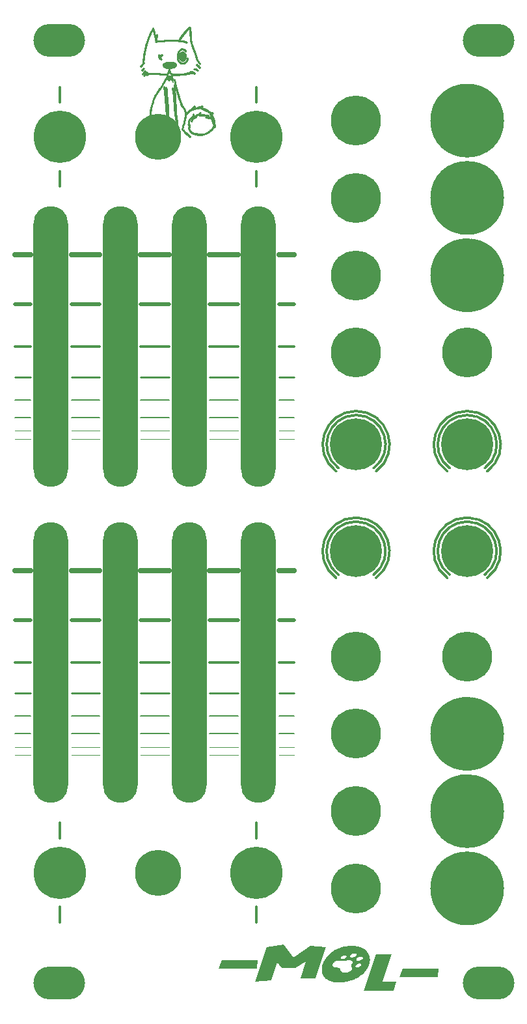
<source format=gbr>
%TF.GenerationSoftware,KiCad,Pcbnew,7.0.1-0*%
%TF.CreationDate,2024-01-26T10:10:29+13:00*%
%TF.ProjectId,MOL,4d4f4c2e-6b69-4636-9164-5f7063625858,rev?*%
%TF.SameCoordinates,Original*%
%TF.FileFunction,Soldermask,Top*%
%TF.FilePolarity,Negative*%
%FSLAX46Y46*%
G04 Gerber Fmt 4.6, Leading zero omitted, Abs format (unit mm)*
G04 Created by KiCad (PCBNEW 7.0.1-0) date 2024-01-26 10:10:29*
%MOMM*%
%LPD*%
G01*
G04 APERTURE LIST*
%ADD10C,0.264583*%
%ADD11C,0.026458*%
%ADD12C,0.300000*%
%ADD13C,1.500000*%
%ADD14C,0.100000*%
%ADD15C,0.150000*%
%ADD16C,0.200000*%
%ADD17C,0.250000*%
%ADD18C,0.350000*%
%ADD19C,0.500000*%
%ADD20C,0.700000*%
%ADD21C,6.500000*%
%ADD22C,6.000000*%
%ADD23C,6.750000*%
%ADD24C,6.800000*%
%ADD25O,6.715000X4.302000*%
%ADD26O,4.500000X36.500000*%
G04 APERTURE END LIST*
D10*
X220252542Y-40804123D02*
X220263444Y-40814357D01*
X220267462Y-40818353D01*
X220265754Y-40816982D01*
X220259476Y-40811115D01*
X220249785Y-40801623D01*
X220249395Y-40801241D01*
X220252542Y-40804123D01*
G36*
X220252542Y-40804123D02*
G01*
X220263444Y-40814357D01*
X220267462Y-40818353D01*
X220265754Y-40816982D01*
X220259476Y-40811115D01*
X220249785Y-40801623D01*
X220249395Y-40801241D01*
X220252542Y-40804123D01*
G37*
X220199254Y-40751619D02*
X220226579Y-40778903D01*
X220249395Y-40801241D01*
X220233602Y-40786779D01*
X220205465Y-40761455D01*
X220166976Y-40727278D01*
X220166932Y-40727139D01*
X220166899Y-40726838D01*
X220166863Y-40725847D01*
X220166858Y-40724496D01*
X220166876Y-40722977D01*
X220166938Y-40720208D01*
X220166976Y-40719077D01*
X220199254Y-40751619D01*
G36*
X220199254Y-40751619D02*
G01*
X220226579Y-40778903D01*
X220249395Y-40801241D01*
X220233602Y-40786779D01*
X220205465Y-40761455D01*
X220166976Y-40727278D01*
X220166932Y-40727139D01*
X220166899Y-40726838D01*
X220166863Y-40725847D01*
X220166858Y-40724496D01*
X220166876Y-40722977D01*
X220166938Y-40720208D01*
X220166976Y-40719077D01*
X220199254Y-40751619D01*
G37*
X217092970Y-41553367D02*
X217076574Y-41565112D01*
X217033511Y-41595374D01*
X217012982Y-41609376D01*
X216992456Y-41623059D01*
X216951326Y-41649778D01*
X216868148Y-41702796D01*
X217091456Y-41554099D01*
X217095131Y-41551694D01*
X217092970Y-41553367D01*
G36*
X217092970Y-41553367D02*
G01*
X217076574Y-41565112D01*
X217033511Y-41595374D01*
X217012982Y-41609376D01*
X216992456Y-41623059D01*
X216951326Y-41649778D01*
X216868148Y-41702796D01*
X217091456Y-41554099D01*
X217095131Y-41551694D01*
X217092970Y-41553367D01*
G37*
D11*
X219420199Y-31237844D02*
X219442507Y-31239319D01*
X219464657Y-31241966D01*
X219486615Y-31245757D01*
X219508346Y-31250663D01*
X219529816Y-31256655D01*
X219550991Y-31263706D01*
X219571836Y-31271787D01*
X219592318Y-31280868D01*
X219612402Y-31290922D01*
X219632053Y-31301920D01*
X219651238Y-31313833D01*
X219669923Y-31326633D01*
X219688072Y-31340291D01*
X219705652Y-31354779D01*
X219722629Y-31370068D01*
X219738968Y-31386130D01*
X219754635Y-31402936D01*
X219769596Y-31420457D01*
X219783816Y-31438666D01*
X219797262Y-31457533D01*
X219809899Y-31477030D01*
X219821692Y-31497128D01*
X219836603Y-31525492D01*
X219850309Y-31554855D01*
X219862786Y-31585127D01*
X219874005Y-31616217D01*
X219883940Y-31648033D01*
X219892565Y-31680483D01*
X219899851Y-31713477D01*
X219905773Y-31746924D01*
X219910304Y-31780732D01*
X219913416Y-31814810D01*
X219915084Y-31849066D01*
X219915279Y-31883410D01*
X219913975Y-31917750D01*
X219911146Y-31951996D01*
X219906765Y-31986055D01*
X219900804Y-32019836D01*
X219893237Y-32053249D01*
X219884038Y-32086201D01*
X219873178Y-32118603D01*
X219860632Y-32150362D01*
X219846372Y-32181387D01*
X219830372Y-32211588D01*
X219812604Y-32240872D01*
X219793043Y-32269149D01*
X219771661Y-32296327D01*
X219748431Y-32322315D01*
X219723327Y-32347022D01*
X219696321Y-32370357D01*
X219667387Y-32392228D01*
X219636498Y-32412544D01*
X219603627Y-32431215D01*
X219568747Y-32448147D01*
X219549238Y-32455667D01*
X219528681Y-32461329D01*
X219507178Y-32465167D01*
X219484830Y-32467215D01*
X219461740Y-32467509D01*
X219438010Y-32466083D01*
X219413742Y-32462972D01*
X219389038Y-32458209D01*
X219364000Y-32451831D01*
X219338730Y-32443871D01*
X219313329Y-32434364D01*
X219287901Y-32423345D01*
X219262546Y-32410848D01*
X219237368Y-32396907D01*
X219212468Y-32381559D01*
X219187948Y-32364836D01*
X219163910Y-32346774D01*
X219140456Y-32327408D01*
X219117689Y-32306771D01*
X219095710Y-32284899D01*
X219074620Y-32261826D01*
X219054524Y-32237587D01*
X219035521Y-32212216D01*
X219017715Y-32185748D01*
X219001208Y-32158217D01*
X218986100Y-32129659D01*
X218972496Y-32100108D01*
X218960495Y-32069598D01*
X218950201Y-32038164D01*
X218941716Y-32005840D01*
X218935141Y-31972662D01*
X218930579Y-31938664D01*
X218926419Y-31885228D01*
X218924965Y-31833100D01*
X218926227Y-31782375D01*
X218927882Y-31757569D01*
X218930221Y-31733149D01*
X218933247Y-31709127D01*
X218936959Y-31685515D01*
X218941362Y-31662326D01*
X218946455Y-31639570D01*
X218952241Y-31617261D01*
X218958721Y-31595408D01*
X218965896Y-31574026D01*
X218973770Y-31553125D01*
X218982342Y-31532716D01*
X218991616Y-31512813D01*
X219001592Y-31493427D01*
X219012272Y-31474570D01*
X219023658Y-31456254D01*
X219035751Y-31438490D01*
X219048553Y-31421290D01*
X219062066Y-31404667D01*
X219076291Y-31388632D01*
X219091231Y-31373197D01*
X219106886Y-31358373D01*
X219123258Y-31344174D01*
X219140349Y-31330610D01*
X219158161Y-31317693D01*
X219176694Y-31305436D01*
X219195952Y-31293851D01*
X219217958Y-31282033D01*
X219240149Y-31271672D01*
X219262489Y-31262741D01*
X219284946Y-31255211D01*
X219307484Y-31249053D01*
X219330069Y-31244238D01*
X219352668Y-31240738D01*
X219375245Y-31238525D01*
X219397767Y-31237570D01*
X219420199Y-31237844D01*
G36*
X219420199Y-31237844D02*
G01*
X219442507Y-31239319D01*
X219464657Y-31241966D01*
X219486615Y-31245757D01*
X219508346Y-31250663D01*
X219529816Y-31256655D01*
X219550991Y-31263706D01*
X219571836Y-31271787D01*
X219592318Y-31280868D01*
X219612402Y-31290922D01*
X219632053Y-31301920D01*
X219651238Y-31313833D01*
X219669923Y-31326633D01*
X219688072Y-31340291D01*
X219705652Y-31354779D01*
X219722629Y-31370068D01*
X219738968Y-31386130D01*
X219754635Y-31402936D01*
X219769596Y-31420457D01*
X219783816Y-31438666D01*
X219797262Y-31457533D01*
X219809899Y-31477030D01*
X219821692Y-31497128D01*
X219836603Y-31525492D01*
X219850309Y-31554855D01*
X219862786Y-31585127D01*
X219874005Y-31616217D01*
X219883940Y-31648033D01*
X219892565Y-31680483D01*
X219899851Y-31713477D01*
X219905773Y-31746924D01*
X219910304Y-31780732D01*
X219913416Y-31814810D01*
X219915084Y-31849066D01*
X219915279Y-31883410D01*
X219913975Y-31917750D01*
X219911146Y-31951996D01*
X219906765Y-31986055D01*
X219900804Y-32019836D01*
X219893237Y-32053249D01*
X219884038Y-32086201D01*
X219873178Y-32118603D01*
X219860632Y-32150362D01*
X219846372Y-32181387D01*
X219830372Y-32211588D01*
X219812604Y-32240872D01*
X219793043Y-32269149D01*
X219771661Y-32296327D01*
X219748431Y-32322315D01*
X219723327Y-32347022D01*
X219696321Y-32370357D01*
X219667387Y-32392228D01*
X219636498Y-32412544D01*
X219603627Y-32431215D01*
X219568747Y-32448147D01*
X219549238Y-32455667D01*
X219528681Y-32461329D01*
X219507178Y-32465167D01*
X219484830Y-32467215D01*
X219461740Y-32467509D01*
X219438010Y-32466083D01*
X219413742Y-32462972D01*
X219389038Y-32458209D01*
X219364000Y-32451831D01*
X219338730Y-32443871D01*
X219313329Y-32434364D01*
X219287901Y-32423345D01*
X219262546Y-32410848D01*
X219237368Y-32396907D01*
X219212468Y-32381559D01*
X219187948Y-32364836D01*
X219163910Y-32346774D01*
X219140456Y-32327408D01*
X219117689Y-32306771D01*
X219095710Y-32284899D01*
X219074620Y-32261826D01*
X219054524Y-32237587D01*
X219035521Y-32212216D01*
X219017715Y-32185748D01*
X219001208Y-32158217D01*
X218986100Y-32129659D01*
X218972496Y-32100108D01*
X218960495Y-32069598D01*
X218950201Y-32038164D01*
X218941716Y-32005840D01*
X218935141Y-31972662D01*
X218930579Y-31938664D01*
X218926419Y-31885228D01*
X218924965Y-31833100D01*
X218926227Y-31782375D01*
X218927882Y-31757569D01*
X218930221Y-31733149D01*
X218933247Y-31709127D01*
X218936959Y-31685515D01*
X218941362Y-31662326D01*
X218946455Y-31639570D01*
X218952241Y-31617261D01*
X218958721Y-31595408D01*
X218965896Y-31574026D01*
X218973770Y-31553125D01*
X218982342Y-31532716D01*
X218991616Y-31512813D01*
X219001592Y-31493427D01*
X219012272Y-31474570D01*
X219023658Y-31456254D01*
X219035751Y-31438490D01*
X219048553Y-31421290D01*
X219062066Y-31404667D01*
X219076291Y-31388632D01*
X219091231Y-31373197D01*
X219106886Y-31358373D01*
X219123258Y-31344174D01*
X219140349Y-31330610D01*
X219158161Y-31317693D01*
X219176694Y-31305436D01*
X219195952Y-31293851D01*
X219217958Y-31282033D01*
X219240149Y-31271672D01*
X219262489Y-31262741D01*
X219284946Y-31255211D01*
X219307484Y-31249053D01*
X219330069Y-31244238D01*
X219352668Y-31240738D01*
X219375245Y-31238525D01*
X219397767Y-31237570D01*
X219420199Y-31237844D01*
G37*
D10*
X223056047Y-39285243D02*
X223067917Y-39313874D01*
X223081554Y-39343935D01*
X223088491Y-39357694D01*
X223095216Y-39369642D01*
X223101511Y-39379056D01*
X223104430Y-39382587D01*
X223107160Y-39385214D01*
X223109673Y-39386845D01*
X223111943Y-39387391D01*
X223113942Y-39386762D01*
X223115644Y-39384867D01*
X223117020Y-39381615D01*
X223118044Y-39376917D01*
X223118688Y-39370681D01*
X223118926Y-39362818D01*
X223138604Y-39463665D01*
X223160554Y-39563861D01*
X223184519Y-39663499D01*
X223210242Y-39762671D01*
X223237465Y-39861472D01*
X223265932Y-39959993D01*
X223325568Y-40156569D01*
X223044577Y-39255398D01*
X223056047Y-39285243D01*
G36*
X223056047Y-39285243D02*
G01*
X223067917Y-39313874D01*
X223081554Y-39343935D01*
X223088491Y-39357694D01*
X223095216Y-39369642D01*
X223101511Y-39379056D01*
X223104430Y-39382587D01*
X223107160Y-39385214D01*
X223109673Y-39386845D01*
X223111943Y-39387391D01*
X223113942Y-39386762D01*
X223115644Y-39384867D01*
X223117020Y-39381615D01*
X223118044Y-39376917D01*
X223118688Y-39370681D01*
X223118926Y-39362818D01*
X223138604Y-39463665D01*
X223160554Y-39563861D01*
X223184519Y-39663499D01*
X223210242Y-39762671D01*
X223237465Y-39861472D01*
X223265932Y-39959993D01*
X223325568Y-40156569D01*
X223044577Y-39255398D01*
X223056047Y-39285243D01*
G37*
X217688690Y-33342767D02*
X217689312Y-33342825D01*
X217689977Y-33342917D01*
X217691376Y-33343163D01*
X217692758Y-33343425D01*
X217693404Y-33343537D01*
X217693998Y-33343624D01*
X217694525Y-33343676D01*
X217694968Y-33343682D01*
X217701003Y-33426680D01*
X217712294Y-33528226D01*
X217720158Y-33583641D01*
X217729631Y-33640919D01*
X217740815Y-33699134D01*
X217753806Y-33757361D01*
X217768704Y-33814676D01*
X217785608Y-33870153D01*
X217804616Y-33922868D01*
X217825828Y-33971897D01*
X217849341Y-34016313D01*
X217861992Y-34036502D01*
X217875256Y-34055192D01*
X217889145Y-34072266D01*
X217903670Y-34087610D01*
X217918846Y-34101106D01*
X217934684Y-34112641D01*
X217952155Y-34123311D01*
X217970359Y-34133143D01*
X218008786Y-34150427D01*
X218049612Y-34164759D01*
X218092483Y-34176406D01*
X218137043Y-34185633D01*
X218182938Y-34192706D01*
X218229815Y-34197893D01*
X218277320Y-34201458D01*
X218325097Y-34203669D01*
X218372792Y-34204791D01*
X218466523Y-34204836D01*
X218637419Y-34203578D01*
X218775155Y-34203274D01*
X218912472Y-34198928D01*
X219049423Y-34191017D01*
X219186059Y-34180017D01*
X219458599Y-34150653D01*
X219730509Y-34114645D01*
X220274115Y-34037932D01*
X220546649Y-34004845D01*
X220820227Y-33980349D01*
X220820437Y-33980355D01*
X220820620Y-33980395D01*
X220820777Y-33980467D01*
X220820911Y-33980571D01*
X220821022Y-33980704D01*
X220821111Y-33980864D01*
X220821181Y-33981050D01*
X220821232Y-33981259D01*
X220821265Y-33981490D01*
X220821282Y-33981741D01*
X220821273Y-33982295D01*
X220821216Y-33982908D01*
X220821120Y-33983563D01*
X220820855Y-33984945D01*
X220820562Y-33986324D01*
X220820325Y-33987583D01*
X220820253Y-33988131D01*
X220820227Y-33988604D01*
X220746249Y-33991140D01*
X220672165Y-33995535D01*
X220523780Y-34009203D01*
X220375270Y-34028201D01*
X220226835Y-34051124D01*
X219637809Y-34153967D01*
X219528949Y-34170460D01*
X219420685Y-34184982D01*
X219312769Y-34197492D01*
X219204951Y-34207947D01*
X219096985Y-34216304D01*
X218988622Y-34222522D01*
X218879614Y-34226557D01*
X218769713Y-34228367D01*
X218570852Y-34231178D01*
X218453907Y-34230828D01*
X218332751Y-34226562D01*
X218272344Y-34222317D01*
X218212984Y-34216321D01*
X218155371Y-34208316D01*
X218100206Y-34198044D01*
X218048187Y-34185249D01*
X218000016Y-34169673D01*
X217956391Y-34151059D01*
X217936503Y-34140532D01*
X217918013Y-34129149D01*
X217901500Y-34116875D01*
X217885782Y-34102691D01*
X217870838Y-34086708D01*
X217856650Y-34069038D01*
X217843197Y-34049793D01*
X217830461Y-34029086D01*
X217807059Y-33983728D01*
X217786288Y-33933861D01*
X217767991Y-33880379D01*
X217752013Y-33824178D01*
X217738197Y-33766152D01*
X217726387Y-33707197D01*
X217716427Y-33648208D01*
X217701431Y-33533708D01*
X217691961Y-33429812D01*
X217686766Y-33343682D01*
X217686761Y-33343494D01*
X217686792Y-33343330D01*
X217686859Y-33343189D01*
X217686958Y-33343071D01*
X217687087Y-33342973D01*
X217687246Y-33342895D01*
X217687431Y-33342835D01*
X217687641Y-33342792D01*
X217688128Y-33342753D01*
X217688690Y-33342767D01*
G36*
X217688690Y-33342767D02*
G01*
X217689312Y-33342825D01*
X217689977Y-33342917D01*
X217691376Y-33343163D01*
X217692758Y-33343425D01*
X217693404Y-33343537D01*
X217693998Y-33343624D01*
X217694525Y-33343676D01*
X217694968Y-33343682D01*
X217701003Y-33426680D01*
X217712294Y-33528226D01*
X217720158Y-33583641D01*
X217729631Y-33640919D01*
X217740815Y-33699134D01*
X217753806Y-33757361D01*
X217768704Y-33814676D01*
X217785608Y-33870153D01*
X217804616Y-33922868D01*
X217825828Y-33971897D01*
X217849341Y-34016313D01*
X217861992Y-34036502D01*
X217875256Y-34055192D01*
X217889145Y-34072266D01*
X217903670Y-34087610D01*
X217918846Y-34101106D01*
X217934684Y-34112641D01*
X217952155Y-34123311D01*
X217970359Y-34133143D01*
X218008786Y-34150427D01*
X218049612Y-34164759D01*
X218092483Y-34176406D01*
X218137043Y-34185633D01*
X218182938Y-34192706D01*
X218229815Y-34197893D01*
X218277320Y-34201458D01*
X218325097Y-34203669D01*
X218372792Y-34204791D01*
X218466523Y-34204836D01*
X218637419Y-34203578D01*
X218775155Y-34203274D01*
X218912472Y-34198928D01*
X219049423Y-34191017D01*
X219186059Y-34180017D01*
X219458599Y-34150653D01*
X219730509Y-34114645D01*
X220274115Y-34037932D01*
X220546649Y-34004845D01*
X220820227Y-33980349D01*
X220820437Y-33980355D01*
X220820620Y-33980395D01*
X220820777Y-33980467D01*
X220820911Y-33980571D01*
X220821022Y-33980704D01*
X220821111Y-33980864D01*
X220821181Y-33981050D01*
X220821232Y-33981259D01*
X220821265Y-33981490D01*
X220821282Y-33981741D01*
X220821273Y-33982295D01*
X220821216Y-33982908D01*
X220821120Y-33983563D01*
X220820855Y-33984945D01*
X220820562Y-33986324D01*
X220820325Y-33987583D01*
X220820253Y-33988131D01*
X220820227Y-33988604D01*
X220746249Y-33991140D01*
X220672165Y-33995535D01*
X220523780Y-34009203D01*
X220375270Y-34028201D01*
X220226835Y-34051124D01*
X219637809Y-34153967D01*
X219528949Y-34170460D01*
X219420685Y-34184982D01*
X219312769Y-34197492D01*
X219204951Y-34207947D01*
X219096985Y-34216304D01*
X218988622Y-34222522D01*
X218879614Y-34226557D01*
X218769713Y-34228367D01*
X218570852Y-34231178D01*
X218453907Y-34230828D01*
X218332751Y-34226562D01*
X218272344Y-34222317D01*
X218212984Y-34216321D01*
X218155371Y-34208316D01*
X218100206Y-34198044D01*
X218048187Y-34185249D01*
X218000016Y-34169673D01*
X217956391Y-34151059D01*
X217936503Y-34140532D01*
X217918013Y-34129149D01*
X217901500Y-34116875D01*
X217885782Y-34102691D01*
X217870838Y-34086708D01*
X217856650Y-34069038D01*
X217843197Y-34049793D01*
X217830461Y-34029086D01*
X217807059Y-33983728D01*
X217786288Y-33933861D01*
X217767991Y-33880379D01*
X217752013Y-33824178D01*
X217738197Y-33766152D01*
X217726387Y-33707197D01*
X217716427Y-33648208D01*
X217701431Y-33533708D01*
X217691961Y-33429812D01*
X217686766Y-33343682D01*
X217686761Y-33343494D01*
X217686792Y-33343330D01*
X217686859Y-33343189D01*
X217686958Y-33343071D01*
X217687087Y-33342973D01*
X217687246Y-33342895D01*
X217687431Y-33342835D01*
X217687641Y-33342792D01*
X217688128Y-33342753D01*
X217688690Y-33342767D01*
G37*
X219798879Y-39580236D02*
X219797206Y-39599712D01*
X219794974Y-39619200D01*
X219797232Y-39599058D01*
X219798882Y-39580178D01*
X219798879Y-39580236D01*
G36*
X219798879Y-39580236D02*
G01*
X219797206Y-39599712D01*
X219794974Y-39619200D01*
X219797232Y-39599058D01*
X219798882Y-39580178D01*
X219798879Y-39580236D01*
G37*
X219798977Y-39579097D02*
X219798882Y-39580178D01*
X219799237Y-39574271D01*
X219798977Y-39579097D01*
G36*
X219798977Y-39579097D02*
G01*
X219798882Y-39580178D01*
X219799237Y-39574271D01*
X219798977Y-39579097D01*
G37*
X219800050Y-39560766D02*
X219799237Y-39574271D01*
X219800232Y-39555851D01*
X219800050Y-39560766D01*
G36*
X219800050Y-39560766D02*
G01*
X219799237Y-39574271D01*
X219800232Y-39555851D01*
X219800050Y-39560766D01*
G37*
X219801220Y-39461775D02*
X219801737Y-39500576D01*
X219801110Y-39539620D01*
X219800232Y-39555851D01*
X219800775Y-39541294D01*
X219801109Y-39502321D01*
X219800327Y-39463263D01*
X219797202Y-39384686D01*
X219795753Y-39345062D01*
X219794974Y-39305142D01*
X219801220Y-39461775D01*
G36*
X219801220Y-39461775D02*
G01*
X219801737Y-39500576D01*
X219801110Y-39539620D01*
X219800232Y-39555851D01*
X219800775Y-39541294D01*
X219801109Y-39502321D01*
X219800327Y-39463263D01*
X219797202Y-39384686D01*
X219795753Y-39345062D01*
X219794974Y-39305142D01*
X219801220Y-39461775D01*
G37*
X221622184Y-39305142D02*
X221622319Y-39305005D01*
X221622381Y-39304892D01*
X221622376Y-39304800D01*
X221622307Y-39304729D01*
X221622179Y-39304677D01*
X221621998Y-39304643D01*
X221621494Y-39304620D01*
X221620832Y-39304651D01*
X221620050Y-39304722D01*
X221618277Y-39304942D01*
X221616480Y-39305187D01*
X221614963Y-39305364D01*
X221614404Y-39305398D01*
X221614029Y-39305380D01*
X221613922Y-39305348D01*
X221613876Y-39305299D01*
X221613894Y-39305230D01*
X221613982Y-39305142D01*
X221612070Y-39306889D01*
X221610108Y-39308565D01*
X221608103Y-39310180D01*
X221606060Y-39311743D01*
X221601889Y-39314754D01*
X221597643Y-39317676D01*
X221593372Y-39320585D01*
X221589126Y-39323559D01*
X221587028Y-39325094D01*
X221584955Y-39326675D01*
X221582913Y-39328311D01*
X221580908Y-39330012D01*
X221578080Y-39332424D01*
X221575158Y-39334710D01*
X221572155Y-39336887D01*
X221569085Y-39338971D01*
X221565958Y-39340979D01*
X221562788Y-39342927D01*
X221556367Y-39346713D01*
X221549920Y-39350462D01*
X221543549Y-39354307D01*
X221540421Y-39356307D01*
X221537350Y-39358381D01*
X221534347Y-39360546D01*
X221531424Y-39362818D01*
X221523494Y-39367941D01*
X221516132Y-39372531D01*
X221509280Y-39376645D01*
X221502882Y-39380340D01*
X221496879Y-39383671D01*
X221491213Y-39386697D01*
X221480663Y-39392056D01*
X221461072Y-39401590D01*
X221451107Y-39406670D01*
X221445880Y-39409486D01*
X221440413Y-39412562D01*
X221448677Y-39407730D01*
X221456711Y-39402867D01*
X221472173Y-39393094D01*
X221486952Y-39383340D01*
X221501203Y-39373701D01*
X221528745Y-39355151D01*
X221542344Y-39346433D01*
X221556037Y-39338214D01*
X221641663Y-39272639D01*
X221709825Y-39220210D01*
X221771140Y-39172850D01*
X221622184Y-39305142D01*
G36*
X221622184Y-39305142D02*
G01*
X221622319Y-39305005D01*
X221622381Y-39304892D01*
X221622376Y-39304800D01*
X221622307Y-39304729D01*
X221622179Y-39304677D01*
X221621998Y-39304643D01*
X221621494Y-39304620D01*
X221620832Y-39304651D01*
X221620050Y-39304722D01*
X221618277Y-39304942D01*
X221616480Y-39305187D01*
X221614963Y-39305364D01*
X221614404Y-39305398D01*
X221614029Y-39305380D01*
X221613922Y-39305348D01*
X221613876Y-39305299D01*
X221613894Y-39305230D01*
X221613982Y-39305142D01*
X221612070Y-39306889D01*
X221610108Y-39308565D01*
X221608103Y-39310180D01*
X221606060Y-39311743D01*
X221601889Y-39314754D01*
X221597643Y-39317676D01*
X221593372Y-39320585D01*
X221589126Y-39323559D01*
X221587028Y-39325094D01*
X221584955Y-39326675D01*
X221582913Y-39328311D01*
X221580908Y-39330012D01*
X221578080Y-39332424D01*
X221575158Y-39334710D01*
X221572155Y-39336887D01*
X221569085Y-39338971D01*
X221565958Y-39340979D01*
X221562788Y-39342927D01*
X221556367Y-39346713D01*
X221549920Y-39350462D01*
X221543549Y-39354307D01*
X221540421Y-39356307D01*
X221537350Y-39358381D01*
X221534347Y-39360546D01*
X221531424Y-39362818D01*
X221523494Y-39367941D01*
X221516132Y-39372531D01*
X221509280Y-39376645D01*
X221502882Y-39380340D01*
X221496879Y-39383671D01*
X221491213Y-39386697D01*
X221480663Y-39392056D01*
X221461072Y-39401590D01*
X221451107Y-39406670D01*
X221445880Y-39409486D01*
X221440413Y-39412562D01*
X221448677Y-39407730D01*
X221456711Y-39402867D01*
X221472173Y-39393094D01*
X221486952Y-39383340D01*
X221501203Y-39373701D01*
X221528745Y-39355151D01*
X221542344Y-39346433D01*
X221556037Y-39338214D01*
X221641663Y-39272639D01*
X221709825Y-39220210D01*
X221771140Y-39172850D01*
X221622184Y-39305142D01*
G37*
X216245562Y-41192339D02*
X216361415Y-41256551D01*
X216479370Y-41317005D01*
X216599164Y-41373919D01*
X216720533Y-41427508D01*
X216843214Y-41477990D01*
X216966943Y-41525583D01*
X217091456Y-41570502D01*
X216966596Y-41525495D01*
X216842620Y-41478287D01*
X216719790Y-41428437D01*
X216598372Y-41375505D01*
X216478627Y-41319051D01*
X216360821Y-41258634D01*
X216245216Y-41193814D01*
X216188321Y-41159616D01*
X216132075Y-41124152D01*
X216245562Y-41192339D01*
G36*
X216245562Y-41192339D02*
G01*
X216361415Y-41256551D01*
X216479370Y-41317005D01*
X216599164Y-41373919D01*
X216720533Y-41427508D01*
X216843214Y-41477990D01*
X216966943Y-41525583D01*
X217091456Y-41570502D01*
X216966596Y-41525495D01*
X216842620Y-41478287D01*
X216719790Y-41428437D01*
X216598372Y-41375505D01*
X216478627Y-41319051D01*
X216360821Y-41258634D01*
X216245216Y-41193814D01*
X216188321Y-41159616D01*
X216132075Y-41124152D01*
X216245562Y-41192339D01*
G37*
X219080253Y-31063352D02*
X219053312Y-31090676D01*
X219027786Y-31118797D01*
X219003647Y-31147681D01*
X218980864Y-31177293D01*
X218959408Y-31207598D01*
X218939249Y-31238563D01*
X218920356Y-31270152D01*
X218902701Y-31302332D01*
X218886254Y-31335067D01*
X218870983Y-31368323D01*
X218856860Y-31402065D01*
X218843855Y-31436259D01*
X218831938Y-31470871D01*
X218821079Y-31505866D01*
X218811248Y-31541209D01*
X218827582Y-31479781D01*
X218836624Y-31449376D01*
X218846323Y-31419215D01*
X218856734Y-31389324D01*
X218867915Y-31359734D01*
X218879921Y-31330470D01*
X218892807Y-31301561D01*
X218906629Y-31273036D01*
X218921444Y-31244922D01*
X218937306Y-31217248D01*
X218954273Y-31190040D01*
X218972399Y-31163328D01*
X218991740Y-31137139D01*
X219012353Y-31111501D01*
X219034293Y-31086442D01*
X219036741Y-31083850D01*
X219039174Y-31081425D01*
X219041593Y-31079158D01*
X219043998Y-31077037D01*
X219048771Y-31073198D01*
X219053498Y-31069828D01*
X219058185Y-31066847D01*
X219062838Y-31064175D01*
X219067460Y-31061732D01*
X219072059Y-31059438D01*
X219081207Y-31054977D01*
X219085767Y-31052651D01*
X219090324Y-31050154D01*
X219094885Y-31047406D01*
X219099454Y-31044328D01*
X219104038Y-31040839D01*
X219106337Y-31038916D01*
X219108641Y-31036860D01*
X219080253Y-31063352D01*
G36*
X219080253Y-31063352D02*
G01*
X219053312Y-31090676D01*
X219027786Y-31118797D01*
X219003647Y-31147681D01*
X218980864Y-31177293D01*
X218959408Y-31207598D01*
X218939249Y-31238563D01*
X218920356Y-31270152D01*
X218902701Y-31302332D01*
X218886254Y-31335067D01*
X218870983Y-31368323D01*
X218856860Y-31402065D01*
X218843855Y-31436259D01*
X218831938Y-31470871D01*
X218821079Y-31505866D01*
X218811248Y-31541209D01*
X218827582Y-31479781D01*
X218836624Y-31449376D01*
X218846323Y-31419215D01*
X218856734Y-31389324D01*
X218867915Y-31359734D01*
X218879921Y-31330470D01*
X218892807Y-31301561D01*
X218906629Y-31273036D01*
X218921444Y-31244922D01*
X218937306Y-31217248D01*
X218954273Y-31190040D01*
X218972399Y-31163328D01*
X218991740Y-31137139D01*
X219012353Y-31111501D01*
X219034293Y-31086442D01*
X219036741Y-31083850D01*
X219039174Y-31081425D01*
X219041593Y-31079158D01*
X219043998Y-31077037D01*
X219048771Y-31073198D01*
X219053498Y-31069828D01*
X219058185Y-31066847D01*
X219062838Y-31064175D01*
X219067460Y-31061732D01*
X219072059Y-31059438D01*
X219081207Y-31054977D01*
X219085767Y-31052651D01*
X219090324Y-31050154D01*
X219094885Y-31047406D01*
X219099454Y-31044328D01*
X219104038Y-31040839D01*
X219106337Y-31038916D01*
X219108641Y-31036860D01*
X219080253Y-31063352D01*
G37*
X217479865Y-37874804D02*
X217525502Y-38802487D01*
X217559009Y-39730492D01*
X217612158Y-41587172D01*
X217612137Y-41587263D01*
X217612075Y-41587338D01*
X217611975Y-41587397D01*
X217611839Y-41587443D01*
X217611470Y-41587497D01*
X217610989Y-41587506D01*
X217610416Y-41587481D01*
X217609772Y-41587427D01*
X217608355Y-41587271D01*
X217606900Y-41587102D01*
X217606209Y-41587033D01*
X217605572Y-41586986D01*
X217605006Y-41586968D01*
X217604535Y-41586988D01*
X217604340Y-41587014D01*
X217604177Y-41587053D01*
X217604047Y-41587105D01*
X217603953Y-41587172D01*
X217533145Y-39560597D01*
X217488948Y-38547954D01*
X217430388Y-37535607D01*
X217380845Y-36716028D01*
X217368700Y-36540823D01*
X217479865Y-37874804D01*
G36*
X217479865Y-37874804D02*
G01*
X217525502Y-38802487D01*
X217559009Y-39730492D01*
X217612158Y-41587172D01*
X217612137Y-41587263D01*
X217612075Y-41587338D01*
X217611975Y-41587397D01*
X217611839Y-41587443D01*
X217611470Y-41587497D01*
X217610989Y-41587506D01*
X217610416Y-41587481D01*
X217609772Y-41587427D01*
X217608355Y-41587271D01*
X217606900Y-41587102D01*
X217606209Y-41587033D01*
X217605572Y-41586986D01*
X217605006Y-41586968D01*
X217604535Y-41586988D01*
X217604340Y-41587014D01*
X217604177Y-41587053D01*
X217604047Y-41587105D01*
X217603953Y-41587172D01*
X217533145Y-39560597D01*
X217488948Y-38547954D01*
X217430388Y-37535607D01*
X217380845Y-36716028D01*
X217368700Y-36540823D01*
X217479865Y-37874804D01*
G37*
X217350022Y-36306251D02*
X217366631Y-36510970D01*
X217368700Y-36540823D01*
X217343903Y-36243265D01*
X217350022Y-36306251D01*
G36*
X217350022Y-36306251D02*
G01*
X217366631Y-36510970D01*
X217368700Y-36540823D01*
X217343903Y-36243265D01*
X217350022Y-36306251D01*
G37*
X217343903Y-36243265D02*
X217330189Y-36102070D01*
X217306300Y-35898631D01*
X217306294Y-35898398D01*
X217306325Y-35898146D01*
X217306390Y-35897878D01*
X217306489Y-35897594D01*
X217306618Y-35897298D01*
X217306776Y-35896989D01*
X217307170Y-35896344D01*
X217307657Y-35895673D01*
X217308218Y-35894989D01*
X217308840Y-35894305D01*
X217309505Y-35893637D01*
X217310199Y-35892996D01*
X217310904Y-35892396D01*
X217311606Y-35891851D01*
X217312288Y-35891376D01*
X217312934Y-35890982D01*
X217313529Y-35890684D01*
X217313802Y-35890575D01*
X217314057Y-35890495D01*
X217314291Y-35890446D01*
X217314501Y-35890429D01*
X217343903Y-36243265D01*
G36*
X217343903Y-36243265D02*
G01*
X217330189Y-36102070D01*
X217306300Y-35898631D01*
X217306294Y-35898398D01*
X217306325Y-35898146D01*
X217306390Y-35897878D01*
X217306489Y-35897594D01*
X217306618Y-35897298D01*
X217306776Y-35896989D01*
X217307170Y-35896344D01*
X217307657Y-35895673D01*
X217308218Y-35894989D01*
X217308840Y-35894305D01*
X217309505Y-35893637D01*
X217310199Y-35892996D01*
X217310904Y-35892396D01*
X217311606Y-35891851D01*
X217312288Y-35891376D01*
X217312934Y-35890982D01*
X217313529Y-35890684D01*
X217313802Y-35890575D01*
X217314057Y-35890495D01*
X217314291Y-35890446D01*
X217314501Y-35890429D01*
X217343903Y-36243265D01*
G37*
X223267844Y-41307993D02*
X223250494Y-41328692D01*
X223232578Y-41348806D01*
X223214131Y-41368384D01*
X223195190Y-41387474D01*
X223175792Y-41406125D01*
X223155973Y-41424387D01*
X223115218Y-41459935D01*
X223073216Y-41494510D01*
X223030259Y-41528501D01*
X222986640Y-41562300D01*
X223071279Y-41493915D01*
X223113448Y-41459098D01*
X223154780Y-41423395D01*
X223174960Y-41405101D01*
X223194723Y-41386452D01*
X223214001Y-41367404D01*
X223232725Y-41347914D01*
X223250825Y-41327937D01*
X223268233Y-41307429D01*
X223277354Y-41295877D01*
X223267844Y-41307993D01*
G36*
X223267844Y-41307993D02*
G01*
X223250494Y-41328692D01*
X223232578Y-41348806D01*
X223214131Y-41368384D01*
X223195190Y-41387474D01*
X223175792Y-41406125D01*
X223155973Y-41424387D01*
X223115218Y-41459935D01*
X223073216Y-41494510D01*
X223030259Y-41528501D01*
X222986640Y-41562300D01*
X223071279Y-41493915D01*
X223113448Y-41459098D01*
X223154780Y-41423395D01*
X223174960Y-41405101D01*
X223194723Y-41386452D01*
X223214001Y-41367404D01*
X223232725Y-41347914D01*
X223250825Y-41327937D01*
X223268233Y-41307429D01*
X223277354Y-41295877D01*
X223267844Y-41307993D01*
G37*
X223284880Y-41286346D02*
X223277354Y-41295877D01*
X223284590Y-41286659D01*
X223300696Y-41264643D01*
X223284880Y-41286346D01*
G36*
X223284880Y-41286346D02*
G01*
X223277354Y-41295877D01*
X223284590Y-41286659D01*
X223300696Y-41264643D01*
X223284880Y-41286346D01*
G37*
X219623040Y-40428791D02*
X219605002Y-40495768D01*
X219621309Y-40434520D01*
X219630790Y-40401333D01*
X219623040Y-40428791D01*
G36*
X219623040Y-40428791D02*
G01*
X219605002Y-40495768D01*
X219621309Y-40434520D01*
X219630790Y-40401333D01*
X219623040Y-40428791D01*
G37*
X219744346Y-39964198D02*
X219743279Y-39970444D01*
X219741292Y-39983202D01*
X219739353Y-39995861D01*
X219738347Y-40001982D01*
X219737288Y-40007874D01*
X219724191Y-40069295D01*
X219709063Y-40130393D01*
X219692429Y-40191268D01*
X219674813Y-40252019D01*
X219638729Y-40373546D01*
X219630790Y-40401333D01*
X219641909Y-40361942D01*
X219680207Y-40228240D01*
X219698668Y-40161195D01*
X219716024Y-40093893D01*
X219731793Y-40026237D01*
X219745490Y-39958132D01*
X219744346Y-39964198D01*
G36*
X219744346Y-39964198D02*
G01*
X219743279Y-39970444D01*
X219741292Y-39983202D01*
X219739353Y-39995861D01*
X219738347Y-40001982D01*
X219737288Y-40007874D01*
X219724191Y-40069295D01*
X219709063Y-40130393D01*
X219692429Y-40191268D01*
X219674813Y-40252019D01*
X219638729Y-40373546D01*
X219630790Y-40401333D01*
X219641909Y-40361942D01*
X219680207Y-40228240D01*
X219698668Y-40161195D01*
X219716024Y-40093893D01*
X219731793Y-40026237D01*
X219745490Y-39958132D01*
X219744346Y-39964198D01*
G37*
X215561637Y-28283526D02*
X215555349Y-28294877D01*
X215548196Y-28307210D01*
X215532499Y-28333462D01*
X215516951Y-28359550D01*
X215509985Y-28371680D01*
X215503958Y-28382744D01*
X215464386Y-28459268D01*
X215428881Y-28530313D01*
X215354994Y-28680401D01*
X215308996Y-28773584D01*
X215262426Y-28869956D01*
X215216699Y-28966635D01*
X215173228Y-29060740D01*
X215092670Y-29239838D01*
X215053429Y-29330119D01*
X215015138Y-29420871D01*
X214977987Y-29512082D01*
X214942170Y-29603739D01*
X214907878Y-29695831D01*
X214875304Y-29788344D01*
X214897169Y-29721981D01*
X214918110Y-29655431D01*
X214959576Y-29522271D01*
X214981280Y-29455908D01*
X215004416Y-29389856D01*
X215029573Y-29324237D01*
X215043094Y-29291629D01*
X215057341Y-29259177D01*
X215103326Y-29158263D01*
X215150773Y-29055829D01*
X215199062Y-28953786D01*
X215247573Y-28854048D01*
X215291177Y-28766664D01*
X215333466Y-28683738D01*
X215421141Y-28515036D01*
X215430055Y-28498380D01*
X215439270Y-28481812D01*
X215458217Y-28448831D01*
X215477213Y-28415879D01*
X215486489Y-28399348D01*
X215495490Y-28382744D01*
X215553435Y-28275244D01*
X215553746Y-28274766D01*
X215554132Y-28274289D01*
X215555117Y-28273327D01*
X215556366Y-28272329D01*
X215557859Y-28271264D01*
X215561481Y-28268810D01*
X215563567Y-28267361D01*
X215565805Y-28265723D01*
X215568173Y-28263866D01*
X215570649Y-28261759D01*
X215573210Y-28259372D01*
X215575834Y-28256674D01*
X215578499Y-28253636D01*
X215581181Y-28250226D01*
X215582521Y-28248373D01*
X215583858Y-28246415D01*
X215585188Y-28244349D01*
X215586508Y-28242171D01*
X215561637Y-28283526D01*
G36*
X215561637Y-28283526D02*
G01*
X215555349Y-28294877D01*
X215548196Y-28307210D01*
X215532499Y-28333462D01*
X215516951Y-28359550D01*
X215509985Y-28371680D01*
X215503958Y-28382744D01*
X215464386Y-28459268D01*
X215428881Y-28530313D01*
X215354994Y-28680401D01*
X215308996Y-28773584D01*
X215262426Y-28869956D01*
X215216699Y-28966635D01*
X215173228Y-29060740D01*
X215092670Y-29239838D01*
X215053429Y-29330119D01*
X215015138Y-29420871D01*
X214977987Y-29512082D01*
X214942170Y-29603739D01*
X214907878Y-29695831D01*
X214875304Y-29788344D01*
X214897169Y-29721981D01*
X214918110Y-29655431D01*
X214959576Y-29522271D01*
X214981280Y-29455908D01*
X215004416Y-29389856D01*
X215029573Y-29324237D01*
X215043094Y-29291629D01*
X215057341Y-29259177D01*
X215103326Y-29158263D01*
X215150773Y-29055829D01*
X215199062Y-28953786D01*
X215247573Y-28854048D01*
X215291177Y-28766664D01*
X215333466Y-28683738D01*
X215421141Y-28515036D01*
X215430055Y-28498380D01*
X215439270Y-28481812D01*
X215458217Y-28448831D01*
X215477213Y-28415879D01*
X215486489Y-28399348D01*
X215495490Y-28382744D01*
X215553435Y-28275244D01*
X215553746Y-28274766D01*
X215554132Y-28274289D01*
X215555117Y-28273327D01*
X215556366Y-28272329D01*
X215557859Y-28271264D01*
X215561481Y-28268810D01*
X215563567Y-28267361D01*
X215565805Y-28265723D01*
X215568173Y-28263866D01*
X215570649Y-28261759D01*
X215573210Y-28259372D01*
X215575834Y-28256674D01*
X215578499Y-28253636D01*
X215581181Y-28250226D01*
X215582521Y-28248373D01*
X215583858Y-28246415D01*
X215585188Y-28244349D01*
X215586508Y-28242171D01*
X215561637Y-28283526D01*
G37*
X216031547Y-41046361D02*
X216038335Y-41051502D01*
X216051675Y-41062051D01*
X216077872Y-41083636D01*
X216090997Y-41094343D01*
X216104317Y-41104774D01*
X216111092Y-41109835D01*
X216117965Y-41114765D01*
X216124954Y-41119544D01*
X216132075Y-41124152D01*
X216128576Y-41121914D01*
X216125029Y-41119757D01*
X216117819Y-41115635D01*
X216110502Y-41111686D01*
X216103139Y-41107812D01*
X216095787Y-41103914D01*
X216088507Y-41099892D01*
X216084912Y-41097803D01*
X216081358Y-41095646D01*
X216077850Y-41093409D01*
X216074397Y-41091078D01*
X216070490Y-41088244D01*
X216066877Y-41085306D01*
X216063519Y-41082278D01*
X216060374Y-41079176D01*
X216057403Y-41076014D01*
X216054566Y-41072805D01*
X216049129Y-41066307D01*
X216043742Y-41059796D01*
X216040967Y-41056571D01*
X216038083Y-41053387D01*
X216035050Y-41050257D01*
X216031829Y-41047195D01*
X216028378Y-41044216D01*
X216024657Y-41041335D01*
X216031547Y-41046361D01*
G36*
X216031547Y-41046361D02*
G01*
X216038335Y-41051502D01*
X216051675Y-41062051D01*
X216077872Y-41083636D01*
X216090997Y-41094343D01*
X216104317Y-41104774D01*
X216111092Y-41109835D01*
X216117965Y-41114765D01*
X216124954Y-41119544D01*
X216132075Y-41124152D01*
X216128576Y-41121914D01*
X216125029Y-41119757D01*
X216117819Y-41115635D01*
X216110502Y-41111686D01*
X216103139Y-41107812D01*
X216095787Y-41103914D01*
X216088507Y-41099892D01*
X216084912Y-41097803D01*
X216081358Y-41095646D01*
X216077850Y-41093409D01*
X216074397Y-41091078D01*
X216070490Y-41088244D01*
X216066877Y-41085306D01*
X216063519Y-41082278D01*
X216060374Y-41079176D01*
X216057403Y-41076014D01*
X216054566Y-41072805D01*
X216049129Y-41066307D01*
X216043742Y-41059796D01*
X216040967Y-41056571D01*
X216038083Y-41053387D01*
X216035050Y-41050257D01*
X216031829Y-41047195D01*
X216028378Y-41044216D01*
X216024657Y-41041335D01*
X216031547Y-41046361D01*
G37*
X219332170Y-30887492D02*
X219336637Y-30887937D01*
X219341240Y-30888762D01*
X219345955Y-30889902D01*
X219350756Y-30891292D01*
X219360521Y-30894560D01*
X219370335Y-30898044D01*
X219375199Y-30899703D01*
X219380001Y-30901221D01*
X219384716Y-30902532D01*
X219389320Y-30903570D01*
X219393787Y-30904271D01*
X219398093Y-30904568D01*
X219380151Y-30905122D01*
X219362237Y-30906685D01*
X219344339Y-30909262D01*
X219326449Y-30912857D01*
X219308555Y-30917474D01*
X219290648Y-30923116D01*
X219272718Y-30929789D01*
X219254755Y-30937496D01*
X219236748Y-30946241D01*
X219218688Y-30956028D01*
X219200564Y-30966861D01*
X219182367Y-30978745D01*
X219164086Y-30991682D01*
X219145712Y-31005678D01*
X219127234Y-31020736D01*
X219108641Y-31036860D01*
X219162604Y-30987631D01*
X219189282Y-30964396D01*
X219202591Y-30953407D01*
X219215895Y-30942946D01*
X219229209Y-30933094D01*
X219242546Y-30923932D01*
X219255917Y-30915542D01*
X219269336Y-30908004D01*
X219282815Y-30901400D01*
X219296368Y-30895812D01*
X219310007Y-30891319D01*
X219316862Y-30889510D01*
X219323744Y-30888005D01*
X219325779Y-30887681D01*
X219327864Y-30887493D01*
X219329995Y-30887433D01*
X219332170Y-30887492D01*
G36*
X219332170Y-30887492D02*
G01*
X219336637Y-30887937D01*
X219341240Y-30888762D01*
X219345955Y-30889902D01*
X219350756Y-30891292D01*
X219360521Y-30894560D01*
X219370335Y-30898044D01*
X219375199Y-30899703D01*
X219380001Y-30901221D01*
X219384716Y-30902532D01*
X219389320Y-30903570D01*
X219393787Y-30904271D01*
X219398093Y-30904568D01*
X219380151Y-30905122D01*
X219362237Y-30906685D01*
X219344339Y-30909262D01*
X219326449Y-30912857D01*
X219308555Y-30917474D01*
X219290648Y-30923116D01*
X219272718Y-30929789D01*
X219254755Y-30937496D01*
X219236748Y-30946241D01*
X219218688Y-30956028D01*
X219200564Y-30966861D01*
X219182367Y-30978745D01*
X219164086Y-30991682D01*
X219145712Y-31005678D01*
X219127234Y-31020736D01*
X219108641Y-31036860D01*
X219162604Y-30987631D01*
X219189282Y-30964396D01*
X219202591Y-30953407D01*
X219215895Y-30942946D01*
X219229209Y-30933094D01*
X219242546Y-30923932D01*
X219255917Y-30915542D01*
X219269336Y-30908004D01*
X219282815Y-30901400D01*
X219296368Y-30895812D01*
X219310007Y-30891319D01*
X219316862Y-30889510D01*
X219323744Y-30888005D01*
X219325779Y-30887681D01*
X219327864Y-30887493D01*
X219329995Y-30887433D01*
X219332170Y-30887492D01*
G37*
X215583324Y-40617993D02*
X215606101Y-40648735D01*
X215629942Y-40679027D01*
X215654820Y-40708892D01*
X215680708Y-40738348D01*
X215707581Y-40767418D01*
X215735412Y-40796121D01*
X215764175Y-40824477D01*
X215793843Y-40852508D01*
X215824390Y-40880235D01*
X215855790Y-40907676D01*
X215888016Y-40934854D01*
X215954842Y-40988499D01*
X216024657Y-41041335D01*
X216008067Y-41029850D01*
X215991270Y-41018756D01*
X215957234Y-40997420D01*
X215888694Y-40955910D01*
X215854928Y-40934453D01*
X215838333Y-40923268D01*
X215821990Y-40911671D01*
X215805947Y-40899583D01*
X215790249Y-40886924D01*
X215774942Y-40873612D01*
X215760073Y-40859568D01*
X215744572Y-40843700D01*
X215729777Y-40827564D01*
X215715626Y-40811184D01*
X215702055Y-40794584D01*
X215689002Y-40777787D01*
X215676404Y-40760816D01*
X215652322Y-40726450D01*
X215561637Y-40586783D01*
X215583324Y-40617993D01*
G36*
X215583324Y-40617993D02*
G01*
X215606101Y-40648735D01*
X215629942Y-40679027D01*
X215654820Y-40708892D01*
X215680708Y-40738348D01*
X215707581Y-40767418D01*
X215735412Y-40796121D01*
X215764175Y-40824477D01*
X215793843Y-40852508D01*
X215824390Y-40880235D01*
X215855790Y-40907676D01*
X215888016Y-40934854D01*
X215954842Y-40988499D01*
X216024657Y-41041335D01*
X216008067Y-41029850D01*
X215991270Y-41018756D01*
X215957234Y-40997420D01*
X215888694Y-40955910D01*
X215854928Y-40934453D01*
X215838333Y-40923268D01*
X215821990Y-40911671D01*
X215805947Y-40899583D01*
X215790249Y-40886924D01*
X215774942Y-40873612D01*
X215760073Y-40859568D01*
X215744572Y-40843700D01*
X215729777Y-40827564D01*
X215715626Y-40811184D01*
X215702055Y-40794584D01*
X215689002Y-40777787D01*
X215676404Y-40760816D01*
X215652322Y-40726450D01*
X215561637Y-40586783D01*
X215583324Y-40617993D01*
G37*
X223526109Y-40717251D02*
X223526369Y-40717281D01*
X223526919Y-40717389D01*
X223527507Y-40717549D01*
X223528126Y-40717750D01*
X223529439Y-40718219D01*
X223530815Y-40718696D01*
X223531513Y-40718905D01*
X223532210Y-40719077D01*
X223532562Y-40719136D01*
X223532922Y-40719215D01*
X223533288Y-40719313D01*
X223533660Y-40719428D01*
X223534412Y-40719712D01*
X223535167Y-40720059D01*
X223535915Y-40720466D01*
X223536644Y-40720926D01*
X223537342Y-40721435D01*
X223537999Y-40721986D01*
X223538308Y-40722276D01*
X223538603Y-40722574D01*
X223538882Y-40722881D01*
X223539143Y-40723194D01*
X223539386Y-40723515D01*
X223539608Y-40723841D01*
X223539809Y-40724172D01*
X223539986Y-40724508D01*
X223540140Y-40724848D01*
X223540267Y-40725191D01*
X223540367Y-40725537D01*
X223540439Y-40725884D01*
X223540481Y-40726233D01*
X223540491Y-40726582D01*
X223540468Y-40726930D01*
X223540412Y-40727278D01*
X223533804Y-40766325D01*
X223525739Y-40804421D01*
X223516288Y-40841614D01*
X223505525Y-40877952D01*
X223493523Y-40913483D01*
X223480356Y-40948253D01*
X223466096Y-40982311D01*
X223450818Y-41015705D01*
X223434594Y-41048481D01*
X223417497Y-41080688D01*
X223399601Y-41112374D01*
X223380979Y-41143585D01*
X223361704Y-41174370D01*
X223341850Y-41204776D01*
X223300696Y-41264643D01*
X223321070Y-41234539D01*
X223340613Y-41203860D01*
X223359320Y-41172616D01*
X223377186Y-41140815D01*
X223394206Y-41108468D01*
X223410374Y-41075582D01*
X223425685Y-41042167D01*
X223440133Y-41008231D01*
X223453713Y-40973783D01*
X223466419Y-40938833D01*
X223478246Y-40903389D01*
X223489189Y-40867461D01*
X223499242Y-40831056D01*
X223508400Y-40794185D01*
X223516657Y-40756855D01*
X223524008Y-40719077D01*
X223524068Y-40718749D01*
X223524148Y-40718458D01*
X223524246Y-40718202D01*
X223524362Y-40717981D01*
X223524496Y-40717791D01*
X223524646Y-40717633D01*
X223524812Y-40717504D01*
X223524994Y-40717402D01*
X223525190Y-40717326D01*
X223525401Y-40717275D01*
X223525624Y-40717246D01*
X223525861Y-40717239D01*
X223526109Y-40717251D01*
G36*
X223526109Y-40717251D02*
G01*
X223526369Y-40717281D01*
X223526919Y-40717389D01*
X223527507Y-40717549D01*
X223528126Y-40717750D01*
X223529439Y-40718219D01*
X223530815Y-40718696D01*
X223531513Y-40718905D01*
X223532210Y-40719077D01*
X223532562Y-40719136D01*
X223532922Y-40719215D01*
X223533288Y-40719313D01*
X223533660Y-40719428D01*
X223534412Y-40719712D01*
X223535167Y-40720059D01*
X223535915Y-40720466D01*
X223536644Y-40720926D01*
X223537342Y-40721435D01*
X223537999Y-40721986D01*
X223538308Y-40722276D01*
X223538603Y-40722574D01*
X223538882Y-40722881D01*
X223539143Y-40723194D01*
X223539386Y-40723515D01*
X223539608Y-40723841D01*
X223539809Y-40724172D01*
X223539986Y-40724508D01*
X223540140Y-40724848D01*
X223540267Y-40725191D01*
X223540367Y-40725537D01*
X223540439Y-40725884D01*
X223540481Y-40726233D01*
X223540491Y-40726582D01*
X223540468Y-40726930D01*
X223540412Y-40727278D01*
X223533804Y-40766325D01*
X223525739Y-40804421D01*
X223516288Y-40841614D01*
X223505525Y-40877952D01*
X223493523Y-40913483D01*
X223480356Y-40948253D01*
X223466096Y-40982311D01*
X223450818Y-41015705D01*
X223434594Y-41048481D01*
X223417497Y-41080688D01*
X223399601Y-41112374D01*
X223380979Y-41143585D01*
X223361704Y-41174370D01*
X223341850Y-41204776D01*
X223300696Y-41264643D01*
X223321070Y-41234539D01*
X223340613Y-41203860D01*
X223359320Y-41172616D01*
X223377186Y-41140815D01*
X223394206Y-41108468D01*
X223410374Y-41075582D01*
X223425685Y-41042167D01*
X223440133Y-41008231D01*
X223453713Y-40973783D01*
X223466419Y-40938833D01*
X223478246Y-40903389D01*
X223489189Y-40867461D01*
X223499242Y-40831056D01*
X223508400Y-40794185D01*
X223516657Y-40756855D01*
X223524008Y-40719077D01*
X223524068Y-40718749D01*
X223524148Y-40718458D01*
X223524246Y-40718202D01*
X223524362Y-40717981D01*
X223524496Y-40717791D01*
X223524646Y-40717633D01*
X223524812Y-40717504D01*
X223524994Y-40717402D01*
X223525190Y-40717326D01*
X223525401Y-40717275D01*
X223525624Y-40717246D01*
X223525861Y-40717239D01*
X223526109Y-40717251D01*
G37*
X218355641Y-34864578D02*
X218355851Y-34864599D01*
X218356032Y-34864632D01*
X218356183Y-34864678D01*
X218356301Y-34864737D01*
X218356384Y-34864812D01*
X218356429Y-34864903D01*
X218455426Y-35305394D01*
X218560488Y-35744850D01*
X218673339Y-36182433D01*
X218795703Y-36617306D01*
X218929303Y-37048632D01*
X219075864Y-37475573D01*
X219237109Y-37897293D01*
X219323777Y-38105934D01*
X219414763Y-38312955D01*
X219414815Y-38313139D01*
X219414822Y-38313343D01*
X219414788Y-38313566D01*
X219414715Y-38313806D01*
X219414604Y-38314061D01*
X219414460Y-38314330D01*
X219414283Y-38314612D01*
X219414077Y-38314905D01*
X219413586Y-38315517D01*
X219413006Y-38316153D01*
X219412356Y-38316802D01*
X219411655Y-38317452D01*
X219410924Y-38318088D01*
X219410181Y-38318700D01*
X219409445Y-38319275D01*
X219408737Y-38319800D01*
X219408075Y-38320263D01*
X219407479Y-38320652D01*
X219406968Y-38320954D01*
X219406562Y-38321156D01*
X219224980Y-37906553D01*
X219060000Y-37485097D01*
X218910360Y-37057726D01*
X218774804Y-36625375D01*
X218652071Y-36188981D01*
X218540903Y-35749480D01*
X218440042Y-35307808D01*
X218348227Y-34864903D01*
X218348320Y-34864970D01*
X218348447Y-34865022D01*
X218348607Y-34865061D01*
X218348796Y-34865088D01*
X218349256Y-34865108D01*
X218349806Y-34865090D01*
X218350427Y-34865042D01*
X218351101Y-34864973D01*
X218352525Y-34864804D01*
X218353926Y-34864648D01*
X218354568Y-34864594D01*
X218355146Y-34864568D01*
X218355641Y-34864578D01*
G36*
X218355641Y-34864578D02*
G01*
X218355851Y-34864599D01*
X218356032Y-34864632D01*
X218356183Y-34864678D01*
X218356301Y-34864737D01*
X218356384Y-34864812D01*
X218356429Y-34864903D01*
X218455426Y-35305394D01*
X218560488Y-35744850D01*
X218673339Y-36182433D01*
X218795703Y-36617306D01*
X218929303Y-37048632D01*
X219075864Y-37475573D01*
X219237109Y-37897293D01*
X219323777Y-38105934D01*
X219414763Y-38312955D01*
X219414815Y-38313139D01*
X219414822Y-38313343D01*
X219414788Y-38313566D01*
X219414715Y-38313806D01*
X219414604Y-38314061D01*
X219414460Y-38314330D01*
X219414283Y-38314612D01*
X219414077Y-38314905D01*
X219413586Y-38315517D01*
X219413006Y-38316153D01*
X219412356Y-38316802D01*
X219411655Y-38317452D01*
X219410924Y-38318088D01*
X219410181Y-38318700D01*
X219409445Y-38319275D01*
X219408737Y-38319800D01*
X219408075Y-38320263D01*
X219407479Y-38320652D01*
X219406968Y-38320954D01*
X219406562Y-38321156D01*
X219224980Y-37906553D01*
X219060000Y-37485097D01*
X218910360Y-37057726D01*
X218774804Y-36625375D01*
X218652071Y-36188981D01*
X218540903Y-35749480D01*
X218440042Y-35307808D01*
X218348227Y-34864903D01*
X218348320Y-34864970D01*
X218348447Y-34865022D01*
X218348607Y-34865061D01*
X218348796Y-34865088D01*
X218349256Y-34865108D01*
X218349806Y-34865090D01*
X218350427Y-34865042D01*
X218351101Y-34864973D01*
X218352525Y-34864804D01*
X218353926Y-34864648D01*
X218354568Y-34864594D01*
X218355146Y-34864568D01*
X218355641Y-34864578D01*
G37*
X214367931Y-33423343D02*
X214287633Y-33512324D01*
X214147700Y-33666129D01*
X214162510Y-33646509D01*
X214176156Y-33627405D01*
X214183163Y-33617110D01*
X214189770Y-33606922D01*
X214195584Y-33597293D01*
X214200210Y-33588675D01*
X214203257Y-33581518D01*
X214203613Y-33580242D01*
X214212674Y-33572662D01*
X214224124Y-33562593D01*
X214235412Y-33552219D01*
X214246551Y-33541579D01*
X214257554Y-33530712D01*
X214279200Y-33508452D01*
X214362807Y-33418110D01*
X214362944Y-33417989D01*
X214363103Y-33417890D01*
X214363285Y-33417814D01*
X214363486Y-33417758D01*
X214363707Y-33417720D01*
X214363944Y-33417700D01*
X214364196Y-33417695D01*
X214364463Y-33417705D01*
X214365032Y-33417759D01*
X214365638Y-33417852D01*
X214366911Y-33418100D01*
X214368184Y-33418349D01*
X214368790Y-33418443D01*
X214369359Y-33418500D01*
X214369877Y-33418508D01*
X214370114Y-33418489D01*
X214370334Y-33418454D01*
X214370536Y-33418400D01*
X214370717Y-33418325D01*
X214370876Y-33418230D01*
X214371012Y-33418110D01*
X214383066Y-33405955D01*
X214367931Y-33423343D01*
G36*
X214367931Y-33423343D02*
G01*
X214287633Y-33512324D01*
X214147700Y-33666129D01*
X214162510Y-33646509D01*
X214176156Y-33627405D01*
X214183163Y-33617110D01*
X214189770Y-33606922D01*
X214195584Y-33597293D01*
X214200210Y-33588675D01*
X214203257Y-33581518D01*
X214203613Y-33580242D01*
X214212674Y-33572662D01*
X214224124Y-33562593D01*
X214235412Y-33552219D01*
X214246551Y-33541579D01*
X214257554Y-33530712D01*
X214279200Y-33508452D01*
X214362807Y-33418110D01*
X214362944Y-33417989D01*
X214363103Y-33417890D01*
X214363285Y-33417814D01*
X214363486Y-33417758D01*
X214363707Y-33417720D01*
X214363944Y-33417700D01*
X214364196Y-33417695D01*
X214364463Y-33417705D01*
X214365032Y-33417759D01*
X214365638Y-33417852D01*
X214366911Y-33418100D01*
X214368184Y-33418349D01*
X214368790Y-33418443D01*
X214369359Y-33418500D01*
X214369877Y-33418508D01*
X214370114Y-33418489D01*
X214370334Y-33418454D01*
X214370536Y-33418400D01*
X214370717Y-33418325D01*
X214370876Y-33418230D01*
X214371012Y-33418110D01*
X214383066Y-33405955D01*
X214367931Y-33423343D01*
G37*
X214203039Y-33573398D02*
X214204006Y-33574513D01*
X214204331Y-33576275D01*
X214204065Y-33578629D01*
X214203613Y-33580242D01*
X214201051Y-33582387D01*
X214189242Y-33591729D01*
X214187311Y-33593125D01*
X214185818Y-33594040D01*
X214184744Y-33594497D01*
X214184065Y-33594522D01*
X214183761Y-33594138D01*
X214183810Y-33593370D01*
X214184190Y-33592240D01*
X214184881Y-33590775D01*
X214187107Y-33586930D01*
X214190317Y-33582029D01*
X214195593Y-33574613D01*
X214195807Y-33574505D01*
X214198989Y-33573338D01*
X214201384Y-33572988D01*
X214203039Y-33573398D01*
G36*
X214203039Y-33573398D02*
G01*
X214204006Y-33574513D01*
X214204331Y-33576275D01*
X214204065Y-33578629D01*
X214203613Y-33580242D01*
X214201051Y-33582387D01*
X214189242Y-33591729D01*
X214187311Y-33593125D01*
X214185818Y-33594040D01*
X214184744Y-33594497D01*
X214184065Y-33594522D01*
X214183761Y-33594138D01*
X214183810Y-33593370D01*
X214184190Y-33592240D01*
X214184881Y-33590775D01*
X214187107Y-33586930D01*
X214190317Y-33582029D01*
X214195593Y-33574613D01*
X214195807Y-33574505D01*
X214198989Y-33573338D01*
X214201384Y-33572988D01*
X214203039Y-33573398D01*
G37*
X214275591Y-33467244D02*
X214269304Y-33475500D01*
X214263094Y-33483849D01*
X214238723Y-33517329D01*
X214198999Y-33569828D01*
X214195593Y-33574613D01*
X214191787Y-33576546D01*
X214186881Y-33579518D01*
X214181040Y-33583476D01*
X214177501Y-33585659D01*
X214176390Y-33586076D01*
X214175690Y-33586073D01*
X214175376Y-33585674D01*
X214175426Y-33584901D01*
X214176530Y-33582326D01*
X214178820Y-33578534D01*
X214182114Y-33573708D01*
X214190994Y-33561689D01*
X214212851Y-33533337D01*
X214222932Y-33519949D01*
X214227127Y-33514095D01*
X214230517Y-33509047D01*
X214231918Y-33506938D01*
X214233388Y-33504886D01*
X214236522Y-33500934D01*
X214239884Y-33497163D01*
X214243439Y-33493543D01*
X214247153Y-33490045D01*
X214250989Y-33486639D01*
X214258893Y-33479987D01*
X214266871Y-33473350D01*
X214270800Y-33469964D01*
X214274644Y-33466494D01*
X214278366Y-33462911D01*
X214281880Y-33459238D01*
X214275591Y-33467244D01*
G36*
X214275591Y-33467244D02*
G01*
X214269304Y-33475500D01*
X214263094Y-33483849D01*
X214238723Y-33517329D01*
X214198999Y-33569828D01*
X214195593Y-33574613D01*
X214191787Y-33576546D01*
X214186881Y-33579518D01*
X214181040Y-33583476D01*
X214177501Y-33585659D01*
X214176390Y-33586076D01*
X214175690Y-33586073D01*
X214175376Y-33585674D01*
X214175426Y-33584901D01*
X214176530Y-33582326D01*
X214178820Y-33578534D01*
X214182114Y-33573708D01*
X214190994Y-33561689D01*
X214212851Y-33533337D01*
X214222932Y-33519949D01*
X214227127Y-33514095D01*
X214230517Y-33509047D01*
X214231918Y-33506938D01*
X214233388Y-33504886D01*
X214236522Y-33500934D01*
X214239884Y-33497163D01*
X214243439Y-33493543D01*
X214247153Y-33490045D01*
X214250989Y-33486639D01*
X214258893Y-33479987D01*
X214266871Y-33473350D01*
X214270800Y-33469964D01*
X214274644Y-33466494D01*
X214278366Y-33462911D01*
X214281880Y-33459238D01*
X214275591Y-33467244D01*
G37*
X214285309Y-33455285D02*
X214281933Y-33459184D01*
X214281880Y-33459238D01*
X214281970Y-33459125D01*
X214288459Y-33451184D01*
X214285309Y-33455285D01*
G36*
X214285309Y-33455285D02*
G01*
X214281933Y-33459184D01*
X214281880Y-33459238D01*
X214281970Y-33459125D01*
X214288459Y-33451184D01*
X214285309Y-33455285D01*
G37*
X215646118Y-28389561D02*
X215647934Y-28396341D01*
X215651925Y-28409811D01*
X215656264Y-28423195D01*
X215660789Y-28436535D01*
X215669752Y-28463239D01*
X215673867Y-28476684D01*
X215677523Y-28490246D01*
X215720948Y-28664391D01*
X215744013Y-28751643D01*
X215756068Y-28794811D01*
X215768542Y-28837483D01*
X215878441Y-29212980D01*
X215931618Y-29400828D01*
X215983382Y-29589905D01*
X215944193Y-29498225D01*
X215908198Y-29406074D01*
X215875118Y-29313349D01*
X215844673Y-29219946D01*
X215816584Y-29125761D01*
X215790573Y-29030691D01*
X215766360Y-28934633D01*
X215743666Y-28837483D01*
X215677523Y-28556391D01*
X215644450Y-28382744D01*
X215646118Y-28389561D01*
G36*
X215646118Y-28389561D02*
G01*
X215647934Y-28396341D01*
X215651925Y-28409811D01*
X215656264Y-28423195D01*
X215660789Y-28436535D01*
X215669752Y-28463239D01*
X215673867Y-28476684D01*
X215677523Y-28490246D01*
X215720948Y-28664391D01*
X215744013Y-28751643D01*
X215756068Y-28794811D01*
X215768542Y-28837483D01*
X215878441Y-29212980D01*
X215931618Y-29400828D01*
X215983382Y-29589905D01*
X215944193Y-29498225D01*
X215908198Y-29406074D01*
X215875118Y-29313349D01*
X215844673Y-29219946D01*
X215816584Y-29125761D01*
X215790573Y-29030691D01*
X215766360Y-28934633D01*
X215743666Y-28837483D01*
X215677523Y-28556391D01*
X215644450Y-28382744D01*
X215646118Y-28389561D01*
G37*
X214474863Y-34255525D02*
X214473791Y-34255996D01*
X214473161Y-34256035D01*
X214473004Y-34255900D01*
X214472949Y-34255666D01*
X214473049Y-34255245D01*
X214473260Y-34255299D01*
X214474527Y-34255072D01*
X214476243Y-34254376D01*
X214478430Y-34253188D01*
X214474863Y-34255525D01*
G36*
X214474863Y-34255525D02*
G01*
X214473791Y-34255996D01*
X214473161Y-34256035D01*
X214473004Y-34255900D01*
X214472949Y-34255666D01*
X214473049Y-34255245D01*
X214473260Y-34255299D01*
X214474527Y-34255072D01*
X214476243Y-34254376D01*
X214478430Y-34253188D01*
X214474863Y-34255525D01*
G37*
X214802651Y-33902345D02*
X214802892Y-33902622D01*
X214802859Y-33903106D01*
X214802537Y-33903809D01*
X214801909Y-33904744D01*
X214800959Y-33905921D01*
X214800959Y-33914204D01*
X214769892Y-33949256D01*
X214741466Y-33981072D01*
X214715665Y-34009712D01*
X214692469Y-34035238D01*
X214671860Y-34057710D01*
X214653821Y-34077191D01*
X214638333Y-34093741D01*
X214625377Y-34107421D01*
X214606991Y-34126418D01*
X214601524Y-34131856D01*
X214598517Y-34134669D01*
X214597931Y-34135111D01*
X214597866Y-34135093D01*
X214597952Y-34134919D01*
X214599810Y-34132666D01*
X214604074Y-34127971D01*
X214610724Y-34120896D01*
X214633256Y-34096845D01*
X214655446Y-34072473D01*
X214677352Y-34047832D01*
X214699027Y-34022976D01*
X214741914Y-33972830D01*
X214784552Y-33922457D01*
X214777414Y-33927631D01*
X214770941Y-33932409D01*
X214764934Y-33936988D01*
X214759189Y-33941564D01*
X214753507Y-33946336D01*
X214747685Y-33951498D01*
X214741522Y-33957249D01*
X214734816Y-33963786D01*
X214696624Y-34002339D01*
X214659077Y-34041011D01*
X214640561Y-34060563D01*
X214622224Y-34080348D01*
X214604074Y-34100437D01*
X214586116Y-34120896D01*
X214560950Y-34149564D01*
X214554789Y-34156643D01*
X214548650Y-34163826D01*
X214542517Y-34171185D01*
X214536376Y-34178788D01*
X214527495Y-34189500D01*
X214515974Y-34202876D01*
X214491231Y-34231484D01*
X214481115Y-34243650D01*
X214477300Y-34248527D01*
X214474574Y-34252345D01*
X214473129Y-34254911D01*
X214473049Y-34255245D01*
X214472418Y-34255084D01*
X214471979Y-34254450D01*
X214471919Y-34253422D01*
X214472215Y-34252027D01*
X214472846Y-34250288D01*
X214475014Y-34245881D01*
X214478240Y-34240400D01*
X214482340Y-34234045D01*
X214487129Y-34227017D01*
X214528174Y-34170504D01*
X214546415Y-34144059D01*
X214565101Y-34117635D01*
X214584357Y-34091458D01*
X214604308Y-34065749D01*
X214614583Y-34053140D01*
X214625078Y-34040732D01*
X214635808Y-34028553D01*
X214646789Y-34016631D01*
X214658038Y-34004993D01*
X214669568Y-33993668D01*
X214681396Y-33982684D01*
X214693537Y-33972067D01*
X214701735Y-33965183D01*
X214708917Y-33959303D01*
X214715453Y-33954169D01*
X214721716Y-33949524D01*
X214728078Y-33945114D01*
X214734911Y-33940679D01*
X214742587Y-33935964D01*
X214751479Y-33930712D01*
X214767471Y-33921013D01*
X214777135Y-33915172D01*
X214786539Y-33909665D01*
X214790821Y-33907271D01*
X214794652Y-33905241D01*
X214797904Y-33903667D01*
X214800446Y-33902644D01*
X214801412Y-33902368D01*
X214802152Y-33902264D01*
X214802651Y-33902345D01*
G36*
X214802651Y-33902345D02*
G01*
X214802892Y-33902622D01*
X214802859Y-33903106D01*
X214802537Y-33903809D01*
X214801909Y-33904744D01*
X214800959Y-33905921D01*
X214800959Y-33914204D01*
X214769892Y-33949256D01*
X214741466Y-33981072D01*
X214715665Y-34009712D01*
X214692469Y-34035238D01*
X214671860Y-34057710D01*
X214653821Y-34077191D01*
X214638333Y-34093741D01*
X214625377Y-34107421D01*
X214606991Y-34126418D01*
X214601524Y-34131856D01*
X214598517Y-34134669D01*
X214597931Y-34135111D01*
X214597866Y-34135093D01*
X214597952Y-34134919D01*
X214599810Y-34132666D01*
X214604074Y-34127971D01*
X214610724Y-34120896D01*
X214633256Y-34096845D01*
X214655446Y-34072473D01*
X214677352Y-34047832D01*
X214699027Y-34022976D01*
X214741914Y-33972830D01*
X214784552Y-33922457D01*
X214777414Y-33927631D01*
X214770941Y-33932409D01*
X214764934Y-33936988D01*
X214759189Y-33941564D01*
X214753507Y-33946336D01*
X214747685Y-33951498D01*
X214741522Y-33957249D01*
X214734816Y-33963786D01*
X214696624Y-34002339D01*
X214659077Y-34041011D01*
X214640561Y-34060563D01*
X214622224Y-34080348D01*
X214604074Y-34100437D01*
X214586116Y-34120896D01*
X214560950Y-34149564D01*
X214554789Y-34156643D01*
X214548650Y-34163826D01*
X214542517Y-34171185D01*
X214536376Y-34178788D01*
X214527495Y-34189500D01*
X214515974Y-34202876D01*
X214491231Y-34231484D01*
X214481115Y-34243650D01*
X214477300Y-34248527D01*
X214474574Y-34252345D01*
X214473129Y-34254911D01*
X214473049Y-34255245D01*
X214472418Y-34255084D01*
X214471979Y-34254450D01*
X214471919Y-34253422D01*
X214472215Y-34252027D01*
X214472846Y-34250288D01*
X214475014Y-34245881D01*
X214478240Y-34240400D01*
X214482340Y-34234045D01*
X214487129Y-34227017D01*
X214528174Y-34170504D01*
X214546415Y-34144059D01*
X214565101Y-34117635D01*
X214584357Y-34091458D01*
X214604308Y-34065749D01*
X214614583Y-34053140D01*
X214625078Y-34040732D01*
X214635808Y-34028553D01*
X214646789Y-34016631D01*
X214658038Y-34004993D01*
X214669568Y-33993668D01*
X214681396Y-33982684D01*
X214693537Y-33972067D01*
X214701735Y-33965183D01*
X214708917Y-33959303D01*
X214715453Y-33954169D01*
X214721716Y-33949524D01*
X214728078Y-33945114D01*
X214734911Y-33940679D01*
X214742587Y-33935964D01*
X214751479Y-33930712D01*
X214767471Y-33921013D01*
X214777135Y-33915172D01*
X214786539Y-33909665D01*
X214790821Y-33907271D01*
X214794652Y-33905241D01*
X214797904Y-33903667D01*
X214800446Y-33902644D01*
X214801412Y-33902368D01*
X214802152Y-33902264D01*
X214802651Y-33902345D01*
G37*
X218388275Y-35525439D02*
X218388514Y-35525469D01*
X218388731Y-35525514D01*
X218388925Y-35525576D01*
X218389094Y-35525656D01*
X218389236Y-35525754D01*
X218389350Y-35525873D01*
X218389433Y-35526013D01*
X218389485Y-35526176D01*
X218389502Y-35526362D01*
X218402451Y-36243859D01*
X218428595Y-36961628D01*
X218466149Y-37679050D01*
X218513327Y-38395503D01*
X218497190Y-38203332D01*
X218478669Y-38011262D01*
X218460941Y-37819092D01*
X218453366Y-37722908D01*
X218447180Y-37626624D01*
X218423825Y-37101968D01*
X218408156Y-36576593D01*
X218381034Y-35526362D01*
X218381521Y-35526339D01*
X218382081Y-35526275D01*
X218382699Y-35526181D01*
X218383361Y-35526064D01*
X218384759Y-35525804D01*
X218385467Y-35525678D01*
X218386161Y-35525568D01*
X218386827Y-35525483D01*
X218387450Y-35525432D01*
X218388018Y-35525424D01*
X218388275Y-35525439D01*
G36*
X218388275Y-35525439D02*
G01*
X218388514Y-35525469D01*
X218388731Y-35525514D01*
X218388925Y-35525576D01*
X218389094Y-35525656D01*
X218389236Y-35525754D01*
X218389350Y-35525873D01*
X218389433Y-35526013D01*
X218389485Y-35526176D01*
X218389502Y-35526362D01*
X218402451Y-36243859D01*
X218428595Y-36961628D01*
X218466149Y-37679050D01*
X218513327Y-38395503D01*
X218497190Y-38203332D01*
X218478669Y-38011262D01*
X218460941Y-37819092D01*
X218453366Y-37722908D01*
X218447180Y-37626624D01*
X218423825Y-37101968D01*
X218408156Y-36576593D01*
X218381034Y-35526362D01*
X218381521Y-35526339D01*
X218382081Y-35526275D01*
X218382699Y-35526181D01*
X218383361Y-35526064D01*
X218384759Y-35525804D01*
X218385467Y-35525678D01*
X218386161Y-35525568D01*
X218386827Y-35525483D01*
X218387450Y-35525432D01*
X218388018Y-35525424D01*
X218388275Y-35525439D01*
G37*
X220414284Y-28043263D02*
X220414773Y-28043435D01*
X220415152Y-28043734D01*
X220417250Y-28046845D01*
X220418912Y-28050868D01*
X220420187Y-28055785D01*
X220421122Y-28061576D01*
X220421766Y-28068223D01*
X220422166Y-28075709D01*
X220422429Y-28093119D01*
X220422147Y-28137184D01*
X220422372Y-28163543D01*
X220423354Y-28192589D01*
X220440024Y-28432355D01*
X220451865Y-28651496D01*
X220464896Y-28870556D01*
X220495718Y-29371297D01*
X220514675Y-29621867D01*
X220526103Y-29746695D01*
X220539237Y-29871026D01*
X220547965Y-29935539D01*
X220559298Y-29999509D01*
X220572991Y-30062981D01*
X220588795Y-30126000D01*
X220606465Y-30188611D01*
X220625752Y-30250858D01*
X220668194Y-30374441D01*
X220714144Y-30497110D01*
X220761629Y-30619222D01*
X220808673Y-30741136D01*
X220853301Y-30863213D01*
X221011063Y-31321895D01*
X221167624Y-31780972D01*
X221188149Y-31845036D01*
X221207396Y-31911834D01*
X221245282Y-32049357D01*
X221265533Y-32117940D01*
X221287731Y-32184978D01*
X221299812Y-32217584D01*
X221312683Y-32249401D01*
X221326442Y-32280298D01*
X221341193Y-32310139D01*
X221358836Y-32342302D01*
X221377728Y-32373796D01*
X221397717Y-32404701D01*
X221418652Y-32435100D01*
X221440381Y-32465071D01*
X221462752Y-32494697D01*
X221508811Y-32553236D01*
X221601944Y-32669720D01*
X221624553Y-32699189D01*
X221646589Y-32728959D01*
X221667898Y-32759111D01*
X221688330Y-32789725D01*
X221666838Y-32759801D01*
X221644352Y-32730381D01*
X221621050Y-32701370D01*
X221597109Y-32672674D01*
X221498521Y-32559143D01*
X221450022Y-32501806D01*
X221426594Y-32472663D01*
X221403952Y-32443078D01*
X221382272Y-32412955D01*
X221361733Y-32382202D01*
X221342513Y-32350722D01*
X221324790Y-32318421D01*
X221314944Y-32298213D01*
X221305891Y-32277350D01*
X221297551Y-32255917D01*
X221289842Y-32233995D01*
X221282684Y-32211666D01*
X221275995Y-32189015D01*
X221263702Y-32143072D01*
X221241185Y-32050945D01*
X221229666Y-32006082D01*
X221217108Y-31962903D01*
X221137859Y-31719834D01*
X221055212Y-31478063D01*
X220886374Y-30995505D01*
X220835982Y-30857639D01*
X220782090Y-30719428D01*
X220727150Y-30580661D01*
X220673615Y-30441124D01*
X220623938Y-30300604D01*
X220601312Y-30229910D01*
X220580570Y-30158890D01*
X220562019Y-30087518D01*
X220545965Y-30015768D01*
X220532714Y-29943613D01*
X220522574Y-29871026D01*
X220510546Y-29761699D01*
X220499721Y-29652287D01*
X220480837Y-29433246D01*
X220448226Y-28994593D01*
X220415152Y-28539826D01*
X220398749Y-28341389D01*
X220398420Y-28336233D01*
X220398216Y-28331073D01*
X220398115Y-28320744D01*
X220398306Y-28310405D01*
X220398649Y-28300063D01*
X220399005Y-28289720D01*
X220399233Y-28279382D01*
X220399194Y-28269053D01*
X220399031Y-28263892D01*
X220398749Y-28258736D01*
X220397918Y-28250090D01*
X220396867Y-28241762D01*
X220394415Y-28225642D01*
X220393169Y-28217639D01*
X220392012Y-28209532D01*
X220391024Y-28201218D01*
X220390280Y-28192589D01*
X220382079Y-28093371D01*
X220359336Y-28111792D01*
X220336273Y-28130203D01*
X220313360Y-28148797D01*
X220302107Y-28158224D01*
X220291068Y-28167771D01*
X220285539Y-28172784D01*
X220280151Y-28177839D01*
X220269721Y-28188057D01*
X220259620Y-28198388D01*
X220249689Y-28208795D01*
X220229706Y-28229691D01*
X220219339Y-28240107D01*
X220208510Y-28250453D01*
X220166675Y-28289262D01*
X220125037Y-28328220D01*
X220083794Y-28367565D01*
X220063382Y-28387458D01*
X220043143Y-28407536D01*
X219998374Y-28452707D01*
X219953965Y-28498297D01*
X219909927Y-28544288D01*
X219866273Y-28590661D01*
X219823016Y-28637399D01*
X219780168Y-28684483D01*
X219737744Y-28731896D01*
X219695754Y-28779620D01*
X219606623Y-28883881D01*
X219519844Y-28989344D01*
X219435161Y-29096016D01*
X219352320Y-29203906D01*
X219271068Y-29313021D01*
X219191149Y-29423369D01*
X219112309Y-29534958D01*
X219034293Y-29647797D01*
X219034137Y-29648013D01*
X219033965Y-29648211D01*
X219033780Y-29648391D01*
X219033582Y-29648553D01*
X219033372Y-29648699D01*
X219033151Y-29648827D01*
X219032919Y-29648939D01*
X219032677Y-29649036D01*
X219032426Y-29649117D01*
X219032167Y-29649183D01*
X219031901Y-29649235D01*
X219031628Y-29649273D01*
X219031350Y-29649298D01*
X219031067Y-29649309D01*
X219030490Y-29649295D01*
X219029903Y-29649234D01*
X219029314Y-29649129D01*
X219028729Y-29648985D01*
X219028154Y-29648805D01*
X219027596Y-29648593D01*
X219027062Y-29648352D01*
X219026558Y-29648085D01*
X219026091Y-29647797D01*
X219025877Y-29647638D01*
X219025682Y-29647465D01*
X219025504Y-29647278D01*
X219025343Y-29647078D01*
X219025199Y-29646866D01*
X219025071Y-29646642D01*
X219024960Y-29646408D01*
X219024864Y-29646165D01*
X219024783Y-29645912D01*
X219024717Y-29645652D01*
X219024665Y-29645384D01*
X219024627Y-29645109D01*
X219024590Y-29644545D01*
X219024604Y-29643964D01*
X219024663Y-29643373D01*
X219024766Y-29642780D01*
X219024909Y-29642190D01*
X219025087Y-29641609D01*
X219025298Y-29641045D01*
X219025538Y-29640504D01*
X219025804Y-29639992D01*
X219026091Y-29639515D01*
X219141108Y-29459941D01*
X219257466Y-29282304D01*
X219317032Y-29194514D01*
X219377993Y-29107569D01*
X219440703Y-29021592D01*
X219505515Y-28936701D01*
X219545181Y-28886738D01*
X219582779Y-28840522D01*
X219619142Y-28796968D01*
X219655105Y-28754993D01*
X219691502Y-28713512D01*
X219729167Y-28671439D01*
X219811637Y-28581183D01*
X219843417Y-28547165D01*
X219875785Y-28513459D01*
X219908630Y-28480043D01*
X219941844Y-28446897D01*
X220008944Y-28381333D01*
X220076216Y-28316599D01*
X220149876Y-28245529D01*
X220186766Y-28210666D01*
X220205628Y-28193328D01*
X220224921Y-28176024D01*
X220243231Y-28159695D01*
X220261891Y-28142804D01*
X220280651Y-28125986D01*
X220289990Y-28117804D01*
X220299262Y-28109879D01*
X220308162Y-28102540D01*
X220316342Y-28096013D01*
X220323849Y-28090247D01*
X220330731Y-28085188D01*
X220337036Y-28080783D01*
X220342813Y-28076979D01*
X220348109Y-28073722D01*
X220352973Y-28070960D01*
X220357452Y-28068639D01*
X220361595Y-28066707D01*
X220365449Y-28065110D01*
X220369064Y-28063796D01*
X220372486Y-28062710D01*
X220375763Y-28061801D01*
X220382079Y-28060298D01*
X220382722Y-28060111D01*
X220383459Y-28059829D01*
X220385181Y-28059009D01*
X220387193Y-28057895D01*
X220389441Y-28056549D01*
X220399706Y-28050012D01*
X220402321Y-28048386D01*
X220404849Y-28046882D01*
X220407235Y-28045559D01*
X220409426Y-28044477D01*
X220411366Y-28043694D01*
X220412226Y-28043433D01*
X220413004Y-28043270D01*
X220413692Y-28043210D01*
X220414284Y-28043263D01*
G36*
X220414284Y-28043263D02*
G01*
X220414773Y-28043435D01*
X220415152Y-28043734D01*
X220417250Y-28046845D01*
X220418912Y-28050868D01*
X220420187Y-28055785D01*
X220421122Y-28061576D01*
X220421766Y-28068223D01*
X220422166Y-28075709D01*
X220422429Y-28093119D01*
X220422147Y-28137184D01*
X220422372Y-28163543D01*
X220423354Y-28192589D01*
X220440024Y-28432355D01*
X220451865Y-28651496D01*
X220464896Y-28870556D01*
X220495718Y-29371297D01*
X220514675Y-29621867D01*
X220526103Y-29746695D01*
X220539237Y-29871026D01*
X220547965Y-29935539D01*
X220559298Y-29999509D01*
X220572991Y-30062981D01*
X220588795Y-30126000D01*
X220606465Y-30188611D01*
X220625752Y-30250858D01*
X220668194Y-30374441D01*
X220714144Y-30497110D01*
X220761629Y-30619222D01*
X220808673Y-30741136D01*
X220853301Y-30863213D01*
X221011063Y-31321895D01*
X221167624Y-31780972D01*
X221188149Y-31845036D01*
X221207396Y-31911834D01*
X221245282Y-32049357D01*
X221265533Y-32117940D01*
X221287731Y-32184978D01*
X221299812Y-32217584D01*
X221312683Y-32249401D01*
X221326442Y-32280298D01*
X221341193Y-32310139D01*
X221358836Y-32342302D01*
X221377728Y-32373796D01*
X221397717Y-32404701D01*
X221418652Y-32435100D01*
X221440381Y-32465071D01*
X221462752Y-32494697D01*
X221508811Y-32553236D01*
X221601944Y-32669720D01*
X221624553Y-32699189D01*
X221646589Y-32728959D01*
X221667898Y-32759111D01*
X221688330Y-32789725D01*
X221666838Y-32759801D01*
X221644352Y-32730381D01*
X221621050Y-32701370D01*
X221597109Y-32672674D01*
X221498521Y-32559143D01*
X221450022Y-32501806D01*
X221426594Y-32472663D01*
X221403952Y-32443078D01*
X221382272Y-32412955D01*
X221361733Y-32382202D01*
X221342513Y-32350722D01*
X221324790Y-32318421D01*
X221314944Y-32298213D01*
X221305891Y-32277350D01*
X221297551Y-32255917D01*
X221289842Y-32233995D01*
X221282684Y-32211666D01*
X221275995Y-32189015D01*
X221263702Y-32143072D01*
X221241185Y-32050945D01*
X221229666Y-32006082D01*
X221217108Y-31962903D01*
X221137859Y-31719834D01*
X221055212Y-31478063D01*
X220886374Y-30995505D01*
X220835982Y-30857639D01*
X220782090Y-30719428D01*
X220727150Y-30580661D01*
X220673615Y-30441124D01*
X220623938Y-30300604D01*
X220601312Y-30229910D01*
X220580570Y-30158890D01*
X220562019Y-30087518D01*
X220545965Y-30015768D01*
X220532714Y-29943613D01*
X220522574Y-29871026D01*
X220510546Y-29761699D01*
X220499721Y-29652287D01*
X220480837Y-29433246D01*
X220448226Y-28994593D01*
X220415152Y-28539826D01*
X220398749Y-28341389D01*
X220398420Y-28336233D01*
X220398216Y-28331073D01*
X220398115Y-28320744D01*
X220398306Y-28310405D01*
X220398649Y-28300063D01*
X220399005Y-28289720D01*
X220399233Y-28279382D01*
X220399194Y-28269053D01*
X220399031Y-28263892D01*
X220398749Y-28258736D01*
X220397918Y-28250090D01*
X220396867Y-28241762D01*
X220394415Y-28225642D01*
X220393169Y-28217639D01*
X220392012Y-28209532D01*
X220391024Y-28201218D01*
X220390280Y-28192589D01*
X220382079Y-28093371D01*
X220359336Y-28111792D01*
X220336273Y-28130203D01*
X220313360Y-28148797D01*
X220302107Y-28158224D01*
X220291068Y-28167771D01*
X220285539Y-28172784D01*
X220280151Y-28177839D01*
X220269721Y-28188057D01*
X220259620Y-28198388D01*
X220249689Y-28208795D01*
X220229706Y-28229691D01*
X220219339Y-28240107D01*
X220208510Y-28250453D01*
X220166675Y-28289262D01*
X220125037Y-28328220D01*
X220083794Y-28367565D01*
X220063382Y-28387458D01*
X220043143Y-28407536D01*
X219998374Y-28452707D01*
X219953965Y-28498297D01*
X219909927Y-28544288D01*
X219866273Y-28590661D01*
X219823016Y-28637399D01*
X219780168Y-28684483D01*
X219737744Y-28731896D01*
X219695754Y-28779620D01*
X219606623Y-28883881D01*
X219519844Y-28989344D01*
X219435161Y-29096016D01*
X219352320Y-29203906D01*
X219271068Y-29313021D01*
X219191149Y-29423369D01*
X219112309Y-29534958D01*
X219034293Y-29647797D01*
X219034137Y-29648013D01*
X219033965Y-29648211D01*
X219033780Y-29648391D01*
X219033582Y-29648553D01*
X219033372Y-29648699D01*
X219033151Y-29648827D01*
X219032919Y-29648939D01*
X219032677Y-29649036D01*
X219032426Y-29649117D01*
X219032167Y-29649183D01*
X219031901Y-29649235D01*
X219031628Y-29649273D01*
X219031350Y-29649298D01*
X219031067Y-29649309D01*
X219030490Y-29649295D01*
X219029903Y-29649234D01*
X219029314Y-29649129D01*
X219028729Y-29648985D01*
X219028154Y-29648805D01*
X219027596Y-29648593D01*
X219027062Y-29648352D01*
X219026558Y-29648085D01*
X219026091Y-29647797D01*
X219025877Y-29647638D01*
X219025682Y-29647465D01*
X219025504Y-29647278D01*
X219025343Y-29647078D01*
X219025199Y-29646866D01*
X219025071Y-29646642D01*
X219024960Y-29646408D01*
X219024864Y-29646165D01*
X219024783Y-29645912D01*
X219024717Y-29645652D01*
X219024665Y-29645384D01*
X219024627Y-29645109D01*
X219024590Y-29644545D01*
X219024604Y-29643964D01*
X219024663Y-29643373D01*
X219024766Y-29642780D01*
X219024909Y-29642190D01*
X219025087Y-29641609D01*
X219025298Y-29641045D01*
X219025538Y-29640504D01*
X219025804Y-29639992D01*
X219026091Y-29639515D01*
X219141108Y-29459941D01*
X219257466Y-29282304D01*
X219317032Y-29194514D01*
X219377993Y-29107569D01*
X219440703Y-29021592D01*
X219505515Y-28936701D01*
X219545181Y-28886738D01*
X219582779Y-28840522D01*
X219619142Y-28796968D01*
X219655105Y-28754993D01*
X219691502Y-28713512D01*
X219729167Y-28671439D01*
X219811637Y-28581183D01*
X219843417Y-28547165D01*
X219875785Y-28513459D01*
X219908630Y-28480043D01*
X219941844Y-28446897D01*
X220008944Y-28381333D01*
X220076216Y-28316599D01*
X220149876Y-28245529D01*
X220186766Y-28210666D01*
X220205628Y-28193328D01*
X220224921Y-28176024D01*
X220243231Y-28159695D01*
X220261891Y-28142804D01*
X220280651Y-28125986D01*
X220289990Y-28117804D01*
X220299262Y-28109879D01*
X220308162Y-28102540D01*
X220316342Y-28096013D01*
X220323849Y-28090247D01*
X220330731Y-28085188D01*
X220337036Y-28080783D01*
X220342813Y-28076979D01*
X220348109Y-28073722D01*
X220352973Y-28070960D01*
X220357452Y-28068639D01*
X220361595Y-28066707D01*
X220365449Y-28065110D01*
X220369064Y-28063796D01*
X220372486Y-28062710D01*
X220375763Y-28061801D01*
X220382079Y-28060298D01*
X220382722Y-28060111D01*
X220383459Y-28059829D01*
X220385181Y-28059009D01*
X220387193Y-28057895D01*
X220389441Y-28056549D01*
X220399706Y-28050012D01*
X220402321Y-28048386D01*
X220404849Y-28046882D01*
X220407235Y-28045559D01*
X220409426Y-28044477D01*
X220411366Y-28043694D01*
X220412226Y-28043433D01*
X220413004Y-28043270D01*
X220413692Y-28043210D01*
X220414284Y-28043263D01*
G37*
X214341460Y-32758543D02*
X214341516Y-32758741D01*
X214341311Y-32759498D01*
X214340662Y-32760760D01*
X214337939Y-32764906D01*
X214332534Y-32772363D01*
X214326947Y-32779633D01*
X214321194Y-32786736D01*
X214315292Y-32793690D01*
X214309256Y-32800515D01*
X214303103Y-32807229D01*
X214290512Y-32820398D01*
X214277649Y-32833348D01*
X214264642Y-32846228D01*
X214251624Y-32859188D01*
X214238723Y-32872378D01*
X214230517Y-32880662D01*
X214214224Y-32893549D01*
X214198254Y-32906518D01*
X214182556Y-32919608D01*
X214167083Y-32932854D01*
X214151782Y-32946295D01*
X214136607Y-32959968D01*
X214121505Y-32973911D01*
X214106429Y-32988162D01*
X214146277Y-32943953D01*
X214163992Y-32924880D01*
X214181338Y-32906869D01*
X214199143Y-32889199D01*
X214218235Y-32871153D01*
X214239441Y-32852010D01*
X214263591Y-32831051D01*
X214268960Y-32826315D01*
X214275119Y-32820634D01*
X214289048Y-32807321D01*
X214318028Y-32779028D01*
X214330041Y-32767557D01*
X214334764Y-32763258D01*
X214338377Y-32760209D01*
X214340691Y-32758631D01*
X214341302Y-32758461D01*
X214341460Y-32758543D01*
G36*
X214341460Y-32758543D02*
G01*
X214341516Y-32758741D01*
X214341311Y-32759498D01*
X214340662Y-32760760D01*
X214337939Y-32764906D01*
X214332534Y-32772363D01*
X214326947Y-32779633D01*
X214321194Y-32786736D01*
X214315292Y-32793690D01*
X214309256Y-32800515D01*
X214303103Y-32807229D01*
X214290512Y-32820398D01*
X214277649Y-32833348D01*
X214264642Y-32846228D01*
X214251624Y-32859188D01*
X214238723Y-32872378D01*
X214230517Y-32880662D01*
X214214224Y-32893549D01*
X214198254Y-32906518D01*
X214182556Y-32919608D01*
X214167083Y-32932854D01*
X214151782Y-32946295D01*
X214136607Y-32959968D01*
X214121505Y-32973911D01*
X214106429Y-32988162D01*
X214146277Y-32943953D01*
X214163992Y-32924880D01*
X214181338Y-32906869D01*
X214199143Y-32889199D01*
X214218235Y-32871153D01*
X214239441Y-32852010D01*
X214263591Y-32831051D01*
X214268960Y-32826315D01*
X214275119Y-32820634D01*
X214289048Y-32807321D01*
X214318028Y-32779028D01*
X214330041Y-32767557D01*
X214334764Y-32763258D01*
X214338377Y-32760209D01*
X214340691Y-32758631D01*
X214341302Y-32758461D01*
X214341460Y-32758543D01*
G37*
X219852912Y-41777407D02*
X219853070Y-41777519D01*
X219853248Y-41777608D01*
X219853443Y-41777675D01*
X219853655Y-41777722D01*
X219853881Y-41777751D01*
X219854122Y-41777763D01*
X219854639Y-41777743D01*
X219855197Y-41777674D01*
X219855786Y-41777571D01*
X219857012Y-41777309D01*
X219857631Y-41777176D01*
X219858239Y-41777059D01*
X219858827Y-41776971D01*
X219859385Y-41776924D01*
X219859650Y-41776920D01*
X219859903Y-41776931D01*
X219860144Y-41776959D01*
X219860370Y-41777006D01*
X219860582Y-41777072D01*
X219860777Y-41777160D01*
X219860955Y-41777271D01*
X219861113Y-41777407D01*
X219879560Y-41793449D01*
X219898156Y-41808958D01*
X219935595Y-41839121D01*
X219973034Y-41869383D01*
X219991630Y-41885016D01*
X220010077Y-41901232D01*
X220070644Y-41956837D01*
X220141804Y-42023206D01*
X220171024Y-42050924D01*
X220190491Y-42069929D01*
X220195276Y-42074976D01*
X220196206Y-42076178D01*
X220196277Y-42076423D01*
X220196074Y-42076420D01*
X220192367Y-42073785D01*
X220183638Y-42066596D01*
X220229765Y-42109302D01*
X220250813Y-42130229D01*
X220298203Y-42175167D01*
X220423354Y-42289904D01*
X220423641Y-42290176D01*
X220423909Y-42290493D01*
X220424157Y-42290852D01*
X220424385Y-42291250D01*
X220424593Y-42291685D01*
X220424782Y-42292153D01*
X220425103Y-42293179D01*
X220425347Y-42294304D01*
X220425517Y-42295504D01*
X220425613Y-42296758D01*
X220425637Y-42298040D01*
X220425589Y-42299329D01*
X220425471Y-42300601D01*
X220425285Y-42301833D01*
X220425030Y-42303001D01*
X220424708Y-42304083D01*
X220424321Y-42305054D01*
X220424103Y-42305492D01*
X220423869Y-42305893D01*
X220423619Y-42306255D01*
X220423354Y-42306574D01*
X220423106Y-42306838D01*
X220422858Y-42307083D01*
X220422609Y-42307310D01*
X220422361Y-42307519D01*
X220422112Y-42307709D01*
X220421864Y-42307882D01*
X220421615Y-42308037D01*
X220421365Y-42308174D01*
X220421116Y-42308294D01*
X220420866Y-42308397D01*
X220420615Y-42308482D01*
X220420364Y-42308551D01*
X220420112Y-42308602D01*
X220419860Y-42308637D01*
X220419607Y-42308655D01*
X220419353Y-42308657D01*
X220419099Y-42308643D01*
X220418843Y-42308612D01*
X220418587Y-42308566D01*
X220418330Y-42308504D01*
X220418072Y-42308426D01*
X220417813Y-42308332D01*
X220417552Y-42308223D01*
X220417291Y-42308099D01*
X220417028Y-42307960D01*
X220416765Y-42307806D01*
X220416499Y-42307636D01*
X220416233Y-42307453D01*
X220415696Y-42307042D01*
X220415152Y-42306574D01*
X220370598Y-42267051D01*
X220329469Y-42230238D01*
X220257871Y-42165344D01*
X220201126Y-42113088D01*
X220159998Y-42074667D01*
X220127657Y-42044117D01*
X220166976Y-42083266D01*
X220178171Y-42094919D01*
X220176993Y-42094338D01*
X220171964Y-42090113D01*
X220123350Y-42046160D01*
X219993407Y-41926104D01*
X219757498Y-41707326D01*
X219522185Y-41487956D01*
X219604741Y-41562517D01*
X219687943Y-41636385D01*
X219770948Y-41710451D01*
X219812113Y-41747838D01*
X219852912Y-41785609D01*
X219862039Y-41793909D01*
X219846647Y-41778891D01*
X219763089Y-41698925D01*
X219643811Y-41585771D01*
X219530387Y-41479487D01*
X219852912Y-41777407D01*
G36*
X219852912Y-41777407D02*
G01*
X219853070Y-41777519D01*
X219853248Y-41777608D01*
X219853443Y-41777675D01*
X219853655Y-41777722D01*
X219853881Y-41777751D01*
X219854122Y-41777763D01*
X219854639Y-41777743D01*
X219855197Y-41777674D01*
X219855786Y-41777571D01*
X219857012Y-41777309D01*
X219857631Y-41777176D01*
X219858239Y-41777059D01*
X219858827Y-41776971D01*
X219859385Y-41776924D01*
X219859650Y-41776920D01*
X219859903Y-41776931D01*
X219860144Y-41776959D01*
X219860370Y-41777006D01*
X219860582Y-41777072D01*
X219860777Y-41777160D01*
X219860955Y-41777271D01*
X219861113Y-41777407D01*
X219879560Y-41793449D01*
X219898156Y-41808958D01*
X219935595Y-41839121D01*
X219973034Y-41869383D01*
X219991630Y-41885016D01*
X220010077Y-41901232D01*
X220070644Y-41956837D01*
X220141804Y-42023206D01*
X220171024Y-42050924D01*
X220190491Y-42069929D01*
X220195276Y-42074976D01*
X220196206Y-42076178D01*
X220196277Y-42076423D01*
X220196074Y-42076420D01*
X220192367Y-42073785D01*
X220183638Y-42066596D01*
X220229765Y-42109302D01*
X220250813Y-42130229D01*
X220298203Y-42175167D01*
X220423354Y-42289904D01*
X220423641Y-42290176D01*
X220423909Y-42290493D01*
X220424157Y-42290852D01*
X220424385Y-42291250D01*
X220424593Y-42291685D01*
X220424782Y-42292153D01*
X220425103Y-42293179D01*
X220425347Y-42294304D01*
X220425517Y-42295504D01*
X220425613Y-42296758D01*
X220425637Y-42298040D01*
X220425589Y-42299329D01*
X220425471Y-42300601D01*
X220425285Y-42301833D01*
X220425030Y-42303001D01*
X220424708Y-42304083D01*
X220424321Y-42305054D01*
X220424103Y-42305492D01*
X220423869Y-42305893D01*
X220423619Y-42306255D01*
X220423354Y-42306574D01*
X220423106Y-42306838D01*
X220422858Y-42307083D01*
X220422609Y-42307310D01*
X220422361Y-42307519D01*
X220422112Y-42307709D01*
X220421864Y-42307882D01*
X220421615Y-42308037D01*
X220421365Y-42308174D01*
X220421116Y-42308294D01*
X220420866Y-42308397D01*
X220420615Y-42308482D01*
X220420364Y-42308551D01*
X220420112Y-42308602D01*
X220419860Y-42308637D01*
X220419607Y-42308655D01*
X220419353Y-42308657D01*
X220419099Y-42308643D01*
X220418843Y-42308612D01*
X220418587Y-42308566D01*
X220418330Y-42308504D01*
X220418072Y-42308426D01*
X220417813Y-42308332D01*
X220417552Y-42308223D01*
X220417291Y-42308099D01*
X220417028Y-42307960D01*
X220416765Y-42307806D01*
X220416499Y-42307636D01*
X220416233Y-42307453D01*
X220415696Y-42307042D01*
X220415152Y-42306574D01*
X220370598Y-42267051D01*
X220329469Y-42230238D01*
X220257871Y-42165344D01*
X220201126Y-42113088D01*
X220159998Y-42074667D01*
X220127657Y-42044117D01*
X220166976Y-42083266D01*
X220178171Y-42094919D01*
X220176993Y-42094338D01*
X220171964Y-42090113D01*
X220123350Y-42046160D01*
X219993407Y-41926104D01*
X219757498Y-41707326D01*
X219522185Y-41487956D01*
X219604741Y-41562517D01*
X219687943Y-41636385D01*
X219770948Y-41710451D01*
X219812113Y-41747838D01*
X219852912Y-41785609D01*
X219862039Y-41793909D01*
X219846647Y-41778891D01*
X219763089Y-41698925D01*
X219643811Y-41585771D01*
X219530387Y-41479487D01*
X219852912Y-41777407D01*
G37*
X221730579Y-39489599D02*
X221723137Y-39492481D01*
X221715796Y-39495511D01*
X221708613Y-39498646D01*
X221701646Y-39501841D01*
X221694951Y-39505052D01*
X221688586Y-39508237D01*
X221682606Y-39511350D01*
X221677070Y-39514349D01*
X221672035Y-39517189D01*
X221667556Y-39519827D01*
X221663692Y-39522219D01*
X221660499Y-39524321D01*
X221658034Y-39526090D01*
X221656354Y-39527481D01*
X221655826Y-39528021D01*
X221655516Y-39528451D01*
X221654567Y-39528291D01*
X221653794Y-39528111D01*
X221653184Y-39527912D01*
X221652723Y-39527696D01*
X221652399Y-39527463D01*
X221652198Y-39527215D01*
X221652107Y-39526954D01*
X221652113Y-39526680D01*
X221652203Y-39526396D01*
X221652363Y-39526102D01*
X221652842Y-39525492D01*
X221654067Y-39524216D01*
X221654602Y-39523573D01*
X221654803Y-39523255D01*
X221654944Y-39522941D01*
X221655010Y-39522632D01*
X221654989Y-39522330D01*
X221654866Y-39522036D01*
X221654630Y-39521752D01*
X221654267Y-39521479D01*
X221653763Y-39521217D01*
X221653106Y-39520970D01*
X221652282Y-39520737D01*
X221651278Y-39520520D01*
X221650081Y-39520321D01*
X221648678Y-39520142D01*
X221647055Y-39519982D01*
X221645664Y-39519817D01*
X221644608Y-39519572D01*
X221643869Y-39519252D01*
X221643433Y-39518859D01*
X221643282Y-39518400D01*
X221643402Y-39517876D01*
X221643775Y-39517293D01*
X221644385Y-39516655D01*
X221646254Y-39515227D01*
X221648879Y-39513625D01*
X221652132Y-39511881D01*
X221655883Y-39510028D01*
X221664362Y-39506121D01*
X221673285Y-39502160D01*
X221681619Y-39498404D01*
X221688330Y-39495110D01*
X221689732Y-39494452D01*
X221691156Y-39493864D01*
X221694070Y-39492880D01*
X221697062Y-39492124D01*
X221700121Y-39491559D01*
X221703235Y-39491151D01*
X221706394Y-39490864D01*
X221712804Y-39490514D01*
X221719263Y-39490225D01*
X221722483Y-39490016D01*
X221725684Y-39489716D01*
X221728853Y-39489291D01*
X221731981Y-39488705D01*
X221735055Y-39487922D01*
X221738066Y-39486909D01*
X221730579Y-39489599D01*
G36*
X221730579Y-39489599D02*
G01*
X221723137Y-39492481D01*
X221715796Y-39495511D01*
X221708613Y-39498646D01*
X221701646Y-39501841D01*
X221694951Y-39505052D01*
X221688586Y-39508237D01*
X221682606Y-39511350D01*
X221677070Y-39514349D01*
X221672035Y-39517189D01*
X221667556Y-39519827D01*
X221663692Y-39522219D01*
X221660499Y-39524321D01*
X221658034Y-39526090D01*
X221656354Y-39527481D01*
X221655826Y-39528021D01*
X221655516Y-39528451D01*
X221654567Y-39528291D01*
X221653794Y-39528111D01*
X221653184Y-39527912D01*
X221652723Y-39527696D01*
X221652399Y-39527463D01*
X221652198Y-39527215D01*
X221652107Y-39526954D01*
X221652113Y-39526680D01*
X221652203Y-39526396D01*
X221652363Y-39526102D01*
X221652842Y-39525492D01*
X221654067Y-39524216D01*
X221654602Y-39523573D01*
X221654803Y-39523255D01*
X221654944Y-39522941D01*
X221655010Y-39522632D01*
X221654989Y-39522330D01*
X221654866Y-39522036D01*
X221654630Y-39521752D01*
X221654267Y-39521479D01*
X221653763Y-39521217D01*
X221653106Y-39520970D01*
X221652282Y-39520737D01*
X221651278Y-39520520D01*
X221650081Y-39520321D01*
X221648678Y-39520142D01*
X221647055Y-39519982D01*
X221645664Y-39519817D01*
X221644608Y-39519572D01*
X221643869Y-39519252D01*
X221643433Y-39518859D01*
X221643282Y-39518400D01*
X221643402Y-39517876D01*
X221643775Y-39517293D01*
X221644385Y-39516655D01*
X221646254Y-39515227D01*
X221648879Y-39513625D01*
X221652132Y-39511881D01*
X221655883Y-39510028D01*
X221664362Y-39506121D01*
X221673285Y-39502160D01*
X221681619Y-39498404D01*
X221688330Y-39495110D01*
X221689732Y-39494452D01*
X221691156Y-39493864D01*
X221694070Y-39492880D01*
X221697062Y-39492124D01*
X221700121Y-39491559D01*
X221703235Y-39491151D01*
X221706394Y-39490864D01*
X221712804Y-39490514D01*
X221719263Y-39490225D01*
X221722483Y-39490016D01*
X221725684Y-39489716D01*
X221728853Y-39489291D01*
X221731981Y-39488705D01*
X221735055Y-39487922D01*
X221738066Y-39486909D01*
X221730579Y-39489599D01*
G37*
X218159170Y-36151551D02*
X218160599Y-36156711D01*
X218162234Y-36161967D01*
X218164031Y-36167260D01*
X218165948Y-36172533D01*
X218167940Y-36177728D01*
X218171982Y-36187654D01*
X218179090Y-36204030D01*
X218181467Y-36209556D01*
X218182211Y-36211451D01*
X218182601Y-36212691D01*
X218209723Y-36340377D01*
X218232797Y-36468750D01*
X218252484Y-36597682D01*
X218269449Y-36727041D01*
X218284355Y-36856698D01*
X218297866Y-36986522D01*
X218323355Y-37246153D01*
X218345855Y-37503879D01*
X218363800Y-37762480D01*
X218393504Y-38280939D01*
X218409003Y-38540116D01*
X218427425Y-38798803D01*
X218450641Y-39056659D01*
X218480521Y-39313344D01*
X218761504Y-41463084D01*
X218609899Y-40388610D01*
X218534989Y-39850679D01*
X218463851Y-39313344D01*
X218444937Y-39147691D01*
X218429818Y-38981605D01*
X218417527Y-38815197D01*
X218407097Y-38648577D01*
X218387947Y-38315152D01*
X218377294Y-38148570D01*
X218364630Y-37982224D01*
X218330607Y-37585015D01*
X218293457Y-37187185D01*
X218250552Y-36790000D01*
X218226120Y-36592044D01*
X218199263Y-36394724D01*
X218190324Y-36332171D01*
X218180912Y-36270337D01*
X218175819Y-36239512D01*
X218170357Y-36208652D01*
X218164441Y-36177686D01*
X218157988Y-36146544D01*
X218159170Y-36151551D01*
G36*
X218159170Y-36151551D02*
G01*
X218160599Y-36156711D01*
X218162234Y-36161967D01*
X218164031Y-36167260D01*
X218165948Y-36172533D01*
X218167940Y-36177728D01*
X218171982Y-36187654D01*
X218179090Y-36204030D01*
X218181467Y-36209556D01*
X218182211Y-36211451D01*
X218182601Y-36212691D01*
X218209723Y-36340377D01*
X218232797Y-36468750D01*
X218252484Y-36597682D01*
X218269449Y-36727041D01*
X218284355Y-36856698D01*
X218297866Y-36986522D01*
X218323355Y-37246153D01*
X218345855Y-37503879D01*
X218363800Y-37762480D01*
X218393504Y-38280939D01*
X218409003Y-38540116D01*
X218427425Y-38798803D01*
X218450641Y-39056659D01*
X218480521Y-39313344D01*
X218761504Y-41463084D01*
X218609899Y-40388610D01*
X218534989Y-39850679D01*
X218463851Y-39313344D01*
X218444937Y-39147691D01*
X218429818Y-38981605D01*
X218417527Y-38815197D01*
X218407097Y-38648577D01*
X218387947Y-38315152D01*
X218377294Y-38148570D01*
X218364630Y-37982224D01*
X218330607Y-37585015D01*
X218293457Y-37187185D01*
X218250552Y-36790000D01*
X218226120Y-36592044D01*
X218199263Y-36394724D01*
X218190324Y-36332171D01*
X218180912Y-36270337D01*
X218175819Y-36239512D01*
X218170357Y-36208652D01*
X218164441Y-36177686D01*
X218157988Y-36146544D01*
X218159170Y-36151551D01*
G37*
X214453374Y-34301260D02*
X214437430Y-34318445D01*
X214420752Y-34335869D01*
X214465182Y-34287970D01*
X214453374Y-34301260D01*
G36*
X214453374Y-34301260D02*
G01*
X214437430Y-34318445D01*
X214420752Y-34335869D01*
X214465182Y-34287970D01*
X214453374Y-34301260D01*
G37*
X214615754Y-34125352D02*
X214544478Y-34202486D01*
X214465182Y-34287970D01*
X214470032Y-34282513D01*
X214477607Y-34273511D01*
X214484135Y-34265268D01*
X214489206Y-34258166D01*
X214491069Y-34255163D01*
X214492414Y-34252589D01*
X214493191Y-34250492D01*
X214493349Y-34248920D01*
X214492836Y-34247920D01*
X214491602Y-34247541D01*
X214489595Y-34247830D01*
X214486765Y-34248836D01*
X214483061Y-34250606D01*
X214478430Y-34253188D01*
X214487529Y-34246372D01*
X214496475Y-34239177D01*
X214505278Y-34231643D01*
X214513946Y-34223810D01*
X214522489Y-34215717D01*
X214530916Y-34207404D01*
X214547454Y-34190276D01*
X214610724Y-34120896D01*
X214619189Y-34120896D01*
X214629426Y-34110306D01*
X214615754Y-34125352D01*
G36*
X214615754Y-34125352D02*
G01*
X214544478Y-34202486D01*
X214465182Y-34287970D01*
X214470032Y-34282513D01*
X214477607Y-34273511D01*
X214484135Y-34265268D01*
X214489206Y-34258166D01*
X214491069Y-34255163D01*
X214492414Y-34252589D01*
X214493191Y-34250492D01*
X214493349Y-34248920D01*
X214492836Y-34247920D01*
X214491602Y-34247541D01*
X214489595Y-34247830D01*
X214486765Y-34248836D01*
X214483061Y-34250606D01*
X214478430Y-34253188D01*
X214487529Y-34246372D01*
X214496475Y-34239177D01*
X214505278Y-34231643D01*
X214513946Y-34223810D01*
X214522489Y-34215717D01*
X214530916Y-34207404D01*
X214547454Y-34190276D01*
X214610724Y-34120896D01*
X214619189Y-34120896D01*
X214629426Y-34110306D01*
X214615754Y-34125352D01*
G37*
D11*
X218085390Y-34355959D02*
X218089177Y-34392839D01*
X218095380Y-34434526D01*
X218105764Y-34487787D01*
X218112829Y-34517839D01*
X218121306Y-34549680D01*
X218131318Y-34582944D01*
X218142988Y-34617263D01*
X218156437Y-34652269D01*
X218171789Y-34687593D01*
X218189165Y-34722869D01*
X218208689Y-34757728D01*
X218215149Y-34768038D01*
X218222102Y-34778187D01*
X218229513Y-34788175D01*
X218237347Y-34798004D01*
X218254142Y-34817186D01*
X218272205Y-34835740D01*
X218291255Y-34853673D01*
X218311008Y-34870990D01*
X218331182Y-34887700D01*
X218351497Y-34903808D01*
X218428507Y-34962355D01*
X218445286Y-34975555D01*
X218460513Y-34988192D01*
X218473904Y-35000274D01*
X218485178Y-35011808D01*
X218488067Y-35015706D01*
X218488362Y-35016903D01*
X218487923Y-35017638D01*
X218484926Y-35017848D01*
X218479257Y-35016579D01*
X218433451Y-35001555D01*
X218399187Y-34991472D01*
X218379845Y-34986638D01*
X218359269Y-34982264D01*
X218337638Y-34978595D01*
X218315134Y-34975872D01*
X218291935Y-34974338D01*
X218268221Y-34974235D01*
X218228533Y-35213686D01*
X218214067Y-35205919D01*
X218200221Y-35197248D01*
X218186969Y-35187744D01*
X218174284Y-35177476D01*
X218162142Y-35166511D01*
X218150516Y-35154920D01*
X218139381Y-35142772D01*
X218128711Y-35130135D01*
X218108664Y-35103672D01*
X218090170Y-35076085D01*
X218073023Y-35047926D01*
X218057017Y-35019748D01*
X218027611Y-34965546D01*
X218013798Y-34940626D01*
X218000306Y-34917899D01*
X217986928Y-34897916D01*
X217980218Y-34889127D01*
X217973460Y-34881231D01*
X217966627Y-34874297D01*
X217959695Y-34868395D01*
X217952638Y-34863594D01*
X217945429Y-34859962D01*
X217933876Y-34856162D01*
X217922014Y-34854124D01*
X217909882Y-34853733D01*
X217897522Y-34854872D01*
X217884972Y-34857428D01*
X217872273Y-34861283D01*
X217859465Y-34866323D01*
X217846586Y-34872430D01*
X217833678Y-34879491D01*
X217820780Y-34887389D01*
X217807931Y-34896008D01*
X217795173Y-34905233D01*
X217770085Y-34925037D01*
X217745834Y-34945876D01*
X217663586Y-35021073D01*
X217648308Y-35033205D01*
X217641680Y-35037635D01*
X217635781Y-35040820D01*
X217630649Y-35042644D01*
X217626324Y-35042992D01*
X217622847Y-35041747D01*
X217620256Y-35038795D01*
X217611494Y-35022693D01*
X217603855Y-35008122D01*
X217597262Y-34994993D01*
X217591635Y-34983217D01*
X217586896Y-34972707D01*
X217582965Y-34963373D01*
X217579765Y-34955128D01*
X217577216Y-34947883D01*
X217575240Y-34941549D01*
X217573757Y-34936038D01*
X217571957Y-34927131D01*
X217571185Y-34920453D01*
X217570811Y-34915298D01*
X217570205Y-34910958D01*
X217569618Y-34908872D01*
X217568736Y-34906724D01*
X217567481Y-34904426D01*
X217565773Y-34901889D01*
X217560686Y-34895746D01*
X217552844Y-34887585D01*
X217541616Y-34876701D01*
X217506483Y-34843929D01*
X217503165Y-34842642D01*
X217497485Y-34842572D01*
X217479694Y-34845770D01*
X217454412Y-34852888D01*
X217422941Y-34863295D01*
X217346642Y-34891440D01*
X217261214Y-34925139D01*
X217104647Y-34988943D01*
X217054344Y-35008918D01*
X217040745Y-35013708D01*
X217036585Y-35014189D01*
X217095495Y-34899403D01*
X217151872Y-34787573D01*
X217250465Y-34588005D01*
X217345087Y-34391811D01*
X217346642Y-34387564D01*
X217351421Y-34376449D01*
X217355074Y-34369080D01*
X217359598Y-34360911D01*
X217365015Y-34352246D01*
X217371347Y-34343391D01*
X217374863Y-34338988D01*
X217378615Y-34334652D01*
X217382607Y-34330421D01*
X217386842Y-34326333D01*
X217391321Y-34322427D01*
X217396048Y-34318741D01*
X217401026Y-34315312D01*
X217406256Y-34312179D01*
X217411742Y-34309381D01*
X217417487Y-34306955D01*
X217423493Y-34304939D01*
X217429763Y-34303372D01*
X217436300Y-34302292D01*
X217443106Y-34301737D01*
X217450184Y-34301745D01*
X217457537Y-34302355D01*
X217702244Y-34355058D01*
X217735472Y-34358703D01*
X217768373Y-34359990D01*
X217784616Y-34359590D01*
X217800674Y-34358408D01*
X217816513Y-34356381D01*
X217832100Y-34353446D01*
X217847399Y-34349537D01*
X217862377Y-34344592D01*
X217876999Y-34338547D01*
X217891231Y-34331337D01*
X217905039Y-34322898D01*
X217918388Y-34313167D01*
X217931245Y-34302080D01*
X217943575Y-34289573D01*
X218085390Y-34355959D01*
G36*
X218085390Y-34355959D02*
G01*
X218089177Y-34392839D01*
X218095380Y-34434526D01*
X218105764Y-34487787D01*
X218112829Y-34517839D01*
X218121306Y-34549680D01*
X218131318Y-34582944D01*
X218142988Y-34617263D01*
X218156437Y-34652269D01*
X218171789Y-34687593D01*
X218189165Y-34722869D01*
X218208689Y-34757728D01*
X218215149Y-34768038D01*
X218222102Y-34778187D01*
X218229513Y-34788175D01*
X218237347Y-34798004D01*
X218254142Y-34817186D01*
X218272205Y-34835740D01*
X218291255Y-34853673D01*
X218311008Y-34870990D01*
X218331182Y-34887700D01*
X218351497Y-34903808D01*
X218428507Y-34962355D01*
X218445286Y-34975555D01*
X218460513Y-34988192D01*
X218473904Y-35000274D01*
X218485178Y-35011808D01*
X218488067Y-35015706D01*
X218488362Y-35016903D01*
X218487923Y-35017638D01*
X218484926Y-35017848D01*
X218479257Y-35016579D01*
X218433451Y-35001555D01*
X218399187Y-34991472D01*
X218379845Y-34986638D01*
X218359269Y-34982264D01*
X218337638Y-34978595D01*
X218315134Y-34975872D01*
X218291935Y-34974338D01*
X218268221Y-34974235D01*
X218228533Y-35213686D01*
X218214067Y-35205919D01*
X218200221Y-35197248D01*
X218186969Y-35187744D01*
X218174284Y-35177476D01*
X218162142Y-35166511D01*
X218150516Y-35154920D01*
X218139381Y-35142772D01*
X218128711Y-35130135D01*
X218108664Y-35103672D01*
X218090170Y-35076085D01*
X218073023Y-35047926D01*
X218057017Y-35019748D01*
X218027611Y-34965546D01*
X218013798Y-34940626D01*
X218000306Y-34917899D01*
X217986928Y-34897916D01*
X217980218Y-34889127D01*
X217973460Y-34881231D01*
X217966627Y-34874297D01*
X217959695Y-34868395D01*
X217952638Y-34863594D01*
X217945429Y-34859962D01*
X217933876Y-34856162D01*
X217922014Y-34854124D01*
X217909882Y-34853733D01*
X217897522Y-34854872D01*
X217884972Y-34857428D01*
X217872273Y-34861283D01*
X217859465Y-34866323D01*
X217846586Y-34872430D01*
X217833678Y-34879491D01*
X217820780Y-34887389D01*
X217807931Y-34896008D01*
X217795173Y-34905233D01*
X217770085Y-34925037D01*
X217745834Y-34945876D01*
X217663586Y-35021073D01*
X217648308Y-35033205D01*
X217641680Y-35037635D01*
X217635781Y-35040820D01*
X217630649Y-35042644D01*
X217626324Y-35042992D01*
X217622847Y-35041747D01*
X217620256Y-35038795D01*
X217611494Y-35022693D01*
X217603855Y-35008122D01*
X217597262Y-34994993D01*
X217591635Y-34983217D01*
X217586896Y-34972707D01*
X217582965Y-34963373D01*
X217579765Y-34955128D01*
X217577216Y-34947883D01*
X217575240Y-34941549D01*
X217573757Y-34936038D01*
X217571957Y-34927131D01*
X217571185Y-34920453D01*
X217570811Y-34915298D01*
X217570205Y-34910958D01*
X217569618Y-34908872D01*
X217568736Y-34906724D01*
X217567481Y-34904426D01*
X217565773Y-34901889D01*
X217560686Y-34895746D01*
X217552844Y-34887585D01*
X217541616Y-34876701D01*
X217506483Y-34843929D01*
X217503165Y-34842642D01*
X217497485Y-34842572D01*
X217479694Y-34845770D01*
X217454412Y-34852888D01*
X217422941Y-34863295D01*
X217346642Y-34891440D01*
X217261214Y-34925139D01*
X217104647Y-34988943D01*
X217054344Y-35008918D01*
X217040745Y-35013708D01*
X217036585Y-35014189D01*
X217095495Y-34899403D01*
X217151872Y-34787573D01*
X217250465Y-34588005D01*
X217345087Y-34391811D01*
X217346642Y-34387564D01*
X217351421Y-34376449D01*
X217355074Y-34369080D01*
X217359598Y-34360911D01*
X217365015Y-34352246D01*
X217371347Y-34343391D01*
X217374863Y-34338988D01*
X217378615Y-34334652D01*
X217382607Y-34330421D01*
X217386842Y-34326333D01*
X217391321Y-34322427D01*
X217396048Y-34318741D01*
X217401026Y-34315312D01*
X217406256Y-34312179D01*
X217411742Y-34309381D01*
X217417487Y-34306955D01*
X217423493Y-34304939D01*
X217429763Y-34303372D01*
X217436300Y-34302292D01*
X217443106Y-34301737D01*
X217450184Y-34301745D01*
X217457537Y-34302355D01*
X217702244Y-34355058D01*
X217735472Y-34358703D01*
X217768373Y-34359990D01*
X217784616Y-34359590D01*
X217800674Y-34358408D01*
X217816513Y-34356381D01*
X217832100Y-34353446D01*
X217847399Y-34349537D01*
X217862377Y-34344592D01*
X217876999Y-34338547D01*
X217891231Y-34331337D01*
X217905039Y-34322898D01*
X217918388Y-34313167D01*
X217931245Y-34302080D01*
X217943575Y-34289573D01*
X218085390Y-34355959D01*
G37*
D10*
X216961971Y-41622736D02*
X216899035Y-41667307D01*
X216773726Y-41757629D01*
X216648070Y-41847456D01*
X216584700Y-41891408D01*
X216520751Y-41934306D01*
X216520570Y-41934419D01*
X216520374Y-41934512D01*
X216520165Y-41934586D01*
X216519943Y-41934642D01*
X216519710Y-41934682D01*
X216519466Y-41934707D01*
X216518949Y-41934716D01*
X216518402Y-41934679D01*
X216517831Y-41934609D01*
X216516651Y-41934406D01*
X216515471Y-41934190D01*
X216514900Y-41934104D01*
X216514353Y-41934046D01*
X216513836Y-41934027D01*
X216513592Y-41934035D01*
X216513358Y-41934057D01*
X216513136Y-41934093D01*
X216512926Y-41934146D01*
X216512731Y-41934217D01*
X216512549Y-41934306D01*
X216387964Y-42015897D01*
X216325658Y-42057349D01*
X216294838Y-42078381D01*
X216264369Y-42099669D01*
X216234231Y-42121742D01*
X216198488Y-42148254D01*
X216164729Y-42173228D01*
X216140544Y-42190688D01*
X216024657Y-42265036D01*
X215875960Y-42364256D01*
X215875839Y-42364097D01*
X215875722Y-42363917D01*
X215875505Y-42363501D01*
X215875311Y-42363022D01*
X215875143Y-42362489D01*
X215875003Y-42361915D01*
X215874892Y-42361310D01*
X215874814Y-42360686D01*
X215874771Y-42360054D01*
X215874765Y-42359424D01*
X215874799Y-42358810D01*
X215874874Y-42358220D01*
X215874929Y-42357939D01*
X215874994Y-42357668D01*
X215875071Y-42357409D01*
X215875160Y-42357164D01*
X215875261Y-42356933D01*
X215875375Y-42356718D01*
X215875501Y-42356522D01*
X215875641Y-42356344D01*
X215875794Y-42356187D01*
X215875960Y-42356051D01*
X215930539Y-42316567D01*
X215982634Y-42279697D01*
X216063188Y-42223460D01*
X216083554Y-42208924D01*
X216086989Y-42206108D01*
X216087059Y-42205919D01*
X216086798Y-42205946D01*
X216085251Y-42206663D01*
X216064234Y-42219093D01*
X216016455Y-42248629D01*
X216008982Y-42253086D01*
X216012628Y-42250297D01*
X216042981Y-42229614D01*
X216086927Y-42199853D01*
X216123877Y-42174285D01*
X216146320Y-42157921D01*
X216169285Y-42141012D01*
X216192299Y-42124203D01*
X216214892Y-42108138D01*
X216493333Y-41913833D01*
X216563447Y-41866118D01*
X216634030Y-41819075D01*
X216705214Y-41772871D01*
X216777133Y-41727667D01*
X216801861Y-41712638D01*
X216826630Y-41698024D01*
X216876251Y-41669523D01*
X216925922Y-41641122D01*
X216950754Y-41626632D01*
X216975569Y-41611777D01*
X216978686Y-41609854D01*
X216981788Y-41607861D01*
X216987956Y-41603712D01*
X217000242Y-41595076D01*
X217006411Y-41590769D01*
X217012628Y-41586589D01*
X217015764Y-41584575D01*
X217018921Y-41582626D01*
X217022103Y-41580754D01*
X217025313Y-41578971D01*
X216961971Y-41622736D01*
G36*
X216961971Y-41622736D02*
G01*
X216899035Y-41667307D01*
X216773726Y-41757629D01*
X216648070Y-41847456D01*
X216584700Y-41891408D01*
X216520751Y-41934306D01*
X216520570Y-41934419D01*
X216520374Y-41934512D01*
X216520165Y-41934586D01*
X216519943Y-41934642D01*
X216519710Y-41934682D01*
X216519466Y-41934707D01*
X216518949Y-41934716D01*
X216518402Y-41934679D01*
X216517831Y-41934609D01*
X216516651Y-41934406D01*
X216515471Y-41934190D01*
X216514900Y-41934104D01*
X216514353Y-41934046D01*
X216513836Y-41934027D01*
X216513592Y-41934035D01*
X216513358Y-41934057D01*
X216513136Y-41934093D01*
X216512926Y-41934146D01*
X216512731Y-41934217D01*
X216512549Y-41934306D01*
X216387964Y-42015897D01*
X216325658Y-42057349D01*
X216294838Y-42078381D01*
X216264369Y-42099669D01*
X216234231Y-42121742D01*
X216198488Y-42148254D01*
X216164729Y-42173228D01*
X216140544Y-42190688D01*
X216024657Y-42265036D01*
X215875960Y-42364256D01*
X215875839Y-42364097D01*
X215875722Y-42363917D01*
X215875505Y-42363501D01*
X215875311Y-42363022D01*
X215875143Y-42362489D01*
X215875003Y-42361915D01*
X215874892Y-42361310D01*
X215874814Y-42360686D01*
X215874771Y-42360054D01*
X215874765Y-42359424D01*
X215874799Y-42358810D01*
X215874874Y-42358220D01*
X215874929Y-42357939D01*
X215874994Y-42357668D01*
X215875071Y-42357409D01*
X215875160Y-42357164D01*
X215875261Y-42356933D01*
X215875375Y-42356718D01*
X215875501Y-42356522D01*
X215875641Y-42356344D01*
X215875794Y-42356187D01*
X215875960Y-42356051D01*
X215930539Y-42316567D01*
X215982634Y-42279697D01*
X216063188Y-42223460D01*
X216083554Y-42208924D01*
X216086989Y-42206108D01*
X216087059Y-42205919D01*
X216086798Y-42205946D01*
X216085251Y-42206663D01*
X216064234Y-42219093D01*
X216016455Y-42248629D01*
X216008982Y-42253086D01*
X216012628Y-42250297D01*
X216042981Y-42229614D01*
X216086927Y-42199853D01*
X216123877Y-42174285D01*
X216146320Y-42157921D01*
X216169285Y-42141012D01*
X216192299Y-42124203D01*
X216214892Y-42108138D01*
X216493333Y-41913833D01*
X216563447Y-41866118D01*
X216634030Y-41819075D01*
X216705214Y-41772871D01*
X216777133Y-41727667D01*
X216801861Y-41712638D01*
X216826630Y-41698024D01*
X216876251Y-41669523D01*
X216925922Y-41641122D01*
X216950754Y-41626632D01*
X216975569Y-41611777D01*
X216978686Y-41609854D01*
X216981788Y-41607861D01*
X216987956Y-41603712D01*
X217000242Y-41595076D01*
X217006411Y-41590769D01*
X217012628Y-41586589D01*
X217015764Y-41584575D01*
X217018921Y-41582626D01*
X217022103Y-41580754D01*
X217025313Y-41578971D01*
X216961971Y-41622736D01*
G37*
X215416843Y-40319519D02*
X215442606Y-40379212D01*
X215471093Y-40438118D01*
X215502435Y-40496205D01*
X215536765Y-40553443D01*
X215502627Y-40497002D01*
X215471461Y-40439529D01*
X215443135Y-40381072D01*
X215417512Y-40321677D01*
X215394461Y-40261393D01*
X215393707Y-40259160D01*
X215416843Y-40319519D01*
G36*
X215416843Y-40319519D02*
G01*
X215442606Y-40379212D01*
X215471093Y-40438118D01*
X215502435Y-40496205D01*
X215536765Y-40553443D01*
X215502627Y-40497002D01*
X215471461Y-40439529D01*
X215443135Y-40381072D01*
X215417512Y-40321677D01*
X215394461Y-40261393D01*
X215393707Y-40259160D01*
X215416843Y-40319519D01*
G37*
X215280534Y-39686591D02*
X215286487Y-39752756D01*
X215293803Y-39818458D01*
X215302617Y-39883647D01*
X215313063Y-39948278D01*
X215325275Y-40012303D01*
X215339386Y-40075674D01*
X215355532Y-40138344D01*
X215373845Y-40200266D01*
X215393707Y-40259160D01*
X215393673Y-40259069D01*
X215372962Y-40197894D01*
X215354580Y-40136024D01*
X215338395Y-40073490D01*
X215324274Y-40010324D01*
X215312087Y-39946556D01*
X215301701Y-39882218D01*
X215292985Y-39817341D01*
X215285807Y-39751955D01*
X215280035Y-39686091D01*
X215272181Y-39553055D01*
X215280534Y-39686591D01*
G36*
X215280534Y-39686591D02*
G01*
X215286487Y-39752756D01*
X215293803Y-39818458D01*
X215302617Y-39883647D01*
X215313063Y-39948278D01*
X215325275Y-40012303D01*
X215339386Y-40075674D01*
X215355532Y-40138344D01*
X215373845Y-40200266D01*
X215393707Y-40259160D01*
X215393673Y-40259069D01*
X215372962Y-40197894D01*
X215354580Y-40136024D01*
X215338395Y-40073490D01*
X215324274Y-40010324D01*
X215312087Y-39946556D01*
X215301701Y-39882218D01*
X215292985Y-39817341D01*
X215285807Y-39751955D01*
X215280035Y-39686091D01*
X215272181Y-39553055D01*
X215280534Y-39686591D01*
G37*
X217903055Y-32641379D02*
X217981890Y-32646766D01*
X218059091Y-32655560D01*
X218133829Y-32667567D01*
X218205272Y-32682592D01*
X218272589Y-32700444D01*
X218334948Y-32720928D01*
X218391517Y-32743850D01*
X218441466Y-32769017D01*
X218483963Y-32796235D01*
X218518177Y-32825311D01*
X218531917Y-32840485D01*
X218543276Y-32856051D01*
X218552147Y-32871985D01*
X218558428Y-32888262D01*
X218562015Y-32904858D01*
X218562804Y-32921750D01*
X218561116Y-32940457D01*
X218557416Y-32959125D01*
X218551739Y-32977716D01*
X218544120Y-32996194D01*
X218534595Y-33014522D01*
X218523199Y-33032664D01*
X218509967Y-33050583D01*
X218494936Y-33068243D01*
X218478139Y-33085606D01*
X218459614Y-33102637D01*
X218439395Y-33119298D01*
X218417517Y-33135554D01*
X218394016Y-33151366D01*
X218368928Y-33166700D01*
X218342288Y-33181518D01*
X218314131Y-33195783D01*
X218284492Y-33209459D01*
X218253408Y-33222510D01*
X218220913Y-33234898D01*
X218187043Y-33246588D01*
X218151834Y-33257542D01*
X218115320Y-33267723D01*
X218077537Y-33277096D01*
X218038521Y-33285624D01*
X217998307Y-33293270D01*
X217956931Y-33299998D01*
X217914427Y-33305770D01*
X217870831Y-33310550D01*
X217826179Y-33314302D01*
X217780507Y-33316989D01*
X217733848Y-33318575D01*
X217686240Y-33319022D01*
X217613369Y-33317227D01*
X217540837Y-33312312D01*
X217469288Y-33304354D01*
X217399366Y-33293432D01*
X217331713Y-33279624D01*
X217266973Y-33263009D01*
X217205789Y-33243664D01*
X217148805Y-33221670D01*
X217096665Y-33197102D01*
X217050010Y-33170041D01*
X217009486Y-33140565D01*
X216991723Y-33124945D01*
X216975735Y-33108751D01*
X216961600Y-33091993D01*
X216949400Y-33074679D01*
X216939215Y-33056820D01*
X216931125Y-33038426D01*
X216925211Y-33019506D01*
X216921553Y-33000071D01*
X216920232Y-32980130D01*
X216921328Y-32959693D01*
X216923956Y-32944033D01*
X216928245Y-32928776D01*
X216934162Y-32913921D01*
X216941674Y-32899465D01*
X216950749Y-32885406D01*
X216961352Y-32871742D01*
X216973450Y-32858469D01*
X216987011Y-32845587D01*
X217002002Y-32833093D01*
X217018389Y-32820984D01*
X217036138Y-32809259D01*
X217055218Y-32797915D01*
X217075595Y-32786950D01*
X217097235Y-32776361D01*
X217120106Y-32766146D01*
X217144174Y-32756304D01*
X217169406Y-32746832D01*
X217195770Y-32737727D01*
X217223231Y-32728987D01*
X217251758Y-32720610D01*
X217311873Y-32704937D01*
X217375850Y-32690690D01*
X217443423Y-32677849D01*
X217514328Y-32666398D01*
X217588299Y-32656318D01*
X217665072Y-32647591D01*
X217743815Y-32641598D01*
X217823420Y-32639591D01*
X217903055Y-32641379D01*
G36*
X217903055Y-32641379D02*
G01*
X217981890Y-32646766D01*
X218059091Y-32655560D01*
X218133829Y-32667567D01*
X218205272Y-32682592D01*
X218272589Y-32700444D01*
X218334948Y-32720928D01*
X218391517Y-32743850D01*
X218441466Y-32769017D01*
X218483963Y-32796235D01*
X218518177Y-32825311D01*
X218531917Y-32840485D01*
X218543276Y-32856051D01*
X218552147Y-32871985D01*
X218558428Y-32888262D01*
X218562015Y-32904858D01*
X218562804Y-32921750D01*
X218561116Y-32940457D01*
X218557416Y-32959125D01*
X218551739Y-32977716D01*
X218544120Y-32996194D01*
X218534595Y-33014522D01*
X218523199Y-33032664D01*
X218509967Y-33050583D01*
X218494936Y-33068243D01*
X218478139Y-33085606D01*
X218459614Y-33102637D01*
X218439395Y-33119298D01*
X218417517Y-33135554D01*
X218394016Y-33151366D01*
X218368928Y-33166700D01*
X218342288Y-33181518D01*
X218314131Y-33195783D01*
X218284492Y-33209459D01*
X218253408Y-33222510D01*
X218220913Y-33234898D01*
X218187043Y-33246588D01*
X218151834Y-33257542D01*
X218115320Y-33267723D01*
X218077537Y-33277096D01*
X218038521Y-33285624D01*
X217998307Y-33293270D01*
X217956931Y-33299998D01*
X217914427Y-33305770D01*
X217870831Y-33310550D01*
X217826179Y-33314302D01*
X217780507Y-33316989D01*
X217733848Y-33318575D01*
X217686240Y-33319022D01*
X217613369Y-33317227D01*
X217540837Y-33312312D01*
X217469288Y-33304354D01*
X217399366Y-33293432D01*
X217331713Y-33279624D01*
X217266973Y-33263009D01*
X217205789Y-33243664D01*
X217148805Y-33221670D01*
X217096665Y-33197102D01*
X217050010Y-33170041D01*
X217009486Y-33140565D01*
X216991723Y-33124945D01*
X216975735Y-33108751D01*
X216961600Y-33091993D01*
X216949400Y-33074679D01*
X216939215Y-33056820D01*
X216931125Y-33038426D01*
X216925211Y-33019506D01*
X216921553Y-33000071D01*
X216920232Y-32980130D01*
X216921328Y-32959693D01*
X216923956Y-32944033D01*
X216928245Y-32928776D01*
X216934162Y-32913921D01*
X216941674Y-32899465D01*
X216950749Y-32885406D01*
X216961352Y-32871742D01*
X216973450Y-32858469D01*
X216987011Y-32845587D01*
X217002002Y-32833093D01*
X217018389Y-32820984D01*
X217036138Y-32809259D01*
X217055218Y-32797915D01*
X217075595Y-32786950D01*
X217097235Y-32776361D01*
X217120106Y-32766146D01*
X217144174Y-32756304D01*
X217169406Y-32746832D01*
X217195770Y-32737727D01*
X217223231Y-32728987D01*
X217251758Y-32720610D01*
X217311873Y-32704937D01*
X217375850Y-32690690D01*
X217443423Y-32677849D01*
X217514328Y-32666398D01*
X217588299Y-32656318D01*
X217665072Y-32647591D01*
X217743815Y-32641598D01*
X217823420Y-32639591D01*
X217903055Y-32641379D01*
G37*
X219546627Y-38519924D02*
X219585216Y-38574699D01*
X219622234Y-38630373D01*
X219657387Y-38687078D01*
X219690384Y-38744951D01*
X219720933Y-38804127D01*
X219748742Y-38864739D01*
X219773520Y-38926924D01*
X219794974Y-38990815D01*
X219799849Y-39009260D01*
X219803449Y-39027968D01*
X219805909Y-39046918D01*
X219807363Y-39066086D01*
X219807943Y-39085451D01*
X219807785Y-39104991D01*
X219807021Y-39124683D01*
X219805786Y-39144507D01*
X219798803Y-39224663D01*
X219795959Y-39264951D01*
X219795168Y-39285069D01*
X219794974Y-39305142D01*
X219793950Y-39226692D01*
X219793496Y-39187529D01*
X219792356Y-39148639D01*
X219789989Y-39110196D01*
X219788175Y-39091196D01*
X219785851Y-39072373D01*
X219782949Y-39053749D01*
X219779401Y-39035345D01*
X219775139Y-39017182D01*
X219770095Y-38999283D01*
X219750402Y-38939305D01*
X219727675Y-38878953D01*
X219702123Y-38818412D01*
X219673955Y-38757864D01*
X219643382Y-38697494D01*
X219610611Y-38637487D01*
X219575853Y-38578027D01*
X219539316Y-38519296D01*
X219501210Y-38461481D01*
X219482702Y-38434882D01*
X219546627Y-38519924D01*
G36*
X219546627Y-38519924D02*
G01*
X219585216Y-38574699D01*
X219622234Y-38630373D01*
X219657387Y-38687078D01*
X219690384Y-38744951D01*
X219720933Y-38804127D01*
X219748742Y-38864739D01*
X219773520Y-38926924D01*
X219794974Y-38990815D01*
X219799849Y-39009260D01*
X219803449Y-39027968D01*
X219805909Y-39046918D01*
X219807363Y-39066086D01*
X219807943Y-39085451D01*
X219807785Y-39104991D01*
X219807021Y-39124683D01*
X219805786Y-39144507D01*
X219798803Y-39224663D01*
X219795959Y-39264951D01*
X219795168Y-39285069D01*
X219794974Y-39305142D01*
X219793950Y-39226692D01*
X219793496Y-39187529D01*
X219792356Y-39148639D01*
X219789989Y-39110196D01*
X219788175Y-39091196D01*
X219785851Y-39072373D01*
X219782949Y-39053749D01*
X219779401Y-39035345D01*
X219775139Y-39017182D01*
X219770095Y-38999283D01*
X219750402Y-38939305D01*
X219727675Y-38878953D01*
X219702123Y-38818412D01*
X219673955Y-38757864D01*
X219643382Y-38697494D01*
X219610611Y-38637487D01*
X219575853Y-38578027D01*
X219539316Y-38519296D01*
X219501210Y-38461481D01*
X219482702Y-38434882D01*
X219546627Y-38519924D01*
G37*
X219294473Y-38192567D02*
X219337284Y-38243048D01*
X219379572Y-38295364D01*
X219421129Y-38349331D01*
X219461745Y-38404764D01*
X219482702Y-38434882D01*
X219465897Y-38412526D01*
X219382381Y-38307100D01*
X219298411Y-38202567D01*
X219261719Y-38155759D01*
X219294473Y-38192567D01*
G36*
X219294473Y-38192567D02*
G01*
X219337284Y-38243048D01*
X219379572Y-38295364D01*
X219421129Y-38349331D01*
X219461745Y-38404764D01*
X219482702Y-38434882D01*
X219465897Y-38412526D01*
X219382381Y-38307100D01*
X219298411Y-38202567D01*
X219261719Y-38155759D01*
X219294473Y-38192567D01*
G37*
X219212840Y-38096761D02*
X219213449Y-38096801D01*
X219214037Y-38096878D01*
X219214595Y-38096992D01*
X219215112Y-38097145D01*
X219215353Y-38097236D01*
X219215580Y-38097338D01*
X219215791Y-38097449D01*
X219215986Y-38097571D01*
X219216164Y-38097704D01*
X219216323Y-38097848D01*
X219261719Y-38155759D01*
X219251349Y-38144106D01*
X219208121Y-38097848D01*
X219208280Y-38097727D01*
X219208457Y-38097612D01*
X219208652Y-38097504D01*
X219208864Y-38097402D01*
X219209331Y-38097220D01*
X219209849Y-38097066D01*
X219210407Y-38096941D01*
X219210995Y-38096847D01*
X219211603Y-38096785D01*
X219212222Y-38096756D01*
X219212840Y-38096761D01*
G36*
X219212840Y-38096761D02*
G01*
X219213449Y-38096801D01*
X219214037Y-38096878D01*
X219214595Y-38096992D01*
X219215112Y-38097145D01*
X219215353Y-38097236D01*
X219215580Y-38097338D01*
X219215791Y-38097449D01*
X219215986Y-38097571D01*
X219216164Y-38097704D01*
X219216323Y-38097848D01*
X219261719Y-38155759D01*
X219251349Y-38144106D01*
X219208121Y-38097848D01*
X219208280Y-38097727D01*
X219208457Y-38097612D01*
X219208652Y-38097504D01*
X219208864Y-38097402D01*
X219209331Y-38097220D01*
X219209849Y-38097066D01*
X219210407Y-38096941D01*
X219210995Y-38096847D01*
X219211603Y-38096785D01*
X219212222Y-38096756D01*
X219212840Y-38096761D01*
G37*
X221084815Y-41868159D02*
X221252237Y-41914764D01*
X221336026Y-41936412D01*
X221420106Y-41956035D01*
X221504657Y-41972943D01*
X221547166Y-41980162D01*
X221589860Y-41986442D01*
X221632761Y-41991698D01*
X221675893Y-41995843D01*
X221719278Y-41998790D01*
X221762938Y-42000453D01*
X221797067Y-42000838D01*
X221831276Y-42000426D01*
X221865549Y-41999243D01*
X221899865Y-41997317D01*
X221968560Y-41991344D01*
X222037214Y-41982723D01*
X222105682Y-41971672D01*
X222173817Y-41958407D01*
X222241475Y-41943145D01*
X222308509Y-41926104D01*
X222201204Y-41961753D01*
X222147179Y-41978906D01*
X222092807Y-41994796D01*
X222038014Y-42008814D01*
X222010436Y-42014930D01*
X221982724Y-42020348D01*
X221954870Y-42024993D01*
X221926864Y-42028788D01*
X221898697Y-42031656D01*
X221870360Y-42033522D01*
X221819246Y-42034734D01*
X221768387Y-42033628D01*
X221717771Y-42030386D01*
X221667387Y-42025189D01*
X221617223Y-42018218D01*
X221567267Y-42009655D01*
X221517507Y-41999681D01*
X221467933Y-41988478D01*
X221369294Y-41963109D01*
X221271257Y-41934999D01*
X221076613Y-41876360D01*
X221076678Y-41876173D01*
X221076772Y-41875958D01*
X221077041Y-41875455D01*
X221077407Y-41874871D01*
X221077856Y-41874224D01*
X221078375Y-41873532D01*
X221078951Y-41872813D01*
X221079569Y-41872085D01*
X221080216Y-41871367D01*
X221080879Y-41870677D01*
X221081544Y-41870033D01*
X221082197Y-41869454D01*
X221082825Y-41868957D01*
X221083126Y-41868745D01*
X221083415Y-41868560D01*
X221083690Y-41868406D01*
X221083952Y-41868283D01*
X221084196Y-41868195D01*
X221084423Y-41868143D01*
X221084630Y-41868131D01*
X221084815Y-41868159D01*
G36*
X221084815Y-41868159D02*
G01*
X221252237Y-41914764D01*
X221336026Y-41936412D01*
X221420106Y-41956035D01*
X221504657Y-41972943D01*
X221547166Y-41980162D01*
X221589860Y-41986442D01*
X221632761Y-41991698D01*
X221675893Y-41995843D01*
X221719278Y-41998790D01*
X221762938Y-42000453D01*
X221797067Y-42000838D01*
X221831276Y-42000426D01*
X221865549Y-41999243D01*
X221899865Y-41997317D01*
X221968560Y-41991344D01*
X222037214Y-41982723D01*
X222105682Y-41971672D01*
X222173817Y-41958407D01*
X222241475Y-41943145D01*
X222308509Y-41926104D01*
X222201204Y-41961753D01*
X222147179Y-41978906D01*
X222092807Y-41994796D01*
X222038014Y-42008814D01*
X222010436Y-42014930D01*
X221982724Y-42020348D01*
X221954870Y-42024993D01*
X221926864Y-42028788D01*
X221898697Y-42031656D01*
X221870360Y-42033522D01*
X221819246Y-42034734D01*
X221768387Y-42033628D01*
X221717771Y-42030386D01*
X221667387Y-42025189D01*
X221617223Y-42018218D01*
X221567267Y-42009655D01*
X221517507Y-41999681D01*
X221467933Y-41988478D01*
X221369294Y-41963109D01*
X221271257Y-41934999D01*
X221076613Y-41876360D01*
X221076678Y-41876173D01*
X221076772Y-41875958D01*
X221077041Y-41875455D01*
X221077407Y-41874871D01*
X221077856Y-41874224D01*
X221078375Y-41873532D01*
X221078951Y-41872813D01*
X221079569Y-41872085D01*
X221080216Y-41871367D01*
X221080879Y-41870677D01*
X221081544Y-41870033D01*
X221082197Y-41869454D01*
X221082825Y-41868957D01*
X221083126Y-41868745D01*
X221083415Y-41868560D01*
X221083690Y-41868406D01*
X221083952Y-41868283D01*
X221084196Y-41868195D01*
X221084423Y-41868143D01*
X221084630Y-41868131D01*
X221084815Y-41868159D01*
G37*
X214187930Y-32934111D02*
X214170370Y-32955906D01*
X214090917Y-33046538D01*
X213957732Y-33194853D01*
X213976699Y-33172142D01*
X213994846Y-33149557D01*
X214013823Y-33124643D01*
X214022465Y-33112523D01*
X214029923Y-33101272D01*
X214035735Y-33091373D01*
X214037879Y-33087082D01*
X214039437Y-33083311D01*
X214040352Y-33080120D01*
X214040566Y-33077569D01*
X214040020Y-33075719D01*
X214038657Y-33074630D01*
X214036419Y-33074363D01*
X214033248Y-33074979D01*
X214029086Y-33076537D01*
X214023875Y-33079098D01*
X214034977Y-33072251D01*
X214045778Y-33064917D01*
X214056306Y-33057146D01*
X214066590Y-33048986D01*
X214076656Y-33040486D01*
X214086533Y-33031696D01*
X214096248Y-33022663D01*
X214105831Y-33013436D01*
X214124707Y-32994599D01*
X214143386Y-32975574D01*
X214162089Y-32956753D01*
X214181040Y-32938525D01*
X214187994Y-32932548D01*
X214188783Y-32932449D01*
X214187930Y-32934111D01*
G36*
X214187930Y-32934111D02*
G01*
X214170370Y-32955906D01*
X214090917Y-33046538D01*
X213957732Y-33194853D01*
X213976699Y-33172142D01*
X213994846Y-33149557D01*
X214013823Y-33124643D01*
X214022465Y-33112523D01*
X214029923Y-33101272D01*
X214035735Y-33091373D01*
X214037879Y-33087082D01*
X214039437Y-33083311D01*
X214040352Y-33080120D01*
X214040566Y-33077569D01*
X214040020Y-33075719D01*
X214038657Y-33074630D01*
X214036419Y-33074363D01*
X214033248Y-33074979D01*
X214029086Y-33076537D01*
X214023875Y-33079098D01*
X214034977Y-33072251D01*
X214045778Y-33064917D01*
X214056306Y-33057146D01*
X214066590Y-33048986D01*
X214076656Y-33040486D01*
X214086533Y-33031696D01*
X214096248Y-33022663D01*
X214105831Y-33013436D01*
X214124707Y-32994599D01*
X214143386Y-32975574D01*
X214162089Y-32956753D01*
X214181040Y-32938525D01*
X214187994Y-32932548D01*
X214188783Y-32932449D01*
X214187930Y-32934111D01*
G37*
X216785932Y-31656958D02*
X216786072Y-31657027D01*
X216786184Y-31657130D01*
X216786271Y-31657263D01*
X216786334Y-31657425D01*
X216786376Y-31657613D01*
X216786397Y-31657827D01*
X216786400Y-31658064D01*
X216786357Y-31658600D01*
X216786262Y-31659205D01*
X216786128Y-31659864D01*
X216785800Y-31661283D01*
X216785484Y-31662735D01*
X216785365Y-31663434D01*
X216785292Y-31664096D01*
X216785277Y-31664705D01*
X216785295Y-31664985D01*
X216785334Y-31665246D01*
X216786041Y-31667561D01*
X216786218Y-31668203D01*
X216786380Y-31668851D01*
X216786518Y-31669495D01*
X216786623Y-31670126D01*
X216786688Y-31670732D01*
X216786703Y-31671024D01*
X216786705Y-31671306D01*
X216786693Y-31671577D01*
X216786666Y-31671836D01*
X216786622Y-31672082D01*
X216786561Y-31672314D01*
X216786482Y-31672530D01*
X216786384Y-31672729D01*
X216786266Y-31672910D01*
X216786126Y-31673071D01*
X216785964Y-31673213D01*
X216785779Y-31673332D01*
X216785569Y-31673428D01*
X216785334Y-31673501D01*
X216782446Y-31675059D01*
X216777755Y-31678331D01*
X216764780Y-31688365D01*
X216737181Y-31710876D01*
X216729824Y-31716770D01*
X216729271Y-31717128D01*
X216729346Y-31716936D01*
X216731608Y-31714700D01*
X216746166Y-31701374D01*
X216777133Y-31673501D01*
X216777453Y-31673185D01*
X216777675Y-31672892D01*
X216777802Y-31672622D01*
X216777838Y-31672374D01*
X216777789Y-31672149D01*
X216777659Y-31671945D01*
X216777452Y-31671763D01*
X216777173Y-31671603D01*
X216776418Y-31671345D01*
X216775429Y-31671170D01*
X216774244Y-31671076D01*
X216772898Y-31671059D01*
X216771428Y-31671120D01*
X216769871Y-31671254D01*
X216768262Y-31671460D01*
X216766639Y-31671737D01*
X216765038Y-31672081D01*
X216763495Y-31672491D01*
X216762047Y-31672965D01*
X216760730Y-31673501D01*
X216752261Y-31681754D01*
X216657761Y-31762438D01*
X216613230Y-31800644D01*
X216670166Y-31749542D01*
X216744059Y-31681754D01*
X216729086Y-31689042D01*
X216714311Y-31696722D01*
X216699709Y-31704737D01*
X216685256Y-31713032D01*
X216670927Y-31721551D01*
X216656697Y-31730239D01*
X216628436Y-31747901D01*
X216606399Y-31762050D01*
X216584636Y-31776596D01*
X216563142Y-31791522D01*
X216541912Y-31806811D01*
X216520942Y-31822447D01*
X216500225Y-31838412D01*
X216459532Y-31871263D01*
X216419795Y-31905230D01*
X216380972Y-31940179D01*
X216343023Y-31975974D01*
X216305907Y-32012482D01*
X216359400Y-31953891D01*
X216386225Y-31924925D01*
X216413363Y-31896374D01*
X216441009Y-31868385D01*
X216469359Y-31841105D01*
X216483859Y-31827776D01*
X216498608Y-31814679D01*
X216513631Y-31801833D01*
X216528952Y-31789256D01*
X216549628Y-31772922D01*
X216568801Y-31758353D01*
X216587074Y-31745228D01*
X216596063Y-31739107D01*
X216605053Y-31733227D01*
X216614121Y-31727547D01*
X216623342Y-31722028D01*
X216632792Y-31716629D01*
X216642547Y-31711310D01*
X216652681Y-31706032D01*
X216663270Y-31700753D01*
X216686118Y-31690035D01*
X216689353Y-31688617D01*
X216692519Y-31687310D01*
X216698688Y-31684978D01*
X216704715Y-31682937D01*
X216710688Y-31681084D01*
X216722837Y-31677532D01*
X216729192Y-31675628D01*
X216735854Y-31673501D01*
X216740726Y-31671781D01*
X216746752Y-31669572D01*
X216753250Y-31667216D01*
X216759536Y-31665057D01*
X216762387Y-31664158D01*
X216764929Y-31663436D01*
X216767078Y-31662936D01*
X216768747Y-31662699D01*
X216769375Y-31662693D01*
X216769852Y-31662769D01*
X216770166Y-31662932D01*
X216770307Y-31663188D01*
X216770264Y-31663542D01*
X216770027Y-31663999D01*
X216769585Y-31664565D01*
X216768927Y-31665246D01*
X216771101Y-31663467D01*
X216772006Y-31662776D01*
X216772803Y-31662207D01*
X216773498Y-31661748D01*
X216774101Y-31661391D01*
X216774621Y-31661127D01*
X216775065Y-31660945D01*
X216775442Y-31660836D01*
X216775761Y-31660792D01*
X216776031Y-31660802D01*
X216776260Y-31660857D01*
X216776456Y-31660948D01*
X216776628Y-31661066D01*
X216776933Y-31661342D01*
X216777245Y-31661611D01*
X216777425Y-31661719D01*
X216777632Y-31661797D01*
X216777874Y-31661836D01*
X216778161Y-31661826D01*
X216778500Y-31661757D01*
X216778901Y-31661621D01*
X216779371Y-31661407D01*
X216779920Y-31661108D01*
X216780555Y-31660712D01*
X216781286Y-31660210D01*
X216782121Y-31659594D01*
X216783068Y-31658854D01*
X216785334Y-31656964D01*
X216785565Y-31656924D01*
X216785764Y-31656923D01*
X216785932Y-31656958D01*
G36*
X216785932Y-31656958D02*
G01*
X216786072Y-31657027D01*
X216786184Y-31657130D01*
X216786271Y-31657263D01*
X216786334Y-31657425D01*
X216786376Y-31657613D01*
X216786397Y-31657827D01*
X216786400Y-31658064D01*
X216786357Y-31658600D01*
X216786262Y-31659205D01*
X216786128Y-31659864D01*
X216785800Y-31661283D01*
X216785484Y-31662735D01*
X216785365Y-31663434D01*
X216785292Y-31664096D01*
X216785277Y-31664705D01*
X216785295Y-31664985D01*
X216785334Y-31665246D01*
X216786041Y-31667561D01*
X216786218Y-31668203D01*
X216786380Y-31668851D01*
X216786518Y-31669495D01*
X216786623Y-31670126D01*
X216786688Y-31670732D01*
X216786703Y-31671024D01*
X216786705Y-31671306D01*
X216786693Y-31671577D01*
X216786666Y-31671836D01*
X216786622Y-31672082D01*
X216786561Y-31672314D01*
X216786482Y-31672530D01*
X216786384Y-31672729D01*
X216786266Y-31672910D01*
X216786126Y-31673071D01*
X216785964Y-31673213D01*
X216785779Y-31673332D01*
X216785569Y-31673428D01*
X216785334Y-31673501D01*
X216782446Y-31675059D01*
X216777755Y-31678331D01*
X216764780Y-31688365D01*
X216737181Y-31710876D01*
X216729824Y-31716770D01*
X216729271Y-31717128D01*
X216729346Y-31716936D01*
X216731608Y-31714700D01*
X216746166Y-31701374D01*
X216777133Y-31673501D01*
X216777453Y-31673185D01*
X216777675Y-31672892D01*
X216777802Y-31672622D01*
X216777838Y-31672374D01*
X216777789Y-31672149D01*
X216777659Y-31671945D01*
X216777452Y-31671763D01*
X216777173Y-31671603D01*
X216776418Y-31671345D01*
X216775429Y-31671170D01*
X216774244Y-31671076D01*
X216772898Y-31671059D01*
X216771428Y-31671120D01*
X216769871Y-31671254D01*
X216768262Y-31671460D01*
X216766639Y-31671737D01*
X216765038Y-31672081D01*
X216763495Y-31672491D01*
X216762047Y-31672965D01*
X216760730Y-31673501D01*
X216752261Y-31681754D01*
X216657761Y-31762438D01*
X216613230Y-31800644D01*
X216670166Y-31749542D01*
X216744059Y-31681754D01*
X216729086Y-31689042D01*
X216714311Y-31696722D01*
X216699709Y-31704737D01*
X216685256Y-31713032D01*
X216670927Y-31721551D01*
X216656697Y-31730239D01*
X216628436Y-31747901D01*
X216606399Y-31762050D01*
X216584636Y-31776596D01*
X216563142Y-31791522D01*
X216541912Y-31806811D01*
X216520942Y-31822447D01*
X216500225Y-31838412D01*
X216459532Y-31871263D01*
X216419795Y-31905230D01*
X216380972Y-31940179D01*
X216343023Y-31975974D01*
X216305907Y-32012482D01*
X216359400Y-31953891D01*
X216386225Y-31924925D01*
X216413363Y-31896374D01*
X216441009Y-31868385D01*
X216469359Y-31841105D01*
X216483859Y-31827776D01*
X216498608Y-31814679D01*
X216513631Y-31801833D01*
X216528952Y-31789256D01*
X216549628Y-31772922D01*
X216568801Y-31758353D01*
X216587074Y-31745228D01*
X216596063Y-31739107D01*
X216605053Y-31733227D01*
X216614121Y-31727547D01*
X216623342Y-31722028D01*
X216632792Y-31716629D01*
X216642547Y-31711310D01*
X216652681Y-31706032D01*
X216663270Y-31700753D01*
X216686118Y-31690035D01*
X216689353Y-31688617D01*
X216692519Y-31687310D01*
X216698688Y-31684978D01*
X216704715Y-31682937D01*
X216710688Y-31681084D01*
X216722837Y-31677532D01*
X216729192Y-31675628D01*
X216735854Y-31673501D01*
X216740726Y-31671781D01*
X216746752Y-31669572D01*
X216753250Y-31667216D01*
X216759536Y-31665057D01*
X216762387Y-31664158D01*
X216764929Y-31663436D01*
X216767078Y-31662936D01*
X216768747Y-31662699D01*
X216769375Y-31662693D01*
X216769852Y-31662769D01*
X216770166Y-31662932D01*
X216770307Y-31663188D01*
X216770264Y-31663542D01*
X216770027Y-31663999D01*
X216769585Y-31664565D01*
X216768927Y-31665246D01*
X216771101Y-31663467D01*
X216772006Y-31662776D01*
X216772803Y-31662207D01*
X216773498Y-31661748D01*
X216774101Y-31661391D01*
X216774621Y-31661127D01*
X216775065Y-31660945D01*
X216775442Y-31660836D01*
X216775761Y-31660792D01*
X216776031Y-31660802D01*
X216776260Y-31660857D01*
X216776456Y-31660948D01*
X216776628Y-31661066D01*
X216776933Y-31661342D01*
X216777245Y-31661611D01*
X216777425Y-31661719D01*
X216777632Y-31661797D01*
X216777874Y-31661836D01*
X216778161Y-31661826D01*
X216778500Y-31661757D01*
X216778901Y-31661621D01*
X216779371Y-31661407D01*
X216779920Y-31661108D01*
X216780555Y-31660712D01*
X216781286Y-31660210D01*
X216782121Y-31659594D01*
X216783068Y-31658854D01*
X216785334Y-31656964D01*
X216785565Y-31656924D01*
X216785764Y-31656923D01*
X216785932Y-31656958D01*
G37*
X216596620Y-31815554D02*
X216522380Y-31880812D01*
X216446402Y-31946337D01*
X216420315Y-31968505D01*
X216415097Y-31972784D01*
X216414382Y-31973283D01*
X216414905Y-31972710D01*
X216429023Y-31960042D01*
X216461518Y-31931591D01*
X216577037Y-31831699D01*
X216613230Y-31800644D01*
X216596620Y-31815554D01*
G36*
X216596620Y-31815554D02*
G01*
X216522380Y-31880812D01*
X216446402Y-31946337D01*
X216420315Y-31968505D01*
X216415097Y-31972784D01*
X216414382Y-31973283D01*
X216414905Y-31972710D01*
X216429023Y-31960042D01*
X216461518Y-31931591D01*
X216577037Y-31831699D01*
X216613230Y-31800644D01*
X216596620Y-31815554D01*
G37*
X223074009Y-39840450D02*
X223078032Y-39841414D01*
X223079117Y-39841805D01*
X223079382Y-39841974D01*
X223079444Y-39842124D01*
X223079289Y-39842254D01*
X223078904Y-39842362D01*
X223077391Y-39842509D01*
X223060117Y-39842640D01*
X223059519Y-39842404D01*
X223060217Y-39842075D01*
X223065115Y-39841170D01*
X223072859Y-39840221D01*
X223074009Y-39840450D01*
G36*
X223074009Y-39840450D02*
G01*
X223078032Y-39841414D01*
X223079117Y-39841805D01*
X223079382Y-39841974D01*
X223079444Y-39842124D01*
X223079289Y-39842254D01*
X223078904Y-39842362D01*
X223077391Y-39842509D01*
X223060117Y-39842640D01*
X223059519Y-39842404D01*
X223060217Y-39842075D01*
X223065115Y-39841170D01*
X223072859Y-39840221D01*
X223074009Y-39840450D01*
G37*
X222756632Y-39691661D02*
X222771530Y-39693152D01*
X222786304Y-39695437D01*
X222800967Y-39698533D01*
X222815535Y-39702456D01*
X222830020Y-39707225D01*
X222844437Y-39712855D01*
X222858800Y-39719365D01*
X222873123Y-39726770D01*
X222887419Y-39735089D01*
X222898558Y-39742148D01*
X222909752Y-39749538D01*
X222932333Y-39764756D01*
X222943731Y-39772305D01*
X222955210Y-39779627D01*
X222966774Y-39786583D01*
X222972590Y-39789881D01*
X222978430Y-39793034D01*
X222991686Y-39799743D01*
X222998124Y-39802842D01*
X223004693Y-39805832D01*
X223011584Y-39808761D01*
X223018990Y-39811674D01*
X223027103Y-39814618D01*
X223036116Y-39817639D01*
X223074475Y-39819739D01*
X223109430Y-39821488D01*
X223167017Y-39824022D01*
X223218146Y-39825841D01*
X223117307Y-39835366D01*
X223086230Y-39838585D01*
X223072859Y-39840221D01*
X223068228Y-39839302D01*
X223054803Y-39836743D01*
X223048864Y-39835474D01*
X223046461Y-39834874D01*
X223044577Y-39834307D01*
X223031465Y-39834176D01*
X223018413Y-39833705D01*
X223005413Y-39832927D01*
X222992459Y-39831873D01*
X222966652Y-39829066D01*
X222940932Y-39825544D01*
X222889503Y-39817379D01*
X222863670Y-39813252D01*
X222837676Y-39809437D01*
X222826707Y-39807608D01*
X222826271Y-39807369D01*
X222826683Y-39807209D01*
X222829896Y-39807109D01*
X222869096Y-39809073D01*
X223011244Y-39817639D01*
X223007261Y-39816516D01*
X223003622Y-39815426D01*
X223000293Y-39814364D01*
X222997242Y-39813327D01*
X222994434Y-39812310D01*
X222991836Y-39811309D01*
X222989414Y-39810320D01*
X222987134Y-39809338D01*
X222969969Y-39801236D01*
X222928665Y-39780986D01*
X222889922Y-39761134D01*
X222852607Y-39742894D01*
X222834129Y-39734758D01*
X222815583Y-39727481D01*
X222796826Y-39721216D01*
X222777716Y-39716113D01*
X222758111Y-39712324D01*
X222737870Y-39710003D01*
X222727467Y-39709439D01*
X222716851Y-39709299D01*
X222706005Y-39709602D01*
X222694911Y-39710367D01*
X222683552Y-39711612D01*
X222671910Y-39713356D01*
X222659966Y-39715620D01*
X222647704Y-39718421D01*
X222643498Y-39719591D01*
X222638861Y-39721089D01*
X222628552Y-39724890D01*
X222617293Y-39729466D01*
X222605604Y-39734460D01*
X222583004Y-39744278D01*
X222573129Y-39748389D01*
X222564894Y-39751492D01*
X222561122Y-39752680D01*
X222556567Y-39753858D01*
X222545796Y-39756181D01*
X222522429Y-39760622D01*
X222514952Y-39762202D01*
X222506949Y-39759694D01*
X222505437Y-39759204D01*
X222504310Y-39758679D01*
X222503550Y-39758121D01*
X222503139Y-39757530D01*
X222503057Y-39756909D01*
X222503286Y-39756260D01*
X222503806Y-39755583D01*
X222504600Y-39754882D01*
X222506931Y-39753412D01*
X222510129Y-39751862D01*
X222514042Y-39750248D01*
X222518522Y-39748582D01*
X222539092Y-39741687D01*
X222548862Y-39738295D01*
X222553092Y-39736662D01*
X222556685Y-39735089D01*
X222568041Y-39729663D01*
X222579168Y-39724675D01*
X222590183Y-39720090D01*
X222601205Y-39715874D01*
X222612350Y-39711993D01*
X222623736Y-39708412D01*
X222635482Y-39705098D01*
X222647704Y-39702017D01*
X222663860Y-39698429D01*
X222679795Y-39695516D01*
X222695522Y-39693294D01*
X222711056Y-39691780D01*
X222726409Y-39690992D01*
X222741597Y-39690947D01*
X222756632Y-39691661D01*
G36*
X222756632Y-39691661D02*
G01*
X222771530Y-39693152D01*
X222786304Y-39695437D01*
X222800967Y-39698533D01*
X222815535Y-39702456D01*
X222830020Y-39707225D01*
X222844437Y-39712855D01*
X222858800Y-39719365D01*
X222873123Y-39726770D01*
X222887419Y-39735089D01*
X222898558Y-39742148D01*
X222909752Y-39749538D01*
X222932333Y-39764756D01*
X222943731Y-39772305D01*
X222955210Y-39779627D01*
X222966774Y-39786583D01*
X222972590Y-39789881D01*
X222978430Y-39793034D01*
X222991686Y-39799743D01*
X222998124Y-39802842D01*
X223004693Y-39805832D01*
X223011584Y-39808761D01*
X223018990Y-39811674D01*
X223027103Y-39814618D01*
X223036116Y-39817639D01*
X223074475Y-39819739D01*
X223109430Y-39821488D01*
X223167017Y-39824022D01*
X223218146Y-39825841D01*
X223117307Y-39835366D01*
X223086230Y-39838585D01*
X223072859Y-39840221D01*
X223068228Y-39839302D01*
X223054803Y-39836743D01*
X223048864Y-39835474D01*
X223046461Y-39834874D01*
X223044577Y-39834307D01*
X223031465Y-39834176D01*
X223018413Y-39833705D01*
X223005413Y-39832927D01*
X222992459Y-39831873D01*
X222966652Y-39829066D01*
X222940932Y-39825544D01*
X222889503Y-39817379D01*
X222863670Y-39813252D01*
X222837676Y-39809437D01*
X222826707Y-39807608D01*
X222826271Y-39807369D01*
X222826683Y-39807209D01*
X222829896Y-39807109D01*
X222869096Y-39809073D01*
X223011244Y-39817639D01*
X223007261Y-39816516D01*
X223003622Y-39815426D01*
X223000293Y-39814364D01*
X222997242Y-39813327D01*
X222994434Y-39812310D01*
X222991836Y-39811309D01*
X222989414Y-39810320D01*
X222987134Y-39809338D01*
X222969969Y-39801236D01*
X222928665Y-39780986D01*
X222889922Y-39761134D01*
X222852607Y-39742894D01*
X222834129Y-39734758D01*
X222815583Y-39727481D01*
X222796826Y-39721216D01*
X222777716Y-39716113D01*
X222758111Y-39712324D01*
X222737870Y-39710003D01*
X222727467Y-39709439D01*
X222716851Y-39709299D01*
X222706005Y-39709602D01*
X222694911Y-39710367D01*
X222683552Y-39711612D01*
X222671910Y-39713356D01*
X222659966Y-39715620D01*
X222647704Y-39718421D01*
X222643498Y-39719591D01*
X222638861Y-39721089D01*
X222628552Y-39724890D01*
X222617293Y-39729466D01*
X222605604Y-39734460D01*
X222583004Y-39744278D01*
X222573129Y-39748389D01*
X222564894Y-39751492D01*
X222561122Y-39752680D01*
X222556567Y-39753858D01*
X222545796Y-39756181D01*
X222522429Y-39760622D01*
X222514952Y-39762202D01*
X222506949Y-39759694D01*
X222505437Y-39759204D01*
X222504310Y-39758679D01*
X222503550Y-39758121D01*
X222503139Y-39757530D01*
X222503057Y-39756909D01*
X222503286Y-39756260D01*
X222503806Y-39755583D01*
X222504600Y-39754882D01*
X222506931Y-39753412D01*
X222510129Y-39751862D01*
X222514042Y-39750248D01*
X222518522Y-39748582D01*
X222539092Y-39741687D01*
X222548862Y-39738295D01*
X222553092Y-39736662D01*
X222556685Y-39735089D01*
X222568041Y-39729663D01*
X222579168Y-39724675D01*
X222590183Y-39720090D01*
X222601205Y-39715874D01*
X222612350Y-39711993D01*
X222623736Y-39708412D01*
X222635482Y-39705098D01*
X222647704Y-39702017D01*
X222663860Y-39698429D01*
X222679795Y-39695516D01*
X222695522Y-39693294D01*
X222711056Y-39691780D01*
X222726409Y-39690992D01*
X222741597Y-39690947D01*
X222756632Y-39691661D01*
G37*
X222547388Y-39776262D02*
X222588427Y-39782760D01*
X222629893Y-39788035D01*
X222671617Y-39792471D01*
X222755155Y-39800346D01*
X222796628Y-39804549D01*
X222837676Y-39809437D01*
X222846612Y-39810997D01*
X222846714Y-39811477D01*
X222844155Y-39811771D01*
X222811030Y-39811339D01*
X222673731Y-39805205D01*
X222449263Y-39793034D01*
X222473273Y-39792067D01*
X222495726Y-39790439D01*
X222507316Y-39789216D01*
X222518292Y-39787676D01*
X222528013Y-39785781D01*
X222535835Y-39783499D01*
X222538834Y-39782201D01*
X222541118Y-39780793D01*
X222542606Y-39779270D01*
X222543218Y-39777629D01*
X222542874Y-39775864D01*
X222542491Y-39775339D01*
X222547388Y-39776262D01*
G36*
X222547388Y-39776262D02*
G01*
X222588427Y-39782760D01*
X222629893Y-39788035D01*
X222671617Y-39792471D01*
X222755155Y-39800346D01*
X222796628Y-39804549D01*
X222837676Y-39809437D01*
X222846612Y-39810997D01*
X222846714Y-39811477D01*
X222844155Y-39811771D01*
X222811030Y-39811339D01*
X222673731Y-39805205D01*
X222449263Y-39793034D01*
X222473273Y-39792067D01*
X222495726Y-39790439D01*
X222507316Y-39789216D01*
X222518292Y-39787676D01*
X222528013Y-39785781D01*
X222535835Y-39783499D01*
X222538834Y-39782201D01*
X222541118Y-39780793D01*
X222542606Y-39779270D01*
X222543218Y-39777629D01*
X222542874Y-39775864D01*
X222542491Y-39775339D01*
X222547388Y-39776262D01*
G37*
X222524001Y-39765039D02*
X222530330Y-39767486D01*
X222535302Y-39769787D01*
X222538996Y-39771948D01*
X222541493Y-39773972D01*
X222542491Y-39775339D01*
X222527083Y-39772437D01*
X222506949Y-39768162D01*
X222505459Y-39767760D01*
X222504397Y-39767347D01*
X222503741Y-39766924D01*
X222503470Y-39766491D01*
X222503563Y-39766049D01*
X222503998Y-39765597D01*
X222504754Y-39765135D01*
X222505809Y-39764665D01*
X222508729Y-39763700D01*
X222512587Y-39762703D01*
X222514952Y-39762202D01*
X222524001Y-39765039D01*
G36*
X222524001Y-39765039D02*
G01*
X222530330Y-39767486D01*
X222535302Y-39769787D01*
X222538996Y-39771948D01*
X222541493Y-39773972D01*
X222542491Y-39775339D01*
X222527083Y-39772437D01*
X222506949Y-39768162D01*
X222505459Y-39767760D01*
X222504397Y-39767347D01*
X222503741Y-39766924D01*
X222503470Y-39766491D01*
X222503563Y-39766049D01*
X222503998Y-39765597D01*
X222504754Y-39765135D01*
X222505809Y-39764665D01*
X222508729Y-39763700D01*
X222512587Y-39762703D01*
X222514952Y-39762202D01*
X222524001Y-39765039D01*
G37*
X223353453Y-40245079D02*
X223382759Y-40333332D01*
X223413517Y-40421219D01*
X223445757Y-40508631D01*
X223479510Y-40595461D01*
X223514806Y-40681599D01*
X223551678Y-40766937D01*
X223590155Y-40851367D01*
X223590048Y-40851458D01*
X223589974Y-40851724D01*
X223589915Y-40852728D01*
X223590078Y-40856253D01*
X223590945Y-40866447D01*
X223591314Y-40871442D01*
X223591409Y-40873547D01*
X223591417Y-40875252D01*
X223591316Y-40876452D01*
X223591219Y-40876829D01*
X223591087Y-40877041D01*
X223590917Y-40877074D01*
X223590707Y-40876916D01*
X223590454Y-40876553D01*
X223590155Y-40875971D01*
X223572462Y-40839864D01*
X223559714Y-40817324D01*
X223555030Y-40810658D01*
X223551385Y-40806802D01*
X223548715Y-40805562D01*
X223546952Y-40806746D01*
X223546032Y-40810158D01*
X223545890Y-40815605D01*
X223547672Y-40831830D01*
X223551776Y-40853869D01*
X223557676Y-40880172D01*
X223572765Y-40939366D01*
X223588740Y-40997006D01*
X223606559Y-41058005D01*
X223325568Y-40156569D01*
X223353453Y-40245079D01*
G36*
X223353453Y-40245079D02*
G01*
X223382759Y-40333332D01*
X223413517Y-40421219D01*
X223445757Y-40508631D01*
X223479510Y-40595461D01*
X223514806Y-40681599D01*
X223551678Y-40766937D01*
X223590155Y-40851367D01*
X223590048Y-40851458D01*
X223589974Y-40851724D01*
X223589915Y-40852728D01*
X223590078Y-40856253D01*
X223590945Y-40866447D01*
X223591314Y-40871442D01*
X223591409Y-40873547D01*
X223591417Y-40875252D01*
X223591316Y-40876452D01*
X223591219Y-40876829D01*
X223591087Y-40877041D01*
X223590917Y-40877074D01*
X223590707Y-40876916D01*
X223590454Y-40876553D01*
X223590155Y-40875971D01*
X223572462Y-40839864D01*
X223559714Y-40817324D01*
X223555030Y-40810658D01*
X223551385Y-40806802D01*
X223548715Y-40805562D01*
X223546952Y-40806746D01*
X223546032Y-40810158D01*
X223545890Y-40815605D01*
X223547672Y-40831830D01*
X223551776Y-40853869D01*
X223557676Y-40880172D01*
X223572765Y-40939366D01*
X223588740Y-40997006D01*
X223606559Y-41058005D01*
X223325568Y-40156569D01*
X223353453Y-40245079D01*
G37*
X219410878Y-41369758D02*
X219416304Y-41374452D01*
X219422965Y-41380534D01*
X219409988Y-41369043D01*
X219410878Y-41369758D01*
G36*
X219410878Y-41369758D02*
G01*
X219416304Y-41374452D01*
X219422965Y-41380534D01*
X219409988Y-41369043D01*
X219410878Y-41369758D01*
G37*
X219355399Y-41320964D02*
X219374219Y-41337372D01*
X219409988Y-41369043D01*
X219406493Y-41366238D01*
X219402957Y-41363682D01*
X219400079Y-41361876D01*
X219397666Y-41360608D01*
X219393465Y-41358836D01*
X219391293Y-41357908D01*
X219388817Y-41356668D01*
X219385846Y-41354904D01*
X219382186Y-41352403D01*
X219377645Y-41348954D01*
X219372032Y-41344344D01*
X219365153Y-41338360D01*
X219356818Y-41330790D01*
X219356818Y-41322589D01*
X219352803Y-41318838D01*
X219355399Y-41320964D01*
G36*
X219355399Y-41320964D02*
G01*
X219374219Y-41337372D01*
X219409988Y-41369043D01*
X219406493Y-41366238D01*
X219402957Y-41363682D01*
X219400079Y-41361876D01*
X219397666Y-41360608D01*
X219393465Y-41358836D01*
X219391293Y-41357908D01*
X219388817Y-41356668D01*
X219385846Y-41354904D01*
X219382186Y-41352403D01*
X219377645Y-41348954D01*
X219372032Y-41344344D01*
X219365153Y-41338360D01*
X219356818Y-41330790D01*
X219356818Y-41322589D01*
X219352803Y-41318838D01*
X219355399Y-41320964D01*
G37*
X218433110Y-29774066D02*
X218749734Y-29788648D01*
X218907472Y-29801173D01*
X219064720Y-29817662D01*
X219221398Y-29838473D01*
X219377425Y-29863964D01*
X219532720Y-29894490D01*
X219687202Y-29930409D01*
X219840791Y-29972078D01*
X219993407Y-30019854D01*
X219993500Y-30019903D01*
X219993579Y-30019990D01*
X219993646Y-30020112D01*
X219993700Y-30020266D01*
X219993778Y-30020663D01*
X219993817Y-30021162D01*
X219993823Y-30021744D01*
X219993803Y-30022389D01*
X219993705Y-30023793D01*
X219993443Y-30026517D01*
X219993374Y-30027531D01*
X219993375Y-30027883D01*
X219993407Y-30028107D01*
X219908325Y-30001289D01*
X219822852Y-29976684D01*
X219737009Y-29954185D01*
X219650815Y-29933686D01*
X219477450Y-29898260D01*
X219302912Y-29869554D01*
X219127358Y-29846715D01*
X218950942Y-29828892D01*
X218773819Y-29815231D01*
X218596144Y-29804881D01*
X218262523Y-29792522D01*
X217928071Y-29788827D01*
X217593172Y-29793445D01*
X217258212Y-29806023D01*
X216923574Y-29826208D01*
X216589643Y-29853649D01*
X216256804Y-29887994D01*
X215925441Y-29928889D01*
X215925528Y-29928745D01*
X215925594Y-29928573D01*
X215925640Y-29928374D01*
X215925668Y-29928151D01*
X215925679Y-29927905D01*
X215925674Y-29927640D01*
X215925626Y-29927057D01*
X215925535Y-29926419D01*
X215925416Y-29925743D01*
X215925142Y-29924346D01*
X215925012Y-29923658D01*
X215924904Y-29923001D01*
X215924832Y-29922390D01*
X215924807Y-29921843D01*
X215924816Y-29921599D01*
X215924843Y-29921377D01*
X215924887Y-29921180D01*
X215924952Y-29921010D01*
X215925038Y-29920868D01*
X215925147Y-29920757D01*
X215925280Y-29920679D01*
X215925441Y-29920636D01*
X216118919Y-29895973D01*
X216312757Y-29873860D01*
X216506892Y-29854184D01*
X216701264Y-29836829D01*
X216895808Y-29821682D01*
X217090465Y-29808628D01*
X217479865Y-29788344D01*
X217797530Y-29776770D01*
X218115494Y-29771058D01*
X218433110Y-29774066D01*
G36*
X218433110Y-29774066D02*
G01*
X218749734Y-29788648D01*
X218907472Y-29801173D01*
X219064720Y-29817662D01*
X219221398Y-29838473D01*
X219377425Y-29863964D01*
X219532720Y-29894490D01*
X219687202Y-29930409D01*
X219840791Y-29972078D01*
X219993407Y-30019854D01*
X219993500Y-30019903D01*
X219993579Y-30019990D01*
X219993646Y-30020112D01*
X219993700Y-30020266D01*
X219993778Y-30020663D01*
X219993817Y-30021162D01*
X219993823Y-30021744D01*
X219993803Y-30022389D01*
X219993705Y-30023793D01*
X219993443Y-30026517D01*
X219993374Y-30027531D01*
X219993375Y-30027883D01*
X219993407Y-30028107D01*
X219908325Y-30001289D01*
X219822852Y-29976684D01*
X219737009Y-29954185D01*
X219650815Y-29933686D01*
X219477450Y-29898260D01*
X219302912Y-29869554D01*
X219127358Y-29846715D01*
X218950942Y-29828892D01*
X218773819Y-29815231D01*
X218596144Y-29804881D01*
X218262523Y-29792522D01*
X217928071Y-29788827D01*
X217593172Y-29793445D01*
X217258212Y-29806023D01*
X216923574Y-29826208D01*
X216589643Y-29853649D01*
X216256804Y-29887994D01*
X215925441Y-29928889D01*
X215925528Y-29928745D01*
X215925594Y-29928573D01*
X215925640Y-29928374D01*
X215925668Y-29928151D01*
X215925679Y-29927905D01*
X215925674Y-29927640D01*
X215925626Y-29927057D01*
X215925535Y-29926419D01*
X215925416Y-29925743D01*
X215925142Y-29924346D01*
X215925012Y-29923658D01*
X215924904Y-29923001D01*
X215924832Y-29922390D01*
X215924807Y-29921843D01*
X215924816Y-29921599D01*
X215924843Y-29921377D01*
X215924887Y-29921180D01*
X215924952Y-29921010D01*
X215925038Y-29920868D01*
X215925147Y-29920757D01*
X215925280Y-29920679D01*
X215925441Y-29920636D01*
X216118919Y-29895973D01*
X216312757Y-29873860D01*
X216506892Y-29854184D01*
X216701264Y-29836829D01*
X216895808Y-29821682D01*
X217090465Y-29808628D01*
X217479865Y-29788344D01*
X217797530Y-29776770D01*
X218115494Y-29771058D01*
X218433110Y-29774066D01*
G37*
X221730738Y-39532693D02*
X221797838Y-39535701D01*
X221932205Y-39539231D01*
X222066670Y-39541471D01*
X222201087Y-39544854D01*
X222216900Y-39545730D01*
X222217907Y-39546156D01*
X222214706Y-39546573D01*
X222165668Y-39548144D01*
X221954632Y-39550740D01*
X221605780Y-39553055D01*
X221622498Y-39550959D01*
X221638483Y-39548549D01*
X221655188Y-39545416D01*
X221662787Y-39543622D01*
X221669338Y-39541700D01*
X221674432Y-39539667D01*
X221676305Y-39538614D01*
X221677659Y-39537541D01*
X221678445Y-39536448D01*
X221678611Y-39535338D01*
X221678105Y-39534214D01*
X221676877Y-39533078D01*
X221674876Y-39531931D01*
X221672049Y-39530776D01*
X221668347Y-39529615D01*
X221663718Y-39528451D01*
X221730738Y-39532693D01*
G36*
X221730738Y-39532693D02*
G01*
X221797838Y-39535701D01*
X221932205Y-39539231D01*
X222066670Y-39541471D01*
X222201087Y-39544854D01*
X222216900Y-39545730D01*
X222217907Y-39546156D01*
X222214706Y-39546573D01*
X222165668Y-39548144D01*
X221954632Y-39550740D01*
X221605780Y-39553055D01*
X221622498Y-39550959D01*
X221638483Y-39548549D01*
X221655188Y-39545416D01*
X221662787Y-39543622D01*
X221669338Y-39541700D01*
X221674432Y-39539667D01*
X221676305Y-39538614D01*
X221677659Y-39537541D01*
X221678445Y-39536448D01*
X221678611Y-39535338D01*
X221678105Y-39534214D01*
X221676877Y-39533078D01*
X221674876Y-39531931D01*
X221672049Y-39530776D01*
X221668347Y-39529615D01*
X221663718Y-39528451D01*
X221730738Y-39532693D01*
G37*
X215964807Y-36842089D02*
X215927068Y-36904505D01*
X215889951Y-36967316D01*
X215853666Y-37030883D01*
X215818419Y-37095569D01*
X215784418Y-37161737D01*
X215751872Y-37229750D01*
X215725537Y-37288838D01*
X215700639Y-37348407D01*
X215654745Y-37468850D01*
X215613378Y-37590807D01*
X215575725Y-37714003D01*
X215540975Y-37838167D01*
X215508314Y-37963026D01*
X215446013Y-38213736D01*
X215562892Y-37705604D01*
X215596097Y-37579827D01*
X215633612Y-37455531D01*
X215654410Y-37394093D01*
X215676795Y-37333208D01*
X215700936Y-37272939D01*
X215727004Y-37213347D01*
X215742953Y-37179954D01*
X215759879Y-37147200D01*
X215777677Y-37115014D01*
X215796243Y-37083328D01*
X215815475Y-37052074D01*
X215835268Y-37021181D01*
X215876126Y-36960206D01*
X215960027Y-36839564D01*
X216001415Y-36778793D01*
X216041323Y-36716986D01*
X215964807Y-36842089D01*
G36*
X215964807Y-36842089D02*
G01*
X215927068Y-36904505D01*
X215889951Y-36967316D01*
X215853666Y-37030883D01*
X215818419Y-37095569D01*
X215784418Y-37161737D01*
X215751872Y-37229750D01*
X215725537Y-37288838D01*
X215700639Y-37348407D01*
X215654745Y-37468850D01*
X215613378Y-37590807D01*
X215575725Y-37714003D01*
X215540975Y-37838167D01*
X215508314Y-37963026D01*
X215446013Y-38213736D01*
X215562892Y-37705604D01*
X215596097Y-37579827D01*
X215633612Y-37455531D01*
X215654410Y-37394093D01*
X215676795Y-37333208D01*
X215700936Y-37272939D01*
X215727004Y-37213347D01*
X215742953Y-37179954D01*
X215759879Y-37147200D01*
X215777677Y-37115014D01*
X215796243Y-37083328D01*
X215815475Y-37052074D01*
X215835268Y-37021181D01*
X215876126Y-36960206D01*
X215960027Y-36839564D01*
X216001415Y-36778793D01*
X216041323Y-36716986D01*
X215964807Y-36842089D01*
G37*
X223347231Y-39254751D02*
X223354142Y-39257715D01*
X223360061Y-39260406D01*
X223364486Y-39262527D01*
X223366914Y-39263780D01*
X223367222Y-39263988D01*
X223366843Y-39263867D01*
X223342669Y-39252939D01*
X223347231Y-39254751D01*
G36*
X223347231Y-39254751D02*
G01*
X223354142Y-39257715D01*
X223360061Y-39260406D01*
X223364486Y-39262527D01*
X223366914Y-39263780D01*
X223367222Y-39263988D01*
X223366843Y-39263867D01*
X223342669Y-39252939D01*
X223347231Y-39254751D01*
G37*
X222323648Y-38727275D02*
X222412186Y-38771680D01*
X222499867Y-38817876D01*
X222586786Y-38865570D01*
X222673035Y-38914467D01*
X222758707Y-38964272D01*
X222928694Y-39065430D01*
X222978430Y-39090035D01*
X223146309Y-39160282D01*
X223279859Y-39215249D01*
X223399916Y-39263867D01*
X223357839Y-39247496D01*
X223284955Y-39220211D01*
X223261966Y-39212707D01*
X223258211Y-39212281D01*
X223261283Y-39214754D01*
X223272431Y-39220637D01*
X223292907Y-39230443D01*
X223342669Y-39252939D01*
X223339830Y-39251811D01*
X223332442Y-39249194D01*
X223328909Y-39248099D01*
X223325568Y-39247197D01*
X223156304Y-39172320D01*
X223071447Y-39134907D01*
X222986640Y-39098237D01*
X222983178Y-39096417D01*
X222979646Y-39094716D01*
X222976054Y-39093117D01*
X222972413Y-39091602D01*
X222965026Y-39088754D01*
X222957567Y-39086034D01*
X222950121Y-39083301D01*
X222942771Y-39080416D01*
X222939158Y-39078873D01*
X222935601Y-39077239D01*
X222932109Y-39075498D01*
X222928694Y-39073632D01*
X222878958Y-39048760D01*
X222560825Y-38858921D01*
X222480524Y-38812438D01*
X222399464Y-38767549D01*
X222317418Y-38724855D01*
X222234160Y-38684958D01*
X222323648Y-38727275D01*
G36*
X222323648Y-38727275D02*
G01*
X222412186Y-38771680D01*
X222499867Y-38817876D01*
X222586786Y-38865570D01*
X222673035Y-38914467D01*
X222758707Y-38964272D01*
X222928694Y-39065430D01*
X222978430Y-39090035D01*
X223146309Y-39160282D01*
X223279859Y-39215249D01*
X223399916Y-39263867D01*
X223357839Y-39247496D01*
X223284955Y-39220211D01*
X223261966Y-39212707D01*
X223258211Y-39212281D01*
X223261283Y-39214754D01*
X223272431Y-39220637D01*
X223292907Y-39230443D01*
X223342669Y-39252939D01*
X223339830Y-39251811D01*
X223332442Y-39249194D01*
X223328909Y-39248099D01*
X223325568Y-39247197D01*
X223156304Y-39172320D01*
X223071447Y-39134907D01*
X222986640Y-39098237D01*
X222983178Y-39096417D01*
X222979646Y-39094716D01*
X222976054Y-39093117D01*
X222972413Y-39091602D01*
X222965026Y-39088754D01*
X222957567Y-39086034D01*
X222950121Y-39083301D01*
X222942771Y-39080416D01*
X222939158Y-39078873D01*
X222935601Y-39077239D01*
X222932109Y-39075498D01*
X222928694Y-39073632D01*
X222878958Y-39048760D01*
X222560825Y-38858921D01*
X222480524Y-38812438D01*
X222399464Y-38767549D01*
X222317418Y-38724855D01*
X222234160Y-38684958D01*
X222323648Y-38727275D01*
G37*
X217322703Y-38552666D02*
X217389816Y-39308485D01*
X217444874Y-40065123D01*
X217546012Y-41578971D01*
X217545918Y-41578904D01*
X217545789Y-41578851D01*
X217545626Y-41578812D01*
X217545431Y-41578786D01*
X217544960Y-41578766D01*
X217544395Y-41578784D01*
X217543758Y-41578832D01*
X217543068Y-41578900D01*
X217541613Y-41579069D01*
X217540196Y-41579226D01*
X217539552Y-41579279D01*
X217538980Y-41579305D01*
X217538499Y-41579295D01*
X217538299Y-41579274D01*
X217538130Y-41579241D01*
X217537994Y-41579196D01*
X217537893Y-41579136D01*
X217537831Y-41579061D01*
X217537810Y-41578971D01*
X217426201Y-40126962D01*
X217305538Y-38676293D01*
X217162502Y-37227906D01*
X217087229Y-36580530D01*
X217322703Y-38552666D01*
G36*
X217322703Y-38552666D02*
G01*
X217389816Y-39308485D01*
X217444874Y-40065123D01*
X217546012Y-41578971D01*
X217545918Y-41578904D01*
X217545789Y-41578851D01*
X217545626Y-41578812D01*
X217545431Y-41578786D01*
X217544960Y-41578766D01*
X217544395Y-41578784D01*
X217543758Y-41578832D01*
X217543068Y-41578900D01*
X217541613Y-41579069D01*
X217540196Y-41579226D01*
X217539552Y-41579279D01*
X217538980Y-41579305D01*
X217538499Y-41579295D01*
X217538299Y-41579274D01*
X217538130Y-41579241D01*
X217537994Y-41579196D01*
X217537893Y-41579136D01*
X217537831Y-41579061D01*
X217537810Y-41578971D01*
X217426201Y-40126962D01*
X217305538Y-38676293D01*
X217162502Y-37227906D01*
X217087229Y-36580530D01*
X217322703Y-38552666D01*
G37*
X217078431Y-36504862D02*
X217087229Y-36580530D01*
X217075777Y-36484615D01*
X217078431Y-36504862D01*
G36*
X217078431Y-36504862D02*
G01*
X217087229Y-36580530D01*
X217075777Y-36484615D01*
X217078431Y-36504862D01*
G37*
X216991284Y-35782418D02*
X216991484Y-35782439D01*
X216991653Y-35782471D01*
X216991789Y-35782517D01*
X216991889Y-35782577D01*
X216991951Y-35782651D01*
X216991973Y-35782742D01*
X217075777Y-36484615D01*
X216983771Y-35782742D01*
X216983864Y-35782809D01*
X216983994Y-35782861D01*
X216984157Y-35782900D01*
X216984351Y-35782927D01*
X216984823Y-35782946D01*
X216985387Y-35782928D01*
X216986025Y-35782881D01*
X216986715Y-35782812D01*
X216988169Y-35782643D01*
X216989587Y-35782487D01*
X216990230Y-35782434D01*
X216990803Y-35782408D01*
X216991284Y-35782418D01*
G36*
X216991284Y-35782418D02*
G01*
X216991484Y-35782439D01*
X216991653Y-35782471D01*
X216991789Y-35782517D01*
X216991889Y-35782577D01*
X216991951Y-35782651D01*
X216991973Y-35782742D01*
X217075777Y-36484615D01*
X216983771Y-35782742D01*
X216983864Y-35782809D01*
X216983994Y-35782861D01*
X216984157Y-35782900D01*
X216984351Y-35782927D01*
X216984823Y-35782946D01*
X216985387Y-35782928D01*
X216986025Y-35782881D01*
X216986715Y-35782812D01*
X216988169Y-35782643D01*
X216989587Y-35782487D01*
X216990230Y-35782434D01*
X216990803Y-35782408D01*
X216991284Y-35782418D01*
G37*
X216177548Y-36492310D02*
X216157487Y-36524068D01*
X216118585Y-36588234D01*
X216080278Y-36652746D01*
X216060959Y-36684939D01*
X216041323Y-36716986D01*
X216045793Y-36709460D01*
X216050092Y-36701867D01*
X216058283Y-36686514D01*
X216066115Y-36670994D01*
X216073803Y-36655372D01*
X216081566Y-36639713D01*
X216089620Y-36624082D01*
X216098182Y-36608543D01*
X216102722Y-36600829D01*
X216107470Y-36593163D01*
X216118359Y-36576311D01*
X216129539Y-36559655D01*
X216152450Y-36526718D01*
X216175559Y-36493931D01*
X216186987Y-36477462D01*
X216198222Y-36460871D01*
X216177548Y-36492310D01*
G36*
X216177548Y-36492310D02*
G01*
X216157487Y-36524068D01*
X216118585Y-36588234D01*
X216080278Y-36652746D01*
X216060959Y-36684939D01*
X216041323Y-36716986D01*
X216045793Y-36709460D01*
X216050092Y-36701867D01*
X216058283Y-36686514D01*
X216066115Y-36670994D01*
X216073803Y-36655372D01*
X216081566Y-36639713D01*
X216089620Y-36624082D01*
X216098182Y-36608543D01*
X216102722Y-36600829D01*
X216107470Y-36593163D01*
X216118359Y-36576311D01*
X216129539Y-36559655D01*
X216152450Y-36526718D01*
X216175559Y-36493931D01*
X216186987Y-36477462D01*
X216198222Y-36460871D01*
X216177548Y-36492310D01*
G37*
X217011416Y-41607182D02*
X217026800Y-41596764D01*
X217052377Y-41580015D01*
X217011416Y-41607182D01*
G36*
X217011416Y-41607182D02*
G01*
X217026800Y-41596764D01*
X217052377Y-41580015D01*
X217011416Y-41607182D01*
G37*
X217157797Y-41504788D02*
X217157982Y-41505276D01*
X217158154Y-41505813D01*
X217158309Y-41506389D01*
X217158445Y-41506994D01*
X217158556Y-41507619D01*
X217158641Y-41508253D01*
X217158694Y-41508889D01*
X217158714Y-41509515D01*
X217158696Y-41510122D01*
X217158637Y-41510700D01*
X217158591Y-41510976D01*
X217158534Y-41511240D01*
X217158464Y-41511493D01*
X217158382Y-41511732D01*
X217158287Y-41511957D01*
X217158179Y-41512167D01*
X217158056Y-41512359D01*
X217157920Y-41512534D01*
X217157769Y-41512689D01*
X217157603Y-41512824D01*
X217126947Y-41531744D01*
X217091048Y-41554695D01*
X217052377Y-41580015D01*
X217091456Y-41554099D01*
X217107983Y-41542813D01*
X217113031Y-41539162D01*
X217116414Y-41536542D01*
X217118490Y-41534729D01*
X217119617Y-41533501D01*
X217120155Y-41532635D01*
X217120461Y-41531908D01*
X217120895Y-41531098D01*
X217121814Y-41529980D01*
X217123577Y-41528334D01*
X217126543Y-41525935D01*
X217131070Y-41522561D01*
X217137516Y-41517989D01*
X217157603Y-41504359D01*
X217157797Y-41504788D01*
G36*
X217157797Y-41504788D02*
G01*
X217157982Y-41505276D01*
X217158154Y-41505813D01*
X217158309Y-41506389D01*
X217158445Y-41506994D01*
X217158556Y-41507619D01*
X217158641Y-41508253D01*
X217158694Y-41508889D01*
X217158714Y-41509515D01*
X217158696Y-41510122D01*
X217158637Y-41510700D01*
X217158591Y-41510976D01*
X217158534Y-41511240D01*
X217158464Y-41511493D01*
X217158382Y-41511732D01*
X217158287Y-41511957D01*
X217158179Y-41512167D01*
X217158056Y-41512359D01*
X217157920Y-41512534D01*
X217157769Y-41512689D01*
X217157603Y-41512824D01*
X217126947Y-41531744D01*
X217091048Y-41554695D01*
X217052377Y-41580015D01*
X217091456Y-41554099D01*
X217107983Y-41542813D01*
X217113031Y-41539162D01*
X217116414Y-41536542D01*
X217118490Y-41534729D01*
X217119617Y-41533501D01*
X217120155Y-41532635D01*
X217120461Y-41531908D01*
X217120895Y-41531098D01*
X217121814Y-41529980D01*
X217123577Y-41528334D01*
X217126543Y-41525935D01*
X217131070Y-41522561D01*
X217137516Y-41517989D01*
X217157603Y-41504359D01*
X217157797Y-41504788D01*
G37*
X218542406Y-38753683D02*
X218575901Y-39111069D01*
X218645621Y-39825841D01*
X218575406Y-39111168D01*
X218542221Y-38753497D01*
X218513327Y-38395503D01*
X218542406Y-38753683D01*
G36*
X218542406Y-38753683D02*
G01*
X218575901Y-39111069D01*
X218645621Y-39825841D01*
X218575406Y-39111168D01*
X218542221Y-38753497D01*
X218513327Y-38395503D01*
X218542406Y-38753683D01*
G37*
X217779675Y-41213973D02*
X217780284Y-41214024D01*
X217780927Y-41214110D01*
X217782267Y-41214345D01*
X217783584Y-41214606D01*
X217784771Y-41214817D01*
X217785282Y-41214880D01*
X217785720Y-41214903D01*
X217802718Y-41215447D01*
X217819149Y-41215803D01*
X217849502Y-41216056D01*
X217875167Y-41215856D01*
X217894532Y-41215398D01*
X217900798Y-41215113D01*
X217902869Y-41215102D01*
X217946690Y-41214829D01*
X217984160Y-41214903D01*
X218044502Y-41215834D01*
X218104348Y-41216194D01*
X218164093Y-41215909D01*
X218224135Y-41214903D01*
X218260783Y-41214408D01*
X218315296Y-41214272D01*
X218430777Y-41214903D01*
X218430987Y-41214921D01*
X218431170Y-41214972D01*
X218431327Y-41215056D01*
X218431461Y-41215170D01*
X218431572Y-41215312D01*
X218431661Y-41215481D01*
X218431731Y-41215674D01*
X218431781Y-41215891D01*
X218431815Y-41216130D01*
X218431832Y-41216387D01*
X218431823Y-41216954D01*
X218431766Y-41217578D01*
X218431670Y-41218244D01*
X218431405Y-41219645D01*
X218431112Y-41221043D01*
X218430875Y-41222324D01*
X218430803Y-41222884D01*
X218430777Y-41223372D01*
X218412363Y-41223730D01*
X218391604Y-41223557D01*
X218376733Y-41223197D01*
X218381034Y-41223372D01*
X218383405Y-41223580D01*
X218384367Y-41223898D01*
X218384364Y-41224093D01*
X218384064Y-41224310D01*
X218382642Y-41224802D01*
X218377030Y-41225967D01*
X218368698Y-41227274D01*
X218358816Y-41228606D01*
X218348552Y-41229845D01*
X218331557Y-41231574D01*
X218328231Y-41231826D01*
X218324993Y-41231997D01*
X218318730Y-41232132D01*
X218312672Y-41232062D01*
X218306721Y-41231871D01*
X218294761Y-41231462D01*
X218288559Y-41231411D01*
X218282080Y-41231574D01*
X218207775Y-41234976D01*
X218133120Y-41237956D01*
X218058466Y-41239796D01*
X218021247Y-41240063D01*
X217984160Y-41239775D01*
X217946578Y-41238940D01*
X217924197Y-41238202D01*
X217902769Y-41237261D01*
X217884800Y-41236121D01*
X217877897Y-41235479D01*
X217872800Y-41234789D01*
X217869822Y-41234053D01*
X217869226Y-41233668D01*
X217869277Y-41233271D01*
X217870014Y-41232863D01*
X217871478Y-41232444D01*
X217876738Y-41231574D01*
X217905547Y-41228442D01*
X217934417Y-41226273D01*
X217963337Y-41224885D01*
X217979397Y-41224448D01*
X217978623Y-41224451D01*
X217777526Y-41223372D01*
X217777339Y-41223331D01*
X217777176Y-41223259D01*
X217777036Y-41223158D01*
X217776917Y-41223029D01*
X217776818Y-41222874D01*
X217776738Y-41222695D01*
X217776676Y-41222494D01*
X217776631Y-41222271D01*
X217776586Y-41221769D01*
X217776594Y-41221203D01*
X217776645Y-41220586D01*
X217776730Y-41219930D01*
X217776966Y-41218559D01*
X217777227Y-41217193D01*
X217777439Y-41215940D01*
X217777502Y-41215388D01*
X217777526Y-41214903D01*
X217777566Y-41214717D01*
X217777637Y-41214555D01*
X217777738Y-41214414D01*
X217777866Y-41214296D01*
X217778019Y-41214197D01*
X217778197Y-41214117D01*
X217778397Y-41214055D01*
X217778618Y-41214010D01*
X217779115Y-41213965D01*
X217779675Y-41213973D01*
G36*
X217779675Y-41213973D02*
G01*
X217780284Y-41214024D01*
X217780927Y-41214110D01*
X217782267Y-41214345D01*
X217783584Y-41214606D01*
X217784771Y-41214817D01*
X217785282Y-41214880D01*
X217785720Y-41214903D01*
X217802718Y-41215447D01*
X217819149Y-41215803D01*
X217849502Y-41216056D01*
X217875167Y-41215856D01*
X217894532Y-41215398D01*
X217900798Y-41215113D01*
X217902869Y-41215102D01*
X217946690Y-41214829D01*
X217984160Y-41214903D01*
X218044502Y-41215834D01*
X218104348Y-41216194D01*
X218164093Y-41215909D01*
X218224135Y-41214903D01*
X218260783Y-41214408D01*
X218315296Y-41214272D01*
X218430777Y-41214903D01*
X218430987Y-41214921D01*
X218431170Y-41214972D01*
X218431327Y-41215056D01*
X218431461Y-41215170D01*
X218431572Y-41215312D01*
X218431661Y-41215481D01*
X218431731Y-41215674D01*
X218431781Y-41215891D01*
X218431815Y-41216130D01*
X218431832Y-41216387D01*
X218431823Y-41216954D01*
X218431766Y-41217578D01*
X218431670Y-41218244D01*
X218431405Y-41219645D01*
X218431112Y-41221043D01*
X218430875Y-41222324D01*
X218430803Y-41222884D01*
X218430777Y-41223372D01*
X218412363Y-41223730D01*
X218391604Y-41223557D01*
X218376733Y-41223197D01*
X218381034Y-41223372D01*
X218383405Y-41223580D01*
X218384367Y-41223898D01*
X218384364Y-41224093D01*
X218384064Y-41224310D01*
X218382642Y-41224802D01*
X218377030Y-41225967D01*
X218368698Y-41227274D01*
X218358816Y-41228606D01*
X218348552Y-41229845D01*
X218331557Y-41231574D01*
X218328231Y-41231826D01*
X218324993Y-41231997D01*
X218318730Y-41232132D01*
X218312672Y-41232062D01*
X218306721Y-41231871D01*
X218294761Y-41231462D01*
X218288559Y-41231411D01*
X218282080Y-41231574D01*
X218207775Y-41234976D01*
X218133120Y-41237956D01*
X218058466Y-41239796D01*
X218021247Y-41240063D01*
X217984160Y-41239775D01*
X217946578Y-41238940D01*
X217924197Y-41238202D01*
X217902769Y-41237261D01*
X217884800Y-41236121D01*
X217877897Y-41235479D01*
X217872800Y-41234789D01*
X217869822Y-41234053D01*
X217869226Y-41233668D01*
X217869277Y-41233271D01*
X217870014Y-41232863D01*
X217871478Y-41232444D01*
X217876738Y-41231574D01*
X217905547Y-41228442D01*
X217934417Y-41226273D01*
X217963337Y-41224885D01*
X217979397Y-41224448D01*
X217978623Y-41224451D01*
X217777526Y-41223372D01*
X217777339Y-41223331D01*
X217777176Y-41223259D01*
X217777036Y-41223158D01*
X217776917Y-41223029D01*
X217776818Y-41222874D01*
X217776738Y-41222695D01*
X217776676Y-41222494D01*
X217776631Y-41222271D01*
X217776586Y-41221769D01*
X217776594Y-41221203D01*
X217776645Y-41220586D01*
X217776730Y-41219930D01*
X217776966Y-41218559D01*
X217777227Y-41217193D01*
X217777439Y-41215940D01*
X217777502Y-41215388D01*
X217777526Y-41214903D01*
X217777566Y-41214717D01*
X217777637Y-41214555D01*
X217777738Y-41214414D01*
X217777866Y-41214296D01*
X217778019Y-41214197D01*
X217778197Y-41214117D01*
X217778397Y-41214055D01*
X217778618Y-41214010D01*
X217779115Y-41213965D01*
X217779675Y-41213973D01*
G37*
X217907910Y-41214494D02*
X217908410Y-41214567D01*
X217908238Y-41214658D01*
X217905984Y-41214879D01*
X217900798Y-41215113D01*
X217872838Y-41215276D01*
X217869288Y-41215186D01*
X217876738Y-41214903D01*
X217898699Y-41214437D01*
X217907910Y-41214494D01*
G36*
X217907910Y-41214494D02*
G01*
X217908410Y-41214567D01*
X217908238Y-41214658D01*
X217905984Y-41214879D01*
X217900798Y-41215113D01*
X217872838Y-41215276D01*
X217869288Y-41215186D01*
X217876738Y-41214903D01*
X217898699Y-41214437D01*
X217907910Y-41214494D01*
G37*
X215603037Y-28200816D02*
X215603118Y-28201121D01*
X215603161Y-28201717D01*
X215603172Y-28202565D01*
X215603121Y-28204848D01*
X215603010Y-28207644D01*
X215602800Y-28213457D01*
X215602792Y-28215819D01*
X215602833Y-28216721D01*
X215602912Y-28217381D01*
X215602331Y-28216925D01*
X215601777Y-28216587D01*
X215601248Y-28216362D01*
X215600741Y-28216248D01*
X215600255Y-28216239D01*
X215599788Y-28216333D01*
X215599336Y-28216525D01*
X215598897Y-28216812D01*
X215598470Y-28217190D01*
X215598052Y-28217655D01*
X215597233Y-28218830D01*
X215596423Y-28220308D01*
X215595603Y-28222057D01*
X215591862Y-28231161D01*
X215590720Y-28233811D01*
X215589460Y-28236550D01*
X215588062Y-28239347D01*
X215586508Y-28242171D01*
X215602912Y-28200844D01*
X215602980Y-28200786D01*
X215603037Y-28200816D01*
G36*
X215603037Y-28200816D02*
G01*
X215603118Y-28201121D01*
X215603161Y-28201717D01*
X215603172Y-28202565D01*
X215603121Y-28204848D01*
X215603010Y-28207644D01*
X215602800Y-28213457D01*
X215602792Y-28215819D01*
X215602833Y-28216721D01*
X215602912Y-28217381D01*
X215602331Y-28216925D01*
X215601777Y-28216587D01*
X215601248Y-28216362D01*
X215600741Y-28216248D01*
X215600255Y-28216239D01*
X215599788Y-28216333D01*
X215599336Y-28216525D01*
X215598897Y-28216812D01*
X215598470Y-28217190D01*
X215598052Y-28217655D01*
X215597233Y-28218830D01*
X215596423Y-28220308D01*
X215595603Y-28222057D01*
X215591862Y-28231161D01*
X215590720Y-28233811D01*
X215589460Y-28236550D01*
X215588062Y-28239347D01*
X215586508Y-28242171D01*
X215602912Y-28200844D01*
X215602980Y-28200786D01*
X215603037Y-28200816D01*
G37*
X214020981Y-33080702D02*
X214018774Y-33081726D01*
X214017221Y-33082201D01*
X214016289Y-33082155D01*
X214016045Y-33081946D01*
X214016031Y-33081902D01*
X214016886Y-33081963D01*
X214018574Y-33081542D01*
X214020893Y-33080597D01*
X214023875Y-33079098D01*
X214020981Y-33080702D01*
G36*
X214020981Y-33080702D02*
G01*
X214018774Y-33081726D01*
X214017221Y-33082201D01*
X214016289Y-33082155D01*
X214016045Y-33081946D01*
X214016031Y-33081902D01*
X214016886Y-33081963D01*
X214018574Y-33081542D01*
X214020893Y-33080597D01*
X214023875Y-33079098D01*
X214020981Y-33080702D01*
G37*
X214099953Y-32987630D02*
X214100511Y-32987698D01*
X214101099Y-32987815D01*
X214101707Y-32987965D01*
X214102325Y-32988132D01*
X214103552Y-32988453D01*
X214104141Y-32988575D01*
X214104699Y-32988650D01*
X214104964Y-32988664D01*
X214105217Y-32988662D01*
X214105458Y-32988639D01*
X214105685Y-32988595D01*
X214105896Y-32988527D01*
X214106092Y-32988434D01*
X214106270Y-32988312D01*
X214106429Y-32988162D01*
X214076488Y-33016923D01*
X214058495Y-33034471D01*
X214041340Y-33051639D01*
X214033744Y-33059495D01*
X214027161Y-33066555D01*
X214021856Y-33072585D01*
X214018097Y-33077350D01*
X214016881Y-33079186D01*
X214016153Y-33080618D01*
X214015944Y-33081618D01*
X214016031Y-33081902D01*
X214015796Y-33081886D01*
X214015272Y-33081338D01*
X214015282Y-33080346D01*
X214015795Y-33078938D01*
X214016779Y-33077142D01*
X214020028Y-33072491D01*
X214024775Y-33066610D01*
X214037735Y-33052035D01*
X214098227Y-32988162D01*
X214098386Y-32988004D01*
X214098563Y-32987876D01*
X214098758Y-32987776D01*
X214098969Y-32987703D01*
X214099195Y-32987653D01*
X214099436Y-32987626D01*
X214099689Y-32987619D01*
X214099953Y-32987630D01*
G36*
X214099953Y-32987630D02*
G01*
X214100511Y-32987698D01*
X214101099Y-32987815D01*
X214101707Y-32987965D01*
X214102325Y-32988132D01*
X214103552Y-32988453D01*
X214104141Y-32988575D01*
X214104699Y-32988650D01*
X214104964Y-32988664D01*
X214105217Y-32988662D01*
X214105458Y-32988639D01*
X214105685Y-32988595D01*
X214105896Y-32988527D01*
X214106092Y-32988434D01*
X214106270Y-32988312D01*
X214106429Y-32988162D01*
X214076488Y-33016923D01*
X214058495Y-33034471D01*
X214041340Y-33051639D01*
X214033744Y-33059495D01*
X214027161Y-33066555D01*
X214021856Y-33072585D01*
X214018097Y-33077350D01*
X214016881Y-33079186D01*
X214016153Y-33080618D01*
X214015944Y-33081618D01*
X214016031Y-33081902D01*
X214015796Y-33081886D01*
X214015272Y-33081338D01*
X214015282Y-33080346D01*
X214015795Y-33078938D01*
X214016779Y-33077142D01*
X214020028Y-33072491D01*
X214024775Y-33066610D01*
X214037735Y-33052035D01*
X214098227Y-32988162D01*
X214098386Y-32988004D01*
X214098563Y-32987876D01*
X214098758Y-32987776D01*
X214098969Y-32987703D01*
X214099195Y-32987653D01*
X214099436Y-32987626D01*
X214099689Y-32987619D01*
X214099953Y-32987630D01*
G37*
X220969359Y-33463509D02*
X220973690Y-33463774D01*
X220983334Y-33464640D01*
X220993393Y-33465747D01*
X221010466Y-33467692D01*
X221020998Y-33468909D01*
X221031369Y-33470429D01*
X221041595Y-33472241D01*
X221051689Y-33474335D01*
X221061666Y-33476698D01*
X221071538Y-33479321D01*
X221081321Y-33482191D01*
X221091028Y-33485297D01*
X221100673Y-33488629D01*
X221110270Y-33492175D01*
X221129375Y-33499866D01*
X221148456Y-33508280D01*
X221167624Y-33517329D01*
X221200798Y-33533517D01*
X221217371Y-33541836D01*
X221225600Y-33546084D01*
X221233771Y-33550402D01*
X221222724Y-33545754D01*
X221211613Y-33541479D01*
X221200443Y-33537542D01*
X221189217Y-33533906D01*
X221166617Y-33527397D01*
X221143846Y-33521664D01*
X221097930Y-33511381D01*
X221074853Y-33506258D01*
X221051741Y-33500763D01*
X221032832Y-33495824D01*
X221014226Y-33490617D01*
X220981624Y-33480987D01*
X220976998Y-33479605D01*
X220976451Y-33478709D01*
X220975032Y-33477281D01*
X220969711Y-33473307D01*
X220960723Y-33467692D01*
X220959536Y-33466917D01*
X220958695Y-33466230D01*
X220958181Y-33465629D01*
X220957978Y-33465108D01*
X220958069Y-33464665D01*
X220958437Y-33464295D01*
X220959066Y-33463995D01*
X220959939Y-33463760D01*
X220962349Y-33463471D01*
X220965534Y-33463398D01*
X220969359Y-33463509D01*
G36*
X220969359Y-33463509D02*
G01*
X220973690Y-33463774D01*
X220983334Y-33464640D01*
X220993393Y-33465747D01*
X221010466Y-33467692D01*
X221020998Y-33468909D01*
X221031369Y-33470429D01*
X221041595Y-33472241D01*
X221051689Y-33474335D01*
X221061666Y-33476698D01*
X221071538Y-33479321D01*
X221081321Y-33482191D01*
X221091028Y-33485297D01*
X221100673Y-33488629D01*
X221110270Y-33492175D01*
X221129375Y-33499866D01*
X221148456Y-33508280D01*
X221167624Y-33517329D01*
X221200798Y-33533517D01*
X221217371Y-33541836D01*
X221225600Y-33546084D01*
X221233771Y-33550402D01*
X221222724Y-33545754D01*
X221211613Y-33541479D01*
X221200443Y-33537542D01*
X221189217Y-33533906D01*
X221166617Y-33527397D01*
X221143846Y-33521664D01*
X221097930Y-33511381D01*
X221074853Y-33506258D01*
X221051741Y-33500763D01*
X221032832Y-33495824D01*
X221014226Y-33490617D01*
X220981624Y-33480987D01*
X220976998Y-33479605D01*
X220976451Y-33478709D01*
X220975032Y-33477281D01*
X220969711Y-33473307D01*
X220960723Y-33467692D01*
X220959536Y-33466917D01*
X220958695Y-33466230D01*
X220958181Y-33465629D01*
X220957978Y-33465108D01*
X220958069Y-33464665D01*
X220958437Y-33464295D01*
X220959066Y-33463995D01*
X220959939Y-33463760D01*
X220962349Y-33463471D01*
X220965534Y-33463398D01*
X220969359Y-33463509D01*
G37*
X220908671Y-33460823D02*
X220922854Y-33464510D01*
X220931892Y-33466997D01*
X220941552Y-33469795D01*
X220951331Y-33472817D01*
X220956107Y-33474384D01*
X220960723Y-33475974D01*
X220958623Y-33474925D01*
X220958172Y-33474620D01*
X220958101Y-33474454D01*
X220959040Y-33474511D01*
X220961326Y-33475048D01*
X220969475Y-33477358D01*
X220976998Y-33479605D01*
X220977113Y-33479792D01*
X220977071Y-33480553D01*
X220976378Y-33481014D01*
X220975088Y-33481197D01*
X220973255Y-33481125D01*
X220968168Y-33480301D01*
X220961545Y-33478718D01*
X220953810Y-33476553D01*
X220936712Y-33471181D01*
X220920279Y-33465597D01*
X220903044Y-33459437D01*
X220908671Y-33460823D01*
G36*
X220908671Y-33460823D02*
G01*
X220922854Y-33464510D01*
X220931892Y-33466997D01*
X220941552Y-33469795D01*
X220951331Y-33472817D01*
X220956107Y-33474384D01*
X220960723Y-33475974D01*
X220958623Y-33474925D01*
X220958172Y-33474620D01*
X220958101Y-33474454D01*
X220959040Y-33474511D01*
X220961326Y-33475048D01*
X220969475Y-33477358D01*
X220976998Y-33479605D01*
X220977113Y-33479792D01*
X220977071Y-33480553D01*
X220976378Y-33481014D01*
X220975088Y-33481197D01*
X220973255Y-33481125D01*
X220968168Y-33480301D01*
X220961545Y-33478718D01*
X220953810Y-33476553D01*
X220936712Y-33471181D01*
X220920279Y-33465597D01*
X220903044Y-33459437D01*
X220908671Y-33460823D01*
G37*
X214948566Y-34127845D02*
X214960064Y-34128286D01*
X214971548Y-34128819D01*
X214982989Y-34129149D01*
X214969189Y-34133438D01*
X214955570Y-34138006D01*
X214942133Y-34142878D01*
X214928879Y-34148078D01*
X214915809Y-34153630D01*
X214902926Y-34159559D01*
X214890229Y-34165889D01*
X214877720Y-34172644D01*
X214865400Y-34179850D01*
X214853270Y-34187529D01*
X214841332Y-34195708D01*
X214829586Y-34204409D01*
X214818034Y-34213658D01*
X214806677Y-34223479D01*
X214795516Y-34233895D01*
X214784552Y-34244933D01*
X214796493Y-34229502D01*
X214807849Y-34214313D01*
X214819124Y-34199531D01*
X214824889Y-34192343D01*
X214830823Y-34185318D01*
X214836990Y-34178477D01*
X214843453Y-34171839D01*
X214850274Y-34165425D01*
X214857518Y-34159256D01*
X214865246Y-34153351D01*
X214873523Y-34147733D01*
X214877887Y-34145037D01*
X214882411Y-34142419D01*
X214887104Y-34139884D01*
X214891974Y-34137433D01*
X214897502Y-34134977D01*
X214903069Y-34132953D01*
X214908672Y-34131323D01*
X214914307Y-34130051D01*
X214919970Y-34129099D01*
X214925657Y-34128431D01*
X214931364Y-34128008D01*
X214937087Y-34127794D01*
X214942822Y-34127752D01*
X214948566Y-34127845D01*
G36*
X214948566Y-34127845D02*
G01*
X214960064Y-34128286D01*
X214971548Y-34128819D01*
X214982989Y-34129149D01*
X214969189Y-34133438D01*
X214955570Y-34138006D01*
X214942133Y-34142878D01*
X214928879Y-34148078D01*
X214915809Y-34153630D01*
X214902926Y-34159559D01*
X214890229Y-34165889D01*
X214877720Y-34172644D01*
X214865400Y-34179850D01*
X214853270Y-34187529D01*
X214841332Y-34195708D01*
X214829586Y-34204409D01*
X214818034Y-34213658D01*
X214806677Y-34223479D01*
X214795516Y-34233895D01*
X214784552Y-34244933D01*
X214796493Y-34229502D01*
X214807849Y-34214313D01*
X214819124Y-34199531D01*
X214824889Y-34192343D01*
X214830823Y-34185318D01*
X214836990Y-34178477D01*
X214843453Y-34171839D01*
X214850274Y-34165425D01*
X214857518Y-34159256D01*
X214865246Y-34153351D01*
X214873523Y-34147733D01*
X214877887Y-34145037D01*
X214882411Y-34142419D01*
X214887104Y-34139884D01*
X214891974Y-34137433D01*
X214897502Y-34134977D01*
X214903069Y-34132953D01*
X214908672Y-34131323D01*
X214914307Y-34130051D01*
X214919970Y-34129099D01*
X214925657Y-34128431D01*
X214931364Y-34128008D01*
X214937087Y-34127794D01*
X214942822Y-34127752D01*
X214948566Y-34127845D01*
G37*
X222003438Y-38585921D02*
X222024490Y-38590225D01*
X222045449Y-38594801D01*
X222066234Y-38599799D01*
X222086765Y-38605367D01*
X222106960Y-38611655D01*
X222116906Y-38615115D01*
X222126738Y-38618811D01*
X222133936Y-38621891D01*
X222140958Y-38625343D01*
X222147830Y-38629118D01*
X222154574Y-38633165D01*
X222161214Y-38637436D01*
X222167773Y-38641880D01*
X222180747Y-38651091D01*
X222193683Y-38660401D01*
X222200196Y-38664969D01*
X222206771Y-38669413D01*
X222213431Y-38673684D01*
X222220200Y-38677731D01*
X222227102Y-38681506D01*
X222234160Y-38684958D01*
X222167095Y-38654482D01*
X222133551Y-38639714D01*
X222099855Y-38625493D01*
X222065899Y-38611991D01*
X222031573Y-38599382D01*
X221996769Y-38587840D01*
X221961379Y-38577538D01*
X222003438Y-38585921D01*
G36*
X222003438Y-38585921D02*
G01*
X222024490Y-38590225D01*
X222045449Y-38594801D01*
X222066234Y-38599799D01*
X222086765Y-38605367D01*
X222106960Y-38611655D01*
X222116906Y-38615115D01*
X222126738Y-38618811D01*
X222133936Y-38621891D01*
X222140958Y-38625343D01*
X222147830Y-38629118D01*
X222154574Y-38633165D01*
X222161214Y-38637436D01*
X222167773Y-38641880D01*
X222180747Y-38651091D01*
X222193683Y-38660401D01*
X222200196Y-38664969D01*
X222206771Y-38669413D01*
X222213431Y-38673684D01*
X222220200Y-38677731D01*
X222227102Y-38681506D01*
X222234160Y-38684958D01*
X222167095Y-38654482D01*
X222133551Y-38639714D01*
X222099855Y-38625493D01*
X222065899Y-38611991D01*
X222031573Y-38599382D01*
X221996769Y-38587840D01*
X221961379Y-38577538D01*
X222003438Y-38585921D01*
G37*
X215610367Y-28207197D02*
X215610590Y-28207324D01*
X215610803Y-28207570D01*
X215611006Y-28207941D01*
X215611197Y-28208448D01*
X215611376Y-28209097D01*
X215617683Y-28240348D01*
X215623516Y-28271157D01*
X215629498Y-28301946D01*
X215632738Y-28317465D01*
X215636248Y-28333136D01*
X215635674Y-28331067D01*
X215634956Y-28328990D01*
X215634112Y-28326891D01*
X215633159Y-28324758D01*
X215630996Y-28320338D01*
X215628607Y-28315626D01*
X215626131Y-28310520D01*
X215624904Y-28307787D01*
X215623708Y-28304917D01*
X215622560Y-28301897D01*
X215621477Y-28298714D01*
X215620477Y-28295355D01*
X215619578Y-28291808D01*
X215610254Y-28248739D01*
X215606186Y-28230520D01*
X215604431Y-28223181D01*
X215602912Y-28217381D01*
X215603164Y-28217526D01*
X215603423Y-28217561D01*
X215603688Y-28217493D01*
X215603960Y-28217331D01*
X215604236Y-28217084D01*
X215604517Y-28216760D01*
X215605091Y-28215915D01*
X215605675Y-28214865D01*
X215606266Y-28213676D01*
X215607443Y-28211156D01*
X215608020Y-28209959D01*
X215608583Y-28208896D01*
X215609127Y-28208033D01*
X215609389Y-28207697D01*
X215609646Y-28207438D01*
X215609894Y-28207262D01*
X215610135Y-28207179D01*
X215610367Y-28207197D01*
G36*
X215610367Y-28207197D02*
G01*
X215610590Y-28207324D01*
X215610803Y-28207570D01*
X215611006Y-28207941D01*
X215611197Y-28208448D01*
X215611376Y-28209097D01*
X215617683Y-28240348D01*
X215623516Y-28271157D01*
X215629498Y-28301946D01*
X215632738Y-28317465D01*
X215636248Y-28333136D01*
X215635674Y-28331067D01*
X215634956Y-28328990D01*
X215634112Y-28326891D01*
X215633159Y-28324758D01*
X215630996Y-28320338D01*
X215628607Y-28315626D01*
X215626131Y-28310520D01*
X215624904Y-28307787D01*
X215623708Y-28304917D01*
X215622560Y-28301897D01*
X215621477Y-28298714D01*
X215620477Y-28295355D01*
X215619578Y-28291808D01*
X215610254Y-28248739D01*
X215606186Y-28230520D01*
X215604431Y-28223181D01*
X215602912Y-28217381D01*
X215603164Y-28217526D01*
X215603423Y-28217561D01*
X215603688Y-28217493D01*
X215603960Y-28217331D01*
X215604236Y-28217084D01*
X215604517Y-28216760D01*
X215605091Y-28215915D01*
X215605675Y-28214865D01*
X215606266Y-28213676D01*
X215607443Y-28211156D01*
X215608020Y-28209959D01*
X215608583Y-28208896D01*
X215609127Y-28208033D01*
X215609389Y-28207697D01*
X215609646Y-28207438D01*
X215609894Y-28207262D01*
X215610135Y-28207179D01*
X215610367Y-28207197D01*
G37*
X223014827Y-39114567D02*
X223043087Y-39130408D01*
X223071490Y-39145740D01*
X223100107Y-39160545D01*
X223129010Y-39174805D01*
X223158270Y-39188501D01*
X223187958Y-39201614D01*
X223218146Y-39214125D01*
X223202570Y-39208298D01*
X223186852Y-39202632D01*
X223155311Y-39191238D01*
X223139649Y-39185237D01*
X223124167Y-39178852D01*
X223108944Y-39171945D01*
X223101455Y-39168254D01*
X223094062Y-39164382D01*
X223080372Y-39156765D01*
X223066856Y-39148689D01*
X223053464Y-39140290D01*
X223040148Y-39131706D01*
X223013541Y-39114525D01*
X223000152Y-39106201D01*
X222986640Y-39098237D01*
X223014827Y-39114567D01*
G36*
X223014827Y-39114567D02*
G01*
X223043087Y-39130408D01*
X223071490Y-39145740D01*
X223100107Y-39160545D01*
X223129010Y-39174805D01*
X223158270Y-39188501D01*
X223187958Y-39201614D01*
X223218146Y-39214125D01*
X223202570Y-39208298D01*
X223186852Y-39202632D01*
X223155311Y-39191238D01*
X223139649Y-39185237D01*
X223124167Y-39178852D01*
X223108944Y-39171945D01*
X223101455Y-39168254D01*
X223094062Y-39164382D01*
X223080372Y-39156765D01*
X223066856Y-39148689D01*
X223053464Y-39140290D01*
X223040148Y-39131706D01*
X223013541Y-39114525D01*
X223000152Y-39106201D01*
X222986640Y-39098237D01*
X223014827Y-39114567D01*
G37*
X219899214Y-39332469D02*
X219898300Y-39333044D01*
X219897804Y-39333214D01*
X219897705Y-39333153D01*
X219897702Y-39333000D01*
X219897785Y-39332821D01*
X219898007Y-39332812D01*
X219899050Y-39332348D01*
X219902388Y-39330012D01*
X219899214Y-39332469D01*
G36*
X219899214Y-39332469D02*
G01*
X219898300Y-39333044D01*
X219897804Y-39333214D01*
X219897705Y-39333153D01*
X219897702Y-39333000D01*
X219897785Y-39332821D01*
X219898007Y-39332812D01*
X219899050Y-39332348D01*
X219902388Y-39330012D01*
X219899214Y-39332469D01*
G37*
X220960609Y-38406315D02*
X220921060Y-38448979D01*
X220880159Y-38494624D01*
X220861810Y-38516024D01*
X220846253Y-38535121D01*
X220834531Y-38550900D01*
X220827688Y-38562345D01*
X220826422Y-38566124D01*
X220826767Y-38568439D01*
X220828854Y-38569163D01*
X220832812Y-38568168D01*
X220838772Y-38565328D01*
X220846865Y-38560515D01*
X220869971Y-38544465D01*
X220882145Y-38536025D01*
X220881304Y-38537281D01*
X220876520Y-38541637D01*
X220828100Y-38581770D01*
X220757156Y-38638374D01*
X220723378Y-38664575D01*
X220696135Y-38684958D01*
X220664985Y-38707951D01*
X220634147Y-38731185D01*
X220572876Y-38777760D01*
X220542176Y-38800790D01*
X220511257Y-38823442D01*
X220479984Y-38845561D01*
X220448226Y-38866992D01*
X220448571Y-38866670D01*
X220448101Y-38866937D01*
X220445196Y-38868885D01*
X220434897Y-38875988D01*
X220425045Y-38882693D01*
X220422697Y-38884145D01*
X220422542Y-38884191D01*
X220422590Y-38884089D01*
X220423354Y-38883395D01*
X220346670Y-38933223D01*
X220308314Y-38958232D01*
X220270259Y-38983771D01*
X220232737Y-39010191D01*
X220214249Y-39023840D01*
X220195982Y-39037841D01*
X220177964Y-39052238D01*
X220160226Y-39067073D01*
X220142795Y-39082392D01*
X220125701Y-39098237D01*
X220101175Y-39122244D01*
X220071392Y-39151782D01*
X220041907Y-39181469D01*
X220029014Y-39194687D01*
X220018279Y-39205924D01*
X220011134Y-39213264D01*
X220003830Y-39220446D01*
X219989009Y-39234597D01*
X219981621Y-39241696D01*
X219974336Y-39248897D01*
X219967218Y-39256266D01*
X219963743Y-39260033D01*
X219960334Y-39263867D01*
X219951550Y-39273600D01*
X219940268Y-39285772D01*
X219916083Y-39311722D01*
X219906121Y-39322639D01*
X219902315Y-39326959D01*
X219899538Y-39330280D01*
X219897973Y-39332424D01*
X219897785Y-39332821D01*
X219897354Y-39332840D01*
X219897070Y-39332454D01*
X219897133Y-39331681D01*
X219898220Y-39329069D01*
X219900445Y-39325198D01*
X219903642Y-39320263D01*
X219912280Y-39307984D01*
X219922790Y-39293796D01*
X219933830Y-39279260D01*
X219952132Y-39255398D01*
X219976154Y-39223214D01*
X219987965Y-39207406D01*
X219999854Y-39191799D01*
X220011979Y-39176404D01*
X220024498Y-39161228D01*
X220037570Y-39146282D01*
X220044362Y-39138898D01*
X220051352Y-39131575D01*
X220075638Y-39107252D01*
X220100543Y-39083571D01*
X220126023Y-39060499D01*
X220152034Y-39038003D01*
X220178532Y-39016050D01*
X220205472Y-38994606D01*
X220260504Y-38953113D01*
X220316777Y-38913257D01*
X220373936Y-38874772D01*
X220431629Y-38837391D01*
X220489501Y-38800847D01*
X220499818Y-38794379D01*
X220510140Y-38788051D01*
X220530805Y-38775677D01*
X220572310Y-38751103D01*
X220698649Y-38635902D01*
X220839873Y-38508349D01*
X221002265Y-38362431D01*
X220960609Y-38406315D01*
G36*
X220960609Y-38406315D02*
G01*
X220921060Y-38448979D01*
X220880159Y-38494624D01*
X220861810Y-38516024D01*
X220846253Y-38535121D01*
X220834531Y-38550900D01*
X220827688Y-38562345D01*
X220826422Y-38566124D01*
X220826767Y-38568439D01*
X220828854Y-38569163D01*
X220832812Y-38568168D01*
X220838772Y-38565328D01*
X220846865Y-38560515D01*
X220869971Y-38544465D01*
X220882145Y-38536025D01*
X220881304Y-38537281D01*
X220876520Y-38541637D01*
X220828100Y-38581770D01*
X220757156Y-38638374D01*
X220723378Y-38664575D01*
X220696135Y-38684958D01*
X220664985Y-38707951D01*
X220634147Y-38731185D01*
X220572876Y-38777760D01*
X220542176Y-38800790D01*
X220511257Y-38823442D01*
X220479984Y-38845561D01*
X220448226Y-38866992D01*
X220448571Y-38866670D01*
X220448101Y-38866937D01*
X220445196Y-38868885D01*
X220434897Y-38875988D01*
X220425045Y-38882693D01*
X220422697Y-38884145D01*
X220422542Y-38884191D01*
X220422590Y-38884089D01*
X220423354Y-38883395D01*
X220346670Y-38933223D01*
X220308314Y-38958232D01*
X220270259Y-38983771D01*
X220232737Y-39010191D01*
X220214249Y-39023840D01*
X220195982Y-39037841D01*
X220177964Y-39052238D01*
X220160226Y-39067073D01*
X220142795Y-39082392D01*
X220125701Y-39098237D01*
X220101175Y-39122244D01*
X220071392Y-39151782D01*
X220041907Y-39181469D01*
X220029014Y-39194687D01*
X220018279Y-39205924D01*
X220011134Y-39213264D01*
X220003830Y-39220446D01*
X219989009Y-39234597D01*
X219981621Y-39241696D01*
X219974336Y-39248897D01*
X219967218Y-39256266D01*
X219963743Y-39260033D01*
X219960334Y-39263867D01*
X219951550Y-39273600D01*
X219940268Y-39285772D01*
X219916083Y-39311722D01*
X219906121Y-39322639D01*
X219902315Y-39326959D01*
X219899538Y-39330280D01*
X219897973Y-39332424D01*
X219897785Y-39332821D01*
X219897354Y-39332840D01*
X219897070Y-39332454D01*
X219897133Y-39331681D01*
X219898220Y-39329069D01*
X219900445Y-39325198D01*
X219903642Y-39320263D01*
X219912280Y-39307984D01*
X219922790Y-39293796D01*
X219933830Y-39279260D01*
X219952132Y-39255398D01*
X219976154Y-39223214D01*
X219987965Y-39207406D01*
X219999854Y-39191799D01*
X220011979Y-39176404D01*
X220024498Y-39161228D01*
X220037570Y-39146282D01*
X220044362Y-39138898D01*
X220051352Y-39131575D01*
X220075638Y-39107252D01*
X220100543Y-39083571D01*
X220126023Y-39060499D01*
X220152034Y-39038003D01*
X220178532Y-39016050D01*
X220205472Y-38994606D01*
X220260504Y-38953113D01*
X220316777Y-38913257D01*
X220373936Y-38874772D01*
X220431629Y-38837391D01*
X220489501Y-38800847D01*
X220499818Y-38794379D01*
X220510140Y-38788051D01*
X220530805Y-38775677D01*
X220572310Y-38751103D01*
X220698649Y-38635902D01*
X220839873Y-38508349D01*
X221002265Y-38362431D01*
X220960609Y-38406315D01*
G37*
X218555003Y-32914425D02*
X218555222Y-32915080D01*
X218555514Y-32915700D01*
X218555874Y-32916289D01*
X218556295Y-32916850D01*
X218556773Y-32917384D01*
X218557302Y-32917894D01*
X218557877Y-32918384D01*
X218558491Y-32918854D01*
X218559141Y-32919308D01*
X218560524Y-32920179D01*
X218563468Y-32921834D01*
X218564943Y-32922660D01*
X218566362Y-32923511D01*
X218567681Y-32924407D01*
X218568291Y-32924879D01*
X218568859Y-32925369D01*
X218569380Y-32925881D01*
X218569850Y-32926416D01*
X218570262Y-32926978D01*
X218570611Y-32927569D01*
X218570892Y-32928191D01*
X218571100Y-32928846D01*
X218571229Y-32929539D01*
X218571273Y-32930270D01*
X218570564Y-32945206D01*
X218568723Y-32959770D01*
X218565800Y-32973963D01*
X218561846Y-32987789D01*
X218556912Y-33001250D01*
X218551051Y-33014348D01*
X218544312Y-33027087D01*
X218536747Y-33039468D01*
X218528407Y-33051495D01*
X218519344Y-33063170D01*
X218509608Y-33074495D01*
X218499252Y-33085474D01*
X218476880Y-33106400D01*
X218452638Y-33125970D01*
X218426936Y-33144205D01*
X218400184Y-33161124D01*
X218372790Y-33176749D01*
X218345166Y-33191100D01*
X218317719Y-33204198D01*
X218290861Y-33216064D01*
X218240546Y-33236182D01*
X218186247Y-33255275D01*
X218130715Y-33272225D01*
X218074111Y-33287034D01*
X218016599Y-33299703D01*
X217958339Y-33310237D01*
X217899494Y-33318636D01*
X217840226Y-33324905D01*
X217780697Y-33329044D01*
X217721068Y-33331057D01*
X217661503Y-33330946D01*
X217602162Y-33328714D01*
X217543208Y-33324363D01*
X217484803Y-33317895D01*
X217427109Y-33309314D01*
X217370288Y-33298621D01*
X217314501Y-33285819D01*
X217287692Y-33278740D01*
X217266021Y-33272131D01*
X217248473Y-33265532D01*
X217234035Y-33258483D01*
X217221693Y-33250526D01*
X217210433Y-33241200D01*
X217199242Y-33230046D01*
X217187104Y-33216606D01*
X217155937Y-33181024D01*
X217134880Y-33157964D01*
X217108821Y-33130779D01*
X217076746Y-33099010D01*
X217037643Y-33062196D01*
X216990497Y-33019879D01*
X216934294Y-32971598D01*
X217050513Y-32995101D01*
X217157604Y-33017798D01*
X217255991Y-33039668D01*
X217346098Y-33060690D01*
X217428346Y-33080843D01*
X217503160Y-33100106D01*
X217570961Y-33118457D01*
X217632173Y-33135877D01*
X217687218Y-33152343D01*
X217736521Y-33167835D01*
X217819587Y-33195813D01*
X217884756Y-33219642D01*
X217935409Y-33239154D01*
X217974932Y-33254181D01*
X218006707Y-33264555D01*
X218020747Y-33267945D01*
X218034118Y-33270108D01*
X218047244Y-33271024D01*
X218060549Y-33270672D01*
X218074454Y-33269030D01*
X218089382Y-33266078D01*
X218105757Y-33261794D01*
X218124002Y-33256159D01*
X218167792Y-33240746D01*
X218224135Y-33219672D01*
X218248543Y-33210208D01*
X218274365Y-33199545D01*
X218301190Y-33187663D01*
X218328610Y-33174544D01*
X218356214Y-33160169D01*
X218383593Y-33144518D01*
X218410337Y-33127574D01*
X218436036Y-33109317D01*
X218448366Y-33099690D01*
X218460281Y-33089728D01*
X218471730Y-33079429D01*
X218482662Y-33068789D01*
X218493025Y-33057807D01*
X218502769Y-33046480D01*
X218511842Y-33034806D01*
X218520193Y-33022783D01*
X218527771Y-33010408D01*
X218534524Y-32997679D01*
X218540402Y-32984593D01*
X218545352Y-32971149D01*
X218549325Y-32957343D01*
X218552268Y-32943174D01*
X218554131Y-32928639D01*
X218554862Y-32913735D01*
X218555003Y-32914425D01*
G36*
X218555003Y-32914425D02*
G01*
X218555222Y-32915080D01*
X218555514Y-32915700D01*
X218555874Y-32916289D01*
X218556295Y-32916850D01*
X218556773Y-32917384D01*
X218557302Y-32917894D01*
X218557877Y-32918384D01*
X218558491Y-32918854D01*
X218559141Y-32919308D01*
X218560524Y-32920179D01*
X218563468Y-32921834D01*
X218564943Y-32922660D01*
X218566362Y-32923511D01*
X218567681Y-32924407D01*
X218568291Y-32924879D01*
X218568859Y-32925369D01*
X218569380Y-32925881D01*
X218569850Y-32926416D01*
X218570262Y-32926978D01*
X218570611Y-32927569D01*
X218570892Y-32928191D01*
X218571100Y-32928846D01*
X218571229Y-32929539D01*
X218571273Y-32930270D01*
X218570564Y-32945206D01*
X218568723Y-32959770D01*
X218565800Y-32973963D01*
X218561846Y-32987789D01*
X218556912Y-33001250D01*
X218551051Y-33014348D01*
X218544312Y-33027087D01*
X218536747Y-33039468D01*
X218528407Y-33051495D01*
X218519344Y-33063170D01*
X218509608Y-33074495D01*
X218499252Y-33085474D01*
X218476880Y-33106400D01*
X218452638Y-33125970D01*
X218426936Y-33144205D01*
X218400184Y-33161124D01*
X218372790Y-33176749D01*
X218345166Y-33191100D01*
X218317719Y-33204198D01*
X218290861Y-33216064D01*
X218240546Y-33236182D01*
X218186247Y-33255275D01*
X218130715Y-33272225D01*
X218074111Y-33287034D01*
X218016599Y-33299703D01*
X217958339Y-33310237D01*
X217899494Y-33318636D01*
X217840226Y-33324905D01*
X217780697Y-33329044D01*
X217721068Y-33331057D01*
X217661503Y-33330946D01*
X217602162Y-33328714D01*
X217543208Y-33324363D01*
X217484803Y-33317895D01*
X217427109Y-33309314D01*
X217370288Y-33298621D01*
X217314501Y-33285819D01*
X217287692Y-33278740D01*
X217266021Y-33272131D01*
X217248473Y-33265532D01*
X217234035Y-33258483D01*
X217221693Y-33250526D01*
X217210433Y-33241200D01*
X217199242Y-33230046D01*
X217187104Y-33216606D01*
X217155937Y-33181024D01*
X217134880Y-33157964D01*
X217108821Y-33130779D01*
X217076746Y-33099010D01*
X217037643Y-33062196D01*
X216990497Y-33019879D01*
X216934294Y-32971598D01*
X217050513Y-32995101D01*
X217157604Y-33017798D01*
X217255991Y-33039668D01*
X217346098Y-33060690D01*
X217428346Y-33080843D01*
X217503160Y-33100106D01*
X217570961Y-33118457D01*
X217632173Y-33135877D01*
X217687218Y-33152343D01*
X217736521Y-33167835D01*
X217819587Y-33195813D01*
X217884756Y-33219642D01*
X217935409Y-33239154D01*
X217974932Y-33254181D01*
X218006707Y-33264555D01*
X218020747Y-33267945D01*
X218034118Y-33270108D01*
X218047244Y-33271024D01*
X218060549Y-33270672D01*
X218074454Y-33269030D01*
X218089382Y-33266078D01*
X218105757Y-33261794D01*
X218124002Y-33256159D01*
X218167792Y-33240746D01*
X218224135Y-33219672D01*
X218248543Y-33210208D01*
X218274365Y-33199545D01*
X218301190Y-33187663D01*
X218328610Y-33174544D01*
X218356214Y-33160169D01*
X218383593Y-33144518D01*
X218410337Y-33127574D01*
X218436036Y-33109317D01*
X218448366Y-33099690D01*
X218460281Y-33089728D01*
X218471730Y-33079429D01*
X218482662Y-33068789D01*
X218493025Y-33057807D01*
X218502769Y-33046480D01*
X218511842Y-33034806D01*
X218520193Y-33022783D01*
X218527771Y-33010408D01*
X218534524Y-32997679D01*
X218540402Y-32984593D01*
X218545352Y-32971149D01*
X218549325Y-32957343D01*
X218552268Y-32943174D01*
X218554131Y-32928639D01*
X218554862Y-32913735D01*
X218555003Y-32914425D01*
G37*
X218775560Y-31697509D02*
X218771824Y-31736558D01*
X218769352Y-31775878D01*
X218768124Y-31815417D01*
X218768117Y-31855120D01*
X218769311Y-31894933D01*
X218771682Y-31934802D01*
X218775210Y-31974673D01*
X218779873Y-32014492D01*
X218785649Y-32054206D01*
X218792516Y-32093759D01*
X218800453Y-32133099D01*
X218809438Y-32172171D01*
X218819449Y-32210921D01*
X218832078Y-32253032D01*
X218846544Y-32293524D01*
X218862767Y-32332379D01*
X218880668Y-32369579D01*
X218900165Y-32405105D01*
X218921180Y-32438940D01*
X218943631Y-32471065D01*
X218967438Y-32501463D01*
X218992522Y-32530115D01*
X219018802Y-32557003D01*
X219046198Y-32582109D01*
X219074630Y-32605415D01*
X219104017Y-32626904D01*
X219134279Y-32646556D01*
X219165337Y-32664354D01*
X219197110Y-32680279D01*
X219229517Y-32694314D01*
X219262480Y-32706441D01*
X219295916Y-32716641D01*
X219329747Y-32724896D01*
X219363893Y-32731188D01*
X219398272Y-32735500D01*
X219432804Y-32737813D01*
X219467411Y-32738108D01*
X219502011Y-32736369D01*
X219536523Y-32732576D01*
X219570869Y-32726712D01*
X219604968Y-32718758D01*
X219638740Y-32708697D01*
X219672104Y-32696511D01*
X219704980Y-32682180D01*
X219737288Y-32665688D01*
X219703326Y-32685196D01*
X219668911Y-32702365D01*
X219634117Y-32717212D01*
X219599021Y-32729753D01*
X219563700Y-32740004D01*
X219528228Y-32747982D01*
X219492684Y-32753704D01*
X219457141Y-32757184D01*
X219421678Y-32758441D01*
X219386369Y-32757489D01*
X219351291Y-32754346D01*
X219316521Y-32749027D01*
X219282133Y-32741549D01*
X219248204Y-32731928D01*
X219214811Y-32720181D01*
X219182029Y-32706324D01*
X219149935Y-32690372D01*
X219118605Y-32672343D01*
X219088114Y-32652253D01*
X219058539Y-32630118D01*
X219029957Y-32605954D01*
X219002442Y-32579778D01*
X218976071Y-32551606D01*
X218950921Y-32521453D01*
X218927068Y-32489338D01*
X218904587Y-32455275D01*
X218883554Y-32419281D01*
X218864047Y-32381373D01*
X218846140Y-32341567D01*
X218829910Y-32299878D01*
X218815434Y-32256324D01*
X218802787Y-32210921D01*
X218793546Y-32171805D01*
X218785557Y-32132558D01*
X218778802Y-32093203D01*
X218773261Y-32053763D01*
X218768916Y-32014263D01*
X218765747Y-31974727D01*
X218763735Y-31935177D01*
X218762862Y-31895637D01*
X218763108Y-31856132D01*
X218764455Y-31816684D01*
X218766882Y-31777318D01*
X218770373Y-31738057D01*
X218774906Y-31698924D01*
X218780129Y-31662289D01*
X218775560Y-31697509D01*
G36*
X218775560Y-31697509D02*
G01*
X218771824Y-31736558D01*
X218769352Y-31775878D01*
X218768124Y-31815417D01*
X218768117Y-31855120D01*
X218769311Y-31894933D01*
X218771682Y-31934802D01*
X218775210Y-31974673D01*
X218779873Y-32014492D01*
X218785649Y-32054206D01*
X218792516Y-32093759D01*
X218800453Y-32133099D01*
X218809438Y-32172171D01*
X218819449Y-32210921D01*
X218832078Y-32253032D01*
X218846544Y-32293524D01*
X218862767Y-32332379D01*
X218880668Y-32369579D01*
X218900165Y-32405105D01*
X218921180Y-32438940D01*
X218943631Y-32471065D01*
X218967438Y-32501463D01*
X218992522Y-32530115D01*
X219018802Y-32557003D01*
X219046198Y-32582109D01*
X219074630Y-32605415D01*
X219104017Y-32626904D01*
X219134279Y-32646556D01*
X219165337Y-32664354D01*
X219197110Y-32680279D01*
X219229517Y-32694314D01*
X219262480Y-32706441D01*
X219295916Y-32716641D01*
X219329747Y-32724896D01*
X219363893Y-32731188D01*
X219398272Y-32735500D01*
X219432804Y-32737813D01*
X219467411Y-32738108D01*
X219502011Y-32736369D01*
X219536523Y-32732576D01*
X219570869Y-32726712D01*
X219604968Y-32718758D01*
X219638740Y-32708697D01*
X219672104Y-32696511D01*
X219704980Y-32682180D01*
X219737288Y-32665688D01*
X219703326Y-32685196D01*
X219668911Y-32702365D01*
X219634117Y-32717212D01*
X219599021Y-32729753D01*
X219563700Y-32740004D01*
X219528228Y-32747982D01*
X219492684Y-32753704D01*
X219457141Y-32757184D01*
X219421678Y-32758441D01*
X219386369Y-32757489D01*
X219351291Y-32754346D01*
X219316521Y-32749027D01*
X219282133Y-32741549D01*
X219248204Y-32731928D01*
X219214811Y-32720181D01*
X219182029Y-32706324D01*
X219149935Y-32690372D01*
X219118605Y-32672343D01*
X219088114Y-32652253D01*
X219058539Y-32630118D01*
X219029957Y-32605954D01*
X219002442Y-32579778D01*
X218976071Y-32551606D01*
X218950921Y-32521453D01*
X218927068Y-32489338D01*
X218904587Y-32455275D01*
X218883554Y-32419281D01*
X218864047Y-32381373D01*
X218846140Y-32341567D01*
X218829910Y-32299878D01*
X218815434Y-32256324D01*
X218802787Y-32210921D01*
X218793546Y-32171805D01*
X218785557Y-32132558D01*
X218778802Y-32093203D01*
X218773261Y-32053763D01*
X218768916Y-32014263D01*
X218765747Y-31974727D01*
X218763735Y-31935177D01*
X218762862Y-31895637D01*
X218763108Y-31856132D01*
X218764455Y-31816684D01*
X218766882Y-31777318D01*
X218770373Y-31738057D01*
X218774906Y-31698924D01*
X218780129Y-31662289D01*
X218775560Y-31697509D01*
G37*
X218787028Y-31621140D02*
X218780464Y-31659944D01*
X218780129Y-31662289D01*
X218780584Y-31658787D01*
X218786915Y-31620444D01*
X218794577Y-31582535D01*
X218787028Y-31621140D01*
G36*
X218787028Y-31621140D02*
G01*
X218780464Y-31659944D01*
X218780129Y-31662289D01*
X218780584Y-31658787D01*
X218786915Y-31620444D01*
X218794577Y-31582535D01*
X218787028Y-31621140D01*
G37*
X214829948Y-29929221D02*
X214788873Y-30071364D01*
X214751402Y-30214538D01*
X214716854Y-30358507D01*
X214684551Y-30503038D01*
X214653814Y-30647894D01*
X214594321Y-30937642D01*
X214508215Y-31354025D01*
X214466682Y-31565745D01*
X214428559Y-31778916D01*
X214395645Y-31992864D01*
X214369738Y-32206914D01*
X214359974Y-32313765D01*
X214352637Y-32420389D01*
X214347951Y-32526700D01*
X214346141Y-32632615D01*
X214342178Y-32556337D01*
X214340323Y-32479990D01*
X214340443Y-32403596D01*
X214342408Y-32327181D01*
X214351346Y-32174380D01*
X214366084Y-32021777D01*
X214385572Y-31869564D01*
X214408759Y-31717931D01*
X214434595Y-31567070D01*
X214462027Y-31417170D01*
X214502434Y-31208493D01*
X214545467Y-31001456D01*
X214591420Y-30795965D01*
X214640589Y-30591923D01*
X214693267Y-30389235D01*
X214749749Y-30187807D01*
X214810330Y-29987541D01*
X214875304Y-29788344D01*
X214829948Y-29929221D01*
G36*
X214829948Y-29929221D02*
G01*
X214788873Y-30071364D01*
X214751402Y-30214538D01*
X214716854Y-30358507D01*
X214684551Y-30503038D01*
X214653814Y-30647894D01*
X214594321Y-30937642D01*
X214508215Y-31354025D01*
X214466682Y-31565745D01*
X214428559Y-31778916D01*
X214395645Y-31992864D01*
X214369738Y-32206914D01*
X214359974Y-32313765D01*
X214352637Y-32420389D01*
X214347951Y-32526700D01*
X214346141Y-32632615D01*
X214342178Y-32556337D01*
X214340323Y-32479990D01*
X214340443Y-32403596D01*
X214342408Y-32327181D01*
X214351346Y-32174380D01*
X214366084Y-32021777D01*
X214385572Y-31869564D01*
X214408759Y-31717931D01*
X214434595Y-31567070D01*
X214462027Y-31417170D01*
X214502434Y-31208493D01*
X214545467Y-31001456D01*
X214591420Y-30795965D01*
X214640589Y-30591923D01*
X214693267Y-30389235D01*
X214749749Y-30187807D01*
X214810330Y-29987541D01*
X214875304Y-29788344D01*
X214829948Y-29929221D01*
G37*
X214562503Y-33736249D02*
X214562821Y-33736574D01*
X214562871Y-33737154D01*
X214562636Y-33738002D01*
X214562100Y-33739132D01*
X214561248Y-33740557D01*
X214544908Y-33765540D01*
X214536690Y-33777860D01*
X214532482Y-33784010D01*
X214528174Y-33790166D01*
X214542101Y-33775378D01*
X214558634Y-33758261D01*
X214565528Y-33751314D01*
X214570255Y-33746765D01*
X214571512Y-33745700D01*
X214571813Y-33745525D01*
X214571875Y-33745534D01*
X214571875Y-33745609D01*
X214571227Y-33746613D01*
X214569449Y-33748839D01*
X214412284Y-33938994D01*
X214422035Y-33926729D01*
X214431497Y-33914421D01*
X214449890Y-33889683D01*
X214468133Y-33864796D01*
X214477407Y-33852302D01*
X214486895Y-33839776D01*
X214453167Y-33877819D01*
X214419662Y-33916789D01*
X214403093Y-33936571D01*
X214386700Y-33956523D01*
X214370524Y-33976626D01*
X214354605Y-33996857D01*
X214346826Y-34007166D01*
X214338203Y-34019173D01*
X214329381Y-34031886D01*
X214321005Y-34044312D01*
X214313721Y-34055457D01*
X214308173Y-34064330D01*
X214306251Y-34067604D01*
X214305006Y-34069937D01*
X214304517Y-34071206D01*
X214304582Y-34071402D01*
X214304866Y-34071286D01*
X214304410Y-34071810D01*
X214303938Y-34072332D01*
X214302952Y-34073368D01*
X214301922Y-34074399D01*
X214300863Y-34075426D01*
X214298726Y-34077484D01*
X214297678Y-34078521D01*
X214296664Y-34079568D01*
X214260788Y-34122078D01*
X214231908Y-34156164D01*
X214205649Y-34187041D01*
X214225062Y-34163596D01*
X214243990Y-34140370D01*
X214264319Y-34114876D01*
X214282489Y-34091169D01*
X214289653Y-34081251D01*
X214294943Y-34073299D01*
X214297913Y-34067821D01*
X214298389Y-34066167D01*
X214298119Y-34065321D01*
X214297046Y-34065347D01*
X214295116Y-34066307D01*
X214288459Y-34071286D01*
X214284482Y-34074313D01*
X214283231Y-34075026D01*
X214282440Y-34075243D01*
X214282083Y-34074988D01*
X214282135Y-34074291D01*
X214283370Y-34071672D01*
X214285945Y-34067602D01*
X214289664Y-34062295D01*
X214299737Y-34048836D01*
X214324886Y-34016554D01*
X214336792Y-34001177D01*
X214346141Y-33988604D01*
X214377897Y-33944331D01*
X214393996Y-33922219D01*
X214410300Y-33900226D01*
X214426852Y-33878430D01*
X214443696Y-33856906D01*
X214460874Y-33835733D01*
X214478430Y-33814986D01*
X214480540Y-33812491D01*
X214482608Y-33809936D01*
X214486653Y-33804687D01*
X214494603Y-33793920D01*
X214498639Y-33788568D01*
X214500700Y-33785936D01*
X214502802Y-33783347D01*
X214504952Y-33780812D01*
X214507158Y-33778341D01*
X214509428Y-33775943D01*
X214511771Y-33773631D01*
X214514800Y-33770772D01*
X214518443Y-33767508D01*
X214527054Y-33760203D01*
X214536563Y-33752590D01*
X214541331Y-33748941D01*
X214545933Y-33745545D01*
X214550242Y-33742509D01*
X214554126Y-33739944D01*
X214557455Y-33737958D01*
X214560101Y-33736662D01*
X214561127Y-33736306D01*
X214561933Y-33736164D01*
X214562503Y-33736249D01*
G36*
X214562503Y-33736249D02*
G01*
X214562821Y-33736574D01*
X214562871Y-33737154D01*
X214562636Y-33738002D01*
X214562100Y-33739132D01*
X214561248Y-33740557D01*
X214544908Y-33765540D01*
X214536690Y-33777860D01*
X214532482Y-33784010D01*
X214528174Y-33790166D01*
X214542101Y-33775378D01*
X214558634Y-33758261D01*
X214565528Y-33751314D01*
X214570255Y-33746765D01*
X214571512Y-33745700D01*
X214571813Y-33745525D01*
X214571875Y-33745534D01*
X214571875Y-33745609D01*
X214571227Y-33746613D01*
X214569449Y-33748839D01*
X214412284Y-33938994D01*
X214422035Y-33926729D01*
X214431497Y-33914421D01*
X214449890Y-33889683D01*
X214468133Y-33864796D01*
X214477407Y-33852302D01*
X214486895Y-33839776D01*
X214453167Y-33877819D01*
X214419662Y-33916789D01*
X214403093Y-33936571D01*
X214386700Y-33956523D01*
X214370524Y-33976626D01*
X214354605Y-33996857D01*
X214346826Y-34007166D01*
X214338203Y-34019173D01*
X214329381Y-34031886D01*
X214321005Y-34044312D01*
X214313721Y-34055457D01*
X214308173Y-34064330D01*
X214306251Y-34067604D01*
X214305006Y-34069937D01*
X214304517Y-34071206D01*
X214304582Y-34071402D01*
X214304866Y-34071286D01*
X214304410Y-34071810D01*
X214303938Y-34072332D01*
X214302952Y-34073368D01*
X214301922Y-34074399D01*
X214300863Y-34075426D01*
X214298726Y-34077484D01*
X214297678Y-34078521D01*
X214296664Y-34079568D01*
X214260788Y-34122078D01*
X214231908Y-34156164D01*
X214205649Y-34187041D01*
X214225062Y-34163596D01*
X214243990Y-34140370D01*
X214264319Y-34114876D01*
X214282489Y-34091169D01*
X214289653Y-34081251D01*
X214294943Y-34073299D01*
X214297913Y-34067821D01*
X214298389Y-34066167D01*
X214298119Y-34065321D01*
X214297046Y-34065347D01*
X214295116Y-34066307D01*
X214288459Y-34071286D01*
X214284482Y-34074313D01*
X214283231Y-34075026D01*
X214282440Y-34075243D01*
X214282083Y-34074988D01*
X214282135Y-34074291D01*
X214283370Y-34071672D01*
X214285945Y-34067602D01*
X214289664Y-34062295D01*
X214299737Y-34048836D01*
X214324886Y-34016554D01*
X214336792Y-34001177D01*
X214346141Y-33988604D01*
X214377897Y-33944331D01*
X214393996Y-33922219D01*
X214410300Y-33900226D01*
X214426852Y-33878430D01*
X214443696Y-33856906D01*
X214460874Y-33835733D01*
X214478430Y-33814986D01*
X214480540Y-33812491D01*
X214482608Y-33809936D01*
X214486653Y-33804687D01*
X214494603Y-33793920D01*
X214498639Y-33788568D01*
X214500700Y-33785936D01*
X214502802Y-33783347D01*
X214504952Y-33780812D01*
X214507158Y-33778341D01*
X214509428Y-33775943D01*
X214511771Y-33773631D01*
X214514800Y-33770772D01*
X214518443Y-33767508D01*
X214527054Y-33760203D01*
X214536563Y-33752590D01*
X214541331Y-33748941D01*
X214545933Y-33745545D01*
X214550242Y-33742509D01*
X214554126Y-33739944D01*
X214557455Y-33737958D01*
X214560101Y-33736662D01*
X214561127Y-33736306D01*
X214561933Y-33736164D01*
X214562503Y-33736249D01*
G37*
X216042351Y-29441657D02*
X216024472Y-29577995D01*
X215991584Y-29813162D01*
X215991611Y-29813296D01*
X215991596Y-29813411D01*
X215991541Y-29813507D01*
X215991448Y-29813586D01*
X215991320Y-29813650D01*
X215991160Y-29813698D01*
X2159907
... [178405 chars truncated]
</source>
